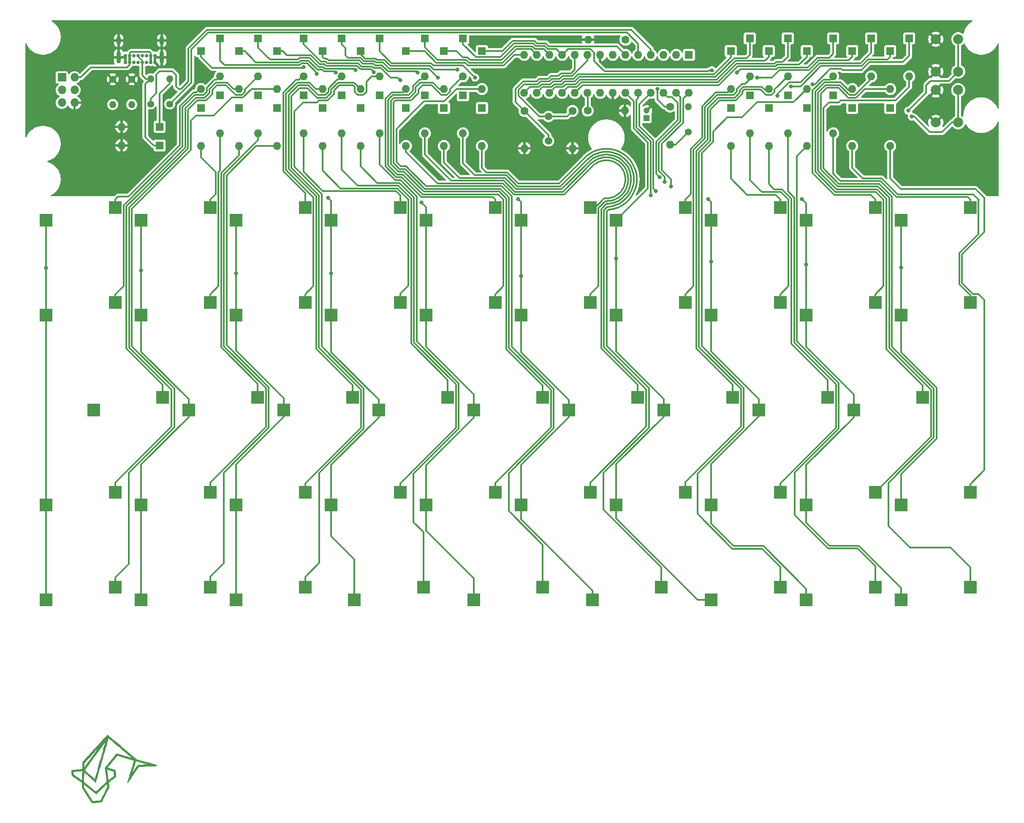
<source format=gbr>
%TF.GenerationSoftware,KiCad,Pcbnew,8.0.6*%
%TF.CreationDate,2024-11-17T06:17:46-07:00*%
%TF.ProjectId,framework,6672616d-6577-46f7-926b-2e6b69636164,1*%
%TF.SameCoordinates,Original*%
%TF.FileFunction,Copper,L2,Bot*%
%TF.FilePolarity,Positive*%
%FSLAX46Y46*%
G04 Gerber Fmt 4.6, Leading zero omitted, Abs format (unit mm)*
G04 Created by KiCad (PCBNEW 8.0.6) date 2024-11-17 06:17:46*
%MOMM*%
%LPD*%
G01*
G04 APERTURE LIST*
%TA.AperFunction,EtchedComponent*%
%ADD10C,0.200000*%
%TD*%
%TA.AperFunction,ComponentPad*%
%ADD11C,0.700000*%
%TD*%
%TA.AperFunction,ComponentPad*%
%ADD12O,0.900000X2.400000*%
%TD*%
%TA.AperFunction,ComponentPad*%
%ADD13O,0.900000X1.700000*%
%TD*%
%TA.AperFunction,ComponentPad*%
%ADD14C,1.600000*%
%TD*%
%TA.AperFunction,ComponentPad*%
%ADD15O,1.600000X1.600000*%
%TD*%
%TA.AperFunction,ComponentPad*%
%ADD16R,1.600000X1.600000*%
%TD*%
%TA.AperFunction,ComponentPad*%
%ADD17C,1.400000*%
%TD*%
%TA.AperFunction,ComponentPad*%
%ADD18O,1.400000X1.400000*%
%TD*%
%TA.AperFunction,SMDPad,CuDef*%
%ADD19R,2.550000X2.500000*%
%TD*%
%TA.AperFunction,ComponentPad*%
%ADD20R,1.700000X1.700000*%
%TD*%
%TA.AperFunction,ComponentPad*%
%ADD21O,1.700000X1.700000*%
%TD*%
%TA.AperFunction,ComponentPad*%
%ADD22R,1.200000X1.200000*%
%TD*%
%TA.AperFunction,ComponentPad*%
%ADD23C,1.200000*%
%TD*%
%TA.AperFunction,ComponentPad*%
%ADD24C,2.000000*%
%TD*%
%TA.AperFunction,ComponentPad*%
%ADD25C,1.500000*%
%TD*%
%TA.AperFunction,ViaPad*%
%ADD26C,0.800000*%
%TD*%
%TA.AperFunction,Conductor*%
%ADD27C,0.350000*%
%TD*%
%TA.AperFunction,Conductor*%
%ADD28C,0.500000*%
%TD*%
G04 APERTURE END LIST*
D10*
%TO.C,G\u002A\u002A\u002A*%
X113869937Y-335201511D02*
X115997399Y-335818277D01*
X116170639Y-335868507D01*
X116459834Y-335952404D01*
X116718914Y-336027652D01*
X116949443Y-336094732D01*
X117152980Y-336154123D01*
X117331088Y-336206305D01*
X117475206Y-336248776D01*
X117485328Y-336251759D01*
X117617260Y-336290964D01*
X117728448Y-336324401D01*
X117820451Y-336352550D01*
X117894832Y-336375890D01*
X117953151Y-336394901D01*
X117996971Y-336410064D01*
X118027852Y-336421859D01*
X118047356Y-336430765D01*
X118057044Y-336437263D01*
X118058478Y-336441833D01*
X118053220Y-336444954D01*
X118042830Y-336447108D01*
X118017843Y-336449196D01*
X117960499Y-336452555D01*
X117873815Y-336456976D01*
X117760120Y-336462358D01*
X117621745Y-336468601D01*
X117461019Y-336475606D01*
X117280271Y-336483272D01*
X117081833Y-336491500D01*
X116868033Y-336500189D01*
X116641201Y-336509239D01*
X116403667Y-336518551D01*
X116157762Y-336528024D01*
X115917154Y-336537317D01*
X115682325Y-336546597D01*
X115459208Y-336555622D01*
X115250014Y-336564294D01*
X115056958Y-336572515D01*
X114882252Y-336580184D01*
X114728110Y-336587203D01*
X114596746Y-336593474D01*
X114490372Y-336598897D01*
X114411202Y-336603374D01*
X114361449Y-336606805D01*
X114343327Y-336609092D01*
X114341827Y-336611090D01*
X114324980Y-336635099D01*
X114290618Y-336684692D01*
X114239964Y-336758089D01*
X114174242Y-336853509D01*
X114094674Y-336969173D01*
X114002484Y-337103299D01*
X113898895Y-337254110D01*
X113785130Y-337419823D01*
X113662413Y-337598660D01*
X113531966Y-337788840D01*
X113395013Y-337988583D01*
X113252777Y-338196109D01*
X113207666Y-338261931D01*
X113066665Y-338467570D01*
X112931158Y-338665047D01*
X112802385Y-338852564D01*
X112681585Y-339028321D01*
X112569998Y-339190521D01*
X112468863Y-339337364D01*
X112379419Y-339467051D01*
X112302905Y-339577785D01*
X112240562Y-339667765D01*
X112193629Y-339735194D01*
X112163344Y-339778273D01*
X112150948Y-339795203D01*
X112149467Y-339796895D01*
X112145335Y-339802375D01*
X112141428Y-339807904D01*
X112138213Y-339811939D01*
X112136154Y-339812938D01*
X112135718Y-339809358D01*
X112137371Y-339799655D01*
X112141579Y-339782286D01*
X112148807Y-339755709D01*
X112159522Y-339718381D01*
X112174189Y-339668757D01*
X112193274Y-339605297D01*
X112217244Y-339526455D01*
X112246564Y-339430690D01*
X112281700Y-339316458D01*
X112323117Y-339182217D01*
X112371283Y-339026422D01*
X112426662Y-338847533D01*
X112489721Y-338644004D01*
X112560926Y-338414294D01*
X112612556Y-338247767D01*
X112892946Y-338247767D01*
X112896574Y-338243652D01*
X112917051Y-338215759D01*
X112954178Y-338163473D01*
X113006388Y-338089052D01*
X113072114Y-337994751D01*
X113149789Y-337882824D01*
X113237846Y-337755529D01*
X113334718Y-337615119D01*
X113438838Y-337463852D01*
X113548638Y-337303982D01*
X113610930Y-337213289D01*
X113718405Y-337057302D01*
X113819700Y-336910895D01*
X113913201Y-336776367D01*
X113997295Y-336656017D01*
X114070367Y-336552144D01*
X114130803Y-336467048D01*
X114176990Y-336403027D01*
X114207314Y-336362380D01*
X114220160Y-336347407D01*
X114227260Y-336346453D01*
X114264830Y-336343800D01*
X114331866Y-336340057D01*
X114425551Y-336335353D01*
X114543071Y-336329816D01*
X114681608Y-336323574D01*
X114838347Y-336316755D01*
X115010473Y-336309488D01*
X115195169Y-336301902D01*
X115389620Y-336294123D01*
X116538399Y-336248776D01*
X115151712Y-335846173D01*
X114999016Y-335801898D01*
X114796213Y-335743277D01*
X114604564Y-335688090D01*
X114426443Y-335637008D01*
X114264222Y-335590706D01*
X114120273Y-335549854D01*
X113996971Y-335515127D01*
X113896687Y-335487198D01*
X113821795Y-335466738D01*
X113774667Y-335454421D01*
X113757677Y-335450919D01*
X113753885Y-335461254D01*
X113740674Y-335501543D01*
X113718774Y-335570024D01*
X113688924Y-335664345D01*
X113651858Y-335782155D01*
X113608315Y-335921102D01*
X113559031Y-336078834D01*
X113504741Y-336253001D01*
X113446184Y-336441250D01*
X113384095Y-336641231D01*
X113319211Y-336850591D01*
X113268683Y-337013915D01*
X113206279Y-337216034D01*
X113147486Y-337406907D01*
X113093018Y-337584190D01*
X113043592Y-337745540D01*
X112999922Y-337888612D01*
X112962723Y-338011063D01*
X112932711Y-338110548D01*
X112910601Y-338184723D01*
X112897107Y-338231244D01*
X112892946Y-338247767D01*
X112612556Y-338247767D01*
X112640741Y-338156859D01*
X112729635Y-337870156D01*
X112828071Y-337552642D01*
X112852944Y-337472402D01*
X112945754Y-337172926D01*
X113029108Y-336903758D01*
X113103481Y-336663272D01*
X113169346Y-336449843D01*
X113227178Y-336261847D01*
X113277449Y-336097656D01*
X113320635Y-335955648D01*
X113357210Y-335834195D01*
X113387646Y-335731673D01*
X113412419Y-335646456D01*
X113432001Y-335576920D01*
X113446868Y-335521438D01*
X113457492Y-335478386D01*
X113464349Y-335446138D01*
X113467911Y-335423070D01*
X113468653Y-335407555D01*
X113467049Y-335397969D01*
X113463572Y-335392686D01*
X113458697Y-335390080D01*
X113443951Y-335385495D01*
X113398199Y-335371517D01*
X113324007Y-335348950D01*
X113223565Y-335318458D01*
X113099063Y-335280706D01*
X112952690Y-335236355D01*
X112786636Y-335186069D01*
X112603092Y-335130512D01*
X112404246Y-335070347D01*
X112192289Y-335006236D01*
X111969410Y-334938844D01*
X111737799Y-334868833D01*
X111545097Y-334810588D01*
X111321253Y-334742916D01*
X111108225Y-334678499D01*
X110908172Y-334617991D01*
X110723256Y-334562046D01*
X110555635Y-334511318D01*
X110407472Y-334466462D01*
X110280926Y-334428130D01*
X110178158Y-334396977D01*
X110101327Y-334373657D01*
X110052596Y-334358824D01*
X110034123Y-334353131D01*
X110026379Y-334360475D01*
X109999006Y-334391784D01*
X109953681Y-334445650D01*
X109892179Y-334519868D01*
X109816277Y-334612231D01*
X109727750Y-334720533D01*
X109628374Y-334842568D01*
X109519924Y-334976128D01*
X109404178Y-335119009D01*
X109282910Y-335269003D01*
X109157897Y-335423905D01*
X109030914Y-335581509D01*
X108903737Y-335739607D01*
X108778142Y-335895995D01*
X108655904Y-336048465D01*
X108538801Y-336194811D01*
X108428607Y-336332828D01*
X108327098Y-336460308D01*
X108236051Y-336575046D01*
X108157241Y-336674836D01*
X108092443Y-336757471D01*
X108043434Y-336820745D01*
X108011990Y-336862451D01*
X107999887Y-336880384D01*
X108001311Y-336881612D01*
X108026204Y-336891083D01*
X108079718Y-336908429D01*
X108158821Y-336932749D01*
X108260482Y-336963144D01*
X108381671Y-336998713D01*
X108519357Y-337038558D01*
X108670508Y-337081777D01*
X108832093Y-337127472D01*
X109668411Y-337362701D01*
X109679677Y-337686272D01*
X109681705Y-337748063D01*
X109685759Y-337891931D01*
X109689407Y-338046785D01*
X109692311Y-338197684D01*
X109694137Y-338329687D01*
X109696046Y-338520699D01*
X109697332Y-338649532D01*
X109007868Y-339193287D01*
X108963082Y-339228622D01*
X108831684Y-339332447D01*
X108708756Y-339429808D01*
X108596890Y-339518638D01*
X108498680Y-339596868D01*
X108416717Y-339662432D01*
X108353595Y-339713260D01*
X108311906Y-339747287D01*
X108294242Y-339762442D01*
X108290887Y-339766656D01*
X108285100Y-339781184D01*
X108282477Y-339805428D01*
X108283307Y-339843352D01*
X108287877Y-339898923D01*
X108296477Y-339976106D01*
X108309396Y-340078868D01*
X108326923Y-340211176D01*
X108338893Y-340301413D01*
X108353439Y-340414307D01*
X108365894Y-340514678D01*
X108375626Y-340597269D01*
X108381999Y-340656823D01*
X108382881Y-340668376D01*
X108384383Y-340688084D01*
X108381561Y-340701032D01*
X108367416Y-340738758D01*
X108341047Y-340799871D01*
X108302093Y-340885118D01*
X108250194Y-340995249D01*
X108184989Y-341131014D01*
X108106119Y-341293161D01*
X108013222Y-341482439D01*
X107905937Y-341699597D01*
X107783905Y-341945385D01*
X107646765Y-342220551D01*
X107597076Y-342320074D01*
X107494545Y-342525332D01*
X107396752Y-342720963D01*
X107304734Y-342904899D01*
X107219529Y-343075072D01*
X107142175Y-343229413D01*
X107073709Y-343365856D01*
X107015167Y-343482330D01*
X106967589Y-343576769D01*
X106932010Y-343647105D01*
X106909469Y-343691269D01*
X106901003Y-343707193D01*
X106895572Y-343708473D01*
X106861187Y-343713388D01*
X106797866Y-343721275D01*
X106708710Y-343731782D01*
X106596823Y-343744557D01*
X106465306Y-343759248D01*
X106317263Y-343775503D01*
X106155794Y-343792968D01*
X105984004Y-343811293D01*
X105900665Y-343820083D01*
X105730425Y-343837800D01*
X105570372Y-343854141D01*
X105423863Y-343868781D01*
X105294251Y-343881397D01*
X105184890Y-343891665D01*
X105099136Y-343899261D01*
X105040343Y-343903861D01*
X105011866Y-343905142D01*
X104949200Y-343902642D01*
X103989941Y-342378642D01*
X103030681Y-340854642D01*
X103033867Y-340672163D01*
X103296655Y-340672163D01*
X103298566Y-340737383D01*
X103303039Y-340780161D01*
X103310147Y-340803912D01*
X103313259Y-340809158D01*
X103332684Y-340840681D01*
X103368327Y-340897951D01*
X103418927Y-340978958D01*
X103483224Y-341081692D01*
X103559957Y-341204142D01*
X103647865Y-341344299D01*
X103745689Y-341500154D01*
X103852169Y-341669695D01*
X103966042Y-341850913D01*
X104086050Y-342041799D01*
X104210932Y-342240342D01*
X104269467Y-342333323D01*
X104419268Y-342570686D01*
X104556000Y-342786442D01*
X104679142Y-342979789D01*
X104788173Y-343149922D01*
X104882573Y-343296039D01*
X104961819Y-343417335D01*
X105025393Y-343513006D01*
X105072772Y-343582250D01*
X105103436Y-343624263D01*
X105116865Y-343638240D01*
X105130396Y-343637060D01*
X105175486Y-343632604D01*
X105246494Y-343625324D01*
X105339447Y-343615644D01*
X105450372Y-343603990D01*
X105575296Y-343590786D01*
X105710245Y-343576459D01*
X105851246Y-343561432D01*
X105994326Y-343546132D01*
X106135512Y-343530983D01*
X106270830Y-343516410D01*
X106396308Y-343502839D01*
X106507972Y-343490695D01*
X106601849Y-343480402D01*
X106673966Y-343472386D01*
X106720349Y-343467073D01*
X106737026Y-343464886D01*
X106737246Y-343464510D01*
X106747108Y-343445054D01*
X106770786Y-343397676D01*
X106807225Y-343324499D01*
X106855372Y-343227646D01*
X106914173Y-343109242D01*
X106982574Y-342971410D01*
X107059521Y-342816275D01*
X107143959Y-342645959D01*
X107234834Y-342462587D01*
X107331094Y-342268283D01*
X107431683Y-342065171D01*
X108123313Y-340668376D01*
X108079582Y-340334346D01*
X108077220Y-340316378D01*
X108063622Y-340215709D01*
X108051162Y-340127925D01*
X108040618Y-340058203D01*
X108032768Y-340011722D01*
X108028392Y-339993661D01*
X108028125Y-339993676D01*
X108012445Y-340006307D01*
X107974299Y-340040273D01*
X107915599Y-340093798D01*
X107838253Y-340165104D01*
X107744172Y-340252415D01*
X107635267Y-340353955D01*
X107513447Y-340467946D01*
X107380622Y-340592612D01*
X107238702Y-340726176D01*
X107089598Y-340866863D01*
X106952317Y-340996533D01*
X106800290Y-341140074D01*
X106653530Y-341278587D01*
X106514454Y-341409791D01*
X106385482Y-341531407D01*
X106269029Y-341641155D01*
X106167516Y-341736757D01*
X106083359Y-341815932D01*
X106018977Y-341876401D01*
X105976788Y-341915885D01*
X105795311Y-342085049D01*
X104554388Y-341074267D01*
X103313465Y-340063486D01*
X103301680Y-340415276D01*
X103300220Y-340460731D01*
X103297231Y-340581084D01*
X103296655Y-340672163D01*
X103033867Y-340672163D01*
X103039264Y-340363028D01*
X103047847Y-339871413D01*
X102849657Y-339727599D01*
X103313465Y-339727599D01*
X104532665Y-340720389D01*
X104564765Y-340746527D01*
X104740487Y-340889612D01*
X104908531Y-341026435D01*
X105067039Y-341155486D01*
X105214152Y-341275251D01*
X105348011Y-341384218D01*
X105466760Y-341480874D01*
X105568539Y-341563707D01*
X105651491Y-341631204D01*
X105713757Y-341681853D01*
X105753479Y-341714141D01*
X105768798Y-341726556D01*
X105773998Y-341724287D01*
X105801676Y-341702736D01*
X105851670Y-341659791D01*
X105922575Y-341596743D01*
X106012985Y-341514881D01*
X106121496Y-341415494D01*
X106246703Y-341299871D01*
X106387202Y-341169302D01*
X106541588Y-341025076D01*
X106708455Y-340868483D01*
X106886398Y-340700812D01*
X107022358Y-340572380D01*
X107202795Y-340401630D01*
X107360639Y-340251813D01*
X107497197Y-340121649D01*
X107613771Y-340009857D01*
X107711666Y-339915155D01*
X107792186Y-339836262D01*
X107856636Y-339771898D01*
X107906318Y-339720782D01*
X107942539Y-339681631D01*
X107966601Y-339653166D01*
X107979809Y-339634104D01*
X107983467Y-339623166D01*
X107983289Y-339621483D01*
X107979798Y-339593086D01*
X107972308Y-339534251D01*
X107961166Y-339447638D01*
X107946717Y-339335905D01*
X107929305Y-339201711D01*
X107909276Y-339047714D01*
X107886976Y-338876574D01*
X107862750Y-338690950D01*
X107836943Y-338493500D01*
X107809900Y-338286882D01*
X107804976Y-338249269D01*
X107778186Y-338044008D01*
X107752780Y-337848325D01*
X107729094Y-337664887D01*
X107707469Y-337496361D01*
X107688243Y-337345413D01*
X107671753Y-337214708D01*
X107664625Y-337157426D01*
X107927798Y-337157426D01*
X107928166Y-337161269D01*
X107932002Y-337193099D01*
X107939717Y-337254530D01*
X107950946Y-337342743D01*
X107965328Y-337454920D01*
X107982499Y-337588240D01*
X108002097Y-337739886D01*
X108023759Y-337907037D01*
X108047122Y-338086874D01*
X108071823Y-338276579D01*
X108081471Y-338350472D01*
X108106101Y-338538037D01*
X108129586Y-338715370D01*
X108151527Y-338879551D01*
X108171526Y-339027659D01*
X108189185Y-339156777D01*
X108204106Y-339263984D01*
X108215890Y-339346360D01*
X108224140Y-339400987D01*
X108228456Y-339424945D01*
X108229251Y-339427546D01*
X108233533Y-339436265D01*
X108241099Y-339440271D01*
X108254273Y-339437929D01*
X108275380Y-339427606D01*
X108306743Y-339407667D01*
X108350687Y-339376477D01*
X108409535Y-339332403D01*
X108485611Y-339273810D01*
X108581241Y-339199064D01*
X108698747Y-339106530D01*
X108840454Y-338994573D01*
X109439843Y-338520699D01*
X109427722Y-338045383D01*
X109427235Y-338026422D01*
X109423911Y-337904641D01*
X109420593Y-337795023D01*
X109417439Y-337701909D01*
X109414602Y-337629637D01*
X109412239Y-337582545D01*
X109410505Y-337564971D01*
X109406274Y-337562905D01*
X109375158Y-337552447D01*
X109317462Y-337534945D01*
X109237132Y-337511483D01*
X109138111Y-337483145D01*
X109024344Y-337451015D01*
X108899776Y-337416178D01*
X108768350Y-337379718D01*
X108634013Y-337342719D01*
X108500707Y-337306265D01*
X108372378Y-337271441D01*
X108252969Y-337239330D01*
X108146426Y-337211016D01*
X108056693Y-337187585D01*
X107987715Y-337170120D01*
X107943435Y-337159706D01*
X107927798Y-337157426D01*
X107664625Y-337157426D01*
X107658339Y-337106914D01*
X107648338Y-337024697D01*
X107642090Y-336970723D01*
X107639932Y-336947658D01*
X107641910Y-336941331D01*
X107657253Y-336915216D01*
X107688259Y-336870219D01*
X107735500Y-336805601D01*
X107799549Y-336720624D01*
X107880977Y-336614551D01*
X107980356Y-336486643D01*
X108098258Y-336336162D01*
X108235255Y-336162371D01*
X108391918Y-335964530D01*
X108568820Y-335741903D01*
X108766533Y-335493751D01*
X108916663Y-335305644D01*
X109063841Y-335121462D01*
X109203953Y-334946350D01*
X109335594Y-334782050D01*
X109457364Y-334630305D01*
X109567858Y-334492859D01*
X109665675Y-334371453D01*
X109749413Y-334267830D01*
X109817668Y-334183734D01*
X109869039Y-334120906D01*
X109902123Y-334081090D01*
X109915518Y-334066028D01*
X109916323Y-334065731D01*
X109940908Y-334069094D01*
X109997713Y-334082633D01*
X110086672Y-334106327D01*
X110207717Y-334140158D01*
X110360783Y-334184106D01*
X110545802Y-334238152D01*
X110762708Y-334302276D01*
X111011435Y-334376460D01*
X111291916Y-334460683D01*
X111604083Y-334554928D01*
X111780998Y-334608482D01*
X112004085Y-334676073D01*
X112216450Y-334740481D01*
X112415921Y-334801045D01*
X112600331Y-334857104D01*
X112767508Y-334907997D01*
X112915283Y-334953063D01*
X113041487Y-334991640D01*
X113143951Y-335023067D01*
X113220503Y-335046684D01*
X113268976Y-335061828D01*
X113287198Y-335067839D01*
X113287936Y-335068201D01*
X113288945Y-335063164D01*
X113270265Y-335041067D01*
X113254940Y-335027414D01*
X113215372Y-334993243D01*
X113153160Y-334939929D01*
X113069819Y-334868755D01*
X112966865Y-334781004D01*
X112845810Y-334677960D01*
X112708170Y-334560905D01*
X112555458Y-334431123D01*
X112389190Y-334289897D01*
X112210880Y-334138509D01*
X112022042Y-333978244D01*
X111824191Y-333810383D01*
X111618841Y-333636211D01*
X111407507Y-333457010D01*
X111191702Y-333274064D01*
X110972942Y-333088655D01*
X110752741Y-332902067D01*
X110532613Y-332715582D01*
X110314073Y-332530485D01*
X110098636Y-332348058D01*
X109887814Y-332169583D01*
X109683124Y-331996345D01*
X109486080Y-331829627D01*
X109298195Y-331670710D01*
X109120984Y-331520880D01*
X108955963Y-331381418D01*
X108804645Y-331253608D01*
X108668544Y-331138733D01*
X108549175Y-331038076D01*
X108448053Y-330952920D01*
X108366692Y-330884548D01*
X108306607Y-330834244D01*
X108269311Y-330803291D01*
X108256320Y-330792971D01*
X108256069Y-330793750D01*
X108249380Y-330816790D01*
X108233890Y-330870809D01*
X108209974Y-330954487D01*
X108178008Y-331066504D01*
X108138366Y-331205539D01*
X108115986Y-331284080D01*
X108091426Y-331370272D01*
X108037562Y-331559384D01*
X107977151Y-331771555D01*
X107910568Y-332005463D01*
X107838188Y-332259789D01*
X107760388Y-332533213D01*
X107677543Y-332824414D01*
X107590029Y-333132074D01*
X107498222Y-333454870D01*
X107402497Y-333791484D01*
X107303230Y-334140595D01*
X107200797Y-334500883D01*
X107095574Y-334871027D01*
X106987935Y-335249709D01*
X106965587Y-335328332D01*
X106858349Y-335705495D01*
X106753549Y-336073902D01*
X106651566Y-336432230D01*
X106552777Y-336779154D01*
X106457562Y-337113352D01*
X106366298Y-337433500D01*
X106279364Y-337738274D01*
X106197138Y-338026351D01*
X106119999Y-338296407D01*
X106048324Y-338547119D01*
X105982493Y-338777163D01*
X105922883Y-338985216D01*
X105869873Y-339169955D01*
X105823841Y-339330055D01*
X105785165Y-339464193D01*
X105754225Y-339571045D01*
X105731398Y-339649289D01*
X105717062Y-339697601D01*
X105711596Y-339714656D01*
X105710667Y-339714491D01*
X105691565Y-339700412D01*
X105649412Y-339665595D01*
X105585974Y-339611586D01*
X105503017Y-339539935D01*
X105402309Y-339452187D01*
X105285615Y-339349892D01*
X105154703Y-339234597D01*
X105011338Y-339107850D01*
X104857288Y-338971198D01*
X104694320Y-338826189D01*
X104524199Y-338674371D01*
X103347332Y-337622605D01*
X103346504Y-337670107D01*
X103337030Y-338214157D01*
X103336354Y-338253125D01*
X103333455Y-338423516D01*
X103330437Y-338605419D01*
X103327446Y-338789758D01*
X103324628Y-338967460D01*
X103322130Y-339129450D01*
X103320096Y-339266654D01*
X103313465Y-339727599D01*
X102849657Y-339727599D01*
X102023078Y-339127802D01*
X102019845Y-339125456D01*
X101854452Y-339005104D01*
X101697023Y-338889917D01*
X101549728Y-338781521D01*
X101414735Y-338681541D01*
X101294211Y-338591603D01*
X101190326Y-338513331D01*
X101105248Y-338448352D01*
X101041145Y-338398289D01*
X101000187Y-338364769D01*
X100984540Y-338349417D01*
X100981443Y-338334437D01*
X100975557Y-338289583D01*
X100968091Y-338221125D01*
X100959484Y-338134274D01*
X100950175Y-338034241D01*
X100940603Y-337926235D01*
X100931208Y-337815467D01*
X100922430Y-337707148D01*
X100917782Y-337646558D01*
X101182668Y-337646558D01*
X101183813Y-337658987D01*
X101187335Y-337702060D01*
X101192552Y-337768562D01*
X101198973Y-337852210D01*
X101206108Y-337946719D01*
X101226744Y-338222263D01*
X101287971Y-338270085D01*
X101307369Y-338284685D01*
X101353340Y-338318614D01*
X101421858Y-338368847D01*
X101510286Y-338433463D01*
X101615987Y-338510538D01*
X101736324Y-338598151D01*
X101868662Y-338694378D01*
X102010362Y-338797298D01*
X102158789Y-338904989D01*
X102289352Y-338999632D01*
X102430542Y-339101895D01*
X102562127Y-339197116D01*
X102681564Y-339283457D01*
X102786310Y-339359083D01*
X102873822Y-339422158D01*
X102941556Y-339470846D01*
X102986970Y-339503310D01*
X103007520Y-339517716D01*
X103046660Y-339543361D01*
X103057163Y-339140668D01*
X103058882Y-339072156D01*
X103061980Y-338938897D01*
X103065350Y-338783994D01*
X103068836Y-338614988D01*
X103072286Y-338439417D01*
X103075545Y-338264822D01*
X103078458Y-338098742D01*
X103079311Y-338048003D01*
X103081821Y-337893322D01*
X103083564Y-337768413D01*
X103084438Y-337670107D01*
X103084338Y-337595233D01*
X103083159Y-337540619D01*
X103080796Y-337503095D01*
X103077146Y-337479491D01*
X103072104Y-337466635D01*
X103065565Y-337461356D01*
X103057424Y-337460485D01*
X103048770Y-337461046D01*
X103008774Y-337464198D01*
X102940027Y-337469873D01*
X102845726Y-337477800D01*
X102729065Y-337487708D01*
X102593240Y-337499323D01*
X102441446Y-337512375D01*
X102276878Y-337526592D01*
X102102732Y-337541701D01*
X102018444Y-337549049D01*
X101826709Y-337565959D01*
X101665397Y-337580550D01*
X101532111Y-337593096D01*
X101424456Y-337603868D01*
X101340038Y-337613141D01*
X101276462Y-337621186D01*
X101231331Y-337628278D01*
X101202252Y-337634689D01*
X101186830Y-337640691D01*
X101182668Y-337646558D01*
X100917782Y-337646558D01*
X100914708Y-337606486D01*
X100908481Y-337518694D01*
X100904190Y-337448981D01*
X100902272Y-337402557D01*
X100903168Y-337384633D01*
X100904518Y-337384334D01*
X100930086Y-337381463D01*
X100985819Y-337376072D01*
X101068863Y-337368414D01*
X101176362Y-337358744D01*
X101305463Y-337347313D01*
X101312514Y-337346696D01*
X103464577Y-337346696D01*
X103475570Y-337363149D01*
X103512015Y-337401574D01*
X103573734Y-337461806D01*
X103660551Y-337543682D01*
X103772287Y-337647039D01*
X103908767Y-337771712D01*
X104069812Y-337917537D01*
X104255246Y-338084351D01*
X104464891Y-338271989D01*
X104565220Y-338361600D01*
X104746208Y-338523273D01*
X104904254Y-338664438D01*
X105040915Y-338786440D01*
X105157751Y-338890621D01*
X105256322Y-338978326D01*
X105338186Y-339050899D01*
X105404903Y-339109683D01*
X105458032Y-339156021D01*
X105499131Y-339191258D01*
X105529759Y-339216738D01*
X105551477Y-339233803D01*
X105565843Y-339243798D01*
X105574415Y-339248067D01*
X105578754Y-339247953D01*
X105580418Y-339244800D01*
X105580966Y-339239951D01*
X105581958Y-339234751D01*
X105582099Y-339234338D01*
X105589276Y-339210479D01*
X105605071Y-339156154D01*
X105629002Y-339073068D01*
X105660585Y-338962925D01*
X105699338Y-338827428D01*
X105744776Y-338668282D01*
X105796417Y-338487190D01*
X105853777Y-338285856D01*
X105916374Y-338065983D01*
X105983723Y-337829276D01*
X106055341Y-337577438D01*
X106130746Y-337312173D01*
X106209454Y-337035186D01*
X106290982Y-336748178D01*
X106374846Y-336452856D01*
X106460563Y-336150921D01*
X106547651Y-335844079D01*
X106635624Y-335534032D01*
X106724002Y-335222486D01*
X106812299Y-334911142D01*
X106900034Y-334601706D01*
X106986722Y-334295881D01*
X107071880Y-333995371D01*
X107155026Y-333701879D01*
X107235675Y-333417110D01*
X107313345Y-333142767D01*
X107387552Y-332880554D01*
X107457814Y-332632175D01*
X107523646Y-332399334D01*
X107584565Y-332183734D01*
X107640089Y-331987079D01*
X107689734Y-331811073D01*
X107733017Y-331657420D01*
X107769454Y-331527824D01*
X107798562Y-331423988D01*
X107819858Y-331347616D01*
X107832859Y-331300412D01*
X107837081Y-331284080D01*
X107835938Y-331285270D01*
X107819692Y-331306585D01*
X107785101Y-331353406D01*
X107733252Y-331424226D01*
X107665234Y-331517534D01*
X107582136Y-331631822D01*
X107580263Y-331634402D01*
X107485045Y-331765580D01*
X107375050Y-331917299D01*
X107253240Y-332085471D01*
X107120702Y-332268586D01*
X106978527Y-332465134D01*
X106827801Y-332673607D01*
X106669613Y-332892496D01*
X106505053Y-333120290D01*
X106335208Y-333355483D01*
X106161166Y-333596563D01*
X105984017Y-333842021D01*
X105804848Y-334090350D01*
X105624748Y-334340039D01*
X105444806Y-334589580D01*
X105266110Y-334837462D01*
X105089748Y-335082178D01*
X104916809Y-335322218D01*
X104748381Y-335556072D01*
X104585553Y-335782232D01*
X104429414Y-335999188D01*
X104281051Y-336205432D01*
X104141553Y-336399454D01*
X104012008Y-336579744D01*
X103893506Y-336744795D01*
X103787133Y-336893096D01*
X103693980Y-337023138D01*
X103615134Y-337133413D01*
X103551684Y-337222411D01*
X103504718Y-337288623D01*
X103475325Y-337330539D01*
X103464593Y-337346652D01*
X103464577Y-337346696D01*
X101312514Y-337346696D01*
X101453309Y-337334376D01*
X101617047Y-337320185D01*
X101793821Y-337304994D01*
X101980777Y-337289056D01*
X102026550Y-337285159D01*
X102211930Y-337269173D01*
X102386815Y-337253771D01*
X102548300Y-337239229D01*
X102693476Y-337225823D01*
X102819436Y-337213829D01*
X102923273Y-337203521D01*
X103002081Y-337195177D01*
X103052951Y-337189071D01*
X103072977Y-337185480D01*
X103078480Y-337173832D01*
X103083908Y-337140735D01*
X103088719Y-337084371D01*
X103093024Y-337002621D01*
X103094430Y-336963300D01*
X103358513Y-336963300D01*
X103358609Y-337010483D01*
X103359422Y-337027757D01*
X103360785Y-337026267D01*
X103377657Y-337003993D01*
X103412962Y-336956107D01*
X103465694Y-336883998D01*
X103534847Y-336789057D01*
X103619413Y-336672674D01*
X103718388Y-336536239D01*
X103830764Y-336381142D01*
X103955535Y-336208772D01*
X104091694Y-336020520D01*
X104238237Y-335817776D01*
X104394155Y-335601930D01*
X104558444Y-335374372D01*
X104730096Y-335136491D01*
X104908105Y-334889678D01*
X105091465Y-334635323D01*
X105319642Y-334318723D01*
X105546953Y-334003320D01*
X105755920Y-333713360D01*
X105947298Y-333447790D01*
X106121843Y-333205554D01*
X106280310Y-332985600D01*
X106423454Y-332786875D01*
X106552031Y-332608323D01*
X106666796Y-332448891D01*
X106768504Y-332307527D01*
X106857912Y-332183175D01*
X106935773Y-332074782D01*
X107002843Y-331981295D01*
X107059879Y-331901660D01*
X107107634Y-331834822D01*
X107146865Y-331779729D01*
X107178327Y-331735326D01*
X107202775Y-331700560D01*
X107220965Y-331674377D01*
X107233651Y-331655724D01*
X107241589Y-331643546D01*
X107245535Y-331636790D01*
X107246244Y-331634402D01*
X107244471Y-331635328D01*
X107240972Y-331638515D01*
X107236501Y-331642909D01*
X107236384Y-331643026D01*
X107220802Y-331659759D01*
X107183692Y-331700204D01*
X107126259Y-331763038D01*
X107049706Y-331846936D01*
X106955239Y-331950577D01*
X106844060Y-332072637D01*
X106717375Y-332211793D01*
X106576387Y-332366721D01*
X106422300Y-332536099D01*
X106256319Y-332718602D01*
X106079648Y-332912909D01*
X105893491Y-333117695D01*
X105699052Y-333331638D01*
X105497535Y-333553414D01*
X105290144Y-333781700D01*
X103378079Y-335886625D01*
X103366329Y-336455146D01*
X103364352Y-336554445D01*
X103362054Y-336681780D01*
X103360283Y-336794999D01*
X103359087Y-336890155D01*
X103358513Y-336963300D01*
X103094430Y-336963300D01*
X103096931Y-336893364D01*
X103100550Y-336754480D01*
X103103990Y-336583849D01*
X103105857Y-336480824D01*
X103108382Y-336341780D01*
X103110737Y-336212555D01*
X103112833Y-336097958D01*
X103114583Y-336002797D01*
X103115898Y-335931881D01*
X103116690Y-335890017D01*
X103118732Y-335785259D01*
X105600918Y-333053684D01*
X105636503Y-333014526D01*
X105871854Y-332755615D01*
X106101069Y-332503583D01*
X106323110Y-332259569D01*
X106536936Y-332024710D01*
X106741509Y-331800142D01*
X106935791Y-331587004D01*
X107118741Y-331386433D01*
X107289321Y-331199566D01*
X107446492Y-331027540D01*
X107589214Y-330871493D01*
X107716449Y-330732562D01*
X107827157Y-330611885D01*
X107920300Y-330510598D01*
X107994838Y-330429840D01*
X108049732Y-330370748D01*
X108083944Y-330334458D01*
X108096433Y-330322109D01*
X108098369Y-330323383D01*
X108120922Y-330341434D01*
X108167743Y-330380070D01*
X108237665Y-330438309D01*
X108329524Y-330515168D01*
X108442154Y-330609665D01*
X108574392Y-330720818D01*
X108725071Y-330847643D01*
X108893027Y-330989160D01*
X109077095Y-331144385D01*
X109276109Y-331312336D01*
X109488904Y-331492031D01*
X109714317Y-331682488D01*
X109951180Y-331882723D01*
X110198331Y-332091756D01*
X110454602Y-332308603D01*
X110718830Y-332532281D01*
X110989850Y-332761810D01*
X113706618Y-335063164D01*
X113869937Y-335201511D01*
%TA.AperFunction,EtchedComponent*%
G36*
X113869937Y-335201511D02*
G01*
X115997399Y-335818277D01*
X116170639Y-335868507D01*
X116459834Y-335952404D01*
X116718914Y-336027652D01*
X116949443Y-336094732D01*
X117152980Y-336154123D01*
X117331088Y-336206305D01*
X117475206Y-336248776D01*
X117485328Y-336251759D01*
X117617260Y-336290964D01*
X117728448Y-336324401D01*
X117820451Y-336352550D01*
X117894832Y-336375890D01*
X117953151Y-336394901D01*
X117996971Y-336410064D01*
X118027852Y-336421859D01*
X118047356Y-336430765D01*
X118057044Y-336437263D01*
X118058478Y-336441833D01*
X118053220Y-336444954D01*
X118042830Y-336447108D01*
X118017843Y-336449196D01*
X117960499Y-336452555D01*
X117873815Y-336456976D01*
X117760120Y-336462358D01*
X117621745Y-336468601D01*
X117461019Y-336475606D01*
X117280271Y-336483272D01*
X117081833Y-336491500D01*
X116868033Y-336500189D01*
X116641201Y-336509239D01*
X116403667Y-336518551D01*
X116157762Y-336528024D01*
X115917154Y-336537317D01*
X115682325Y-336546597D01*
X115459208Y-336555622D01*
X115250014Y-336564294D01*
X115056958Y-336572515D01*
X114882252Y-336580184D01*
X114728110Y-336587203D01*
X114596746Y-336593474D01*
X114490372Y-336598897D01*
X114411202Y-336603374D01*
X114361449Y-336606805D01*
X114343327Y-336609092D01*
X114341827Y-336611090D01*
X114324980Y-336635099D01*
X114290618Y-336684692D01*
X114239964Y-336758089D01*
X114174242Y-336853509D01*
X114094674Y-336969173D01*
X114002484Y-337103299D01*
X113898895Y-337254110D01*
X113785130Y-337419823D01*
X113662413Y-337598660D01*
X113531966Y-337788840D01*
X113395013Y-337988583D01*
X113252777Y-338196109D01*
X113207666Y-338261931D01*
X113066665Y-338467570D01*
X112931158Y-338665047D01*
X112802385Y-338852564D01*
X112681585Y-339028321D01*
X112569998Y-339190521D01*
X112468863Y-339337364D01*
X112379419Y-339467051D01*
X112302905Y-339577785D01*
X112240562Y-339667765D01*
X112193629Y-339735194D01*
X112163344Y-339778273D01*
X112150948Y-339795203D01*
X112149467Y-339796895D01*
X112145335Y-339802375D01*
X112141428Y-339807904D01*
X112138213Y-339811939D01*
X112136154Y-339812938D01*
X112135718Y-339809358D01*
X112137371Y-339799655D01*
X112141579Y-339782286D01*
X112148807Y-339755709D01*
X112159522Y-339718381D01*
X112174189Y-339668757D01*
X112193274Y-339605297D01*
X112217244Y-339526455D01*
X112246564Y-339430690D01*
X112281700Y-339316458D01*
X112323117Y-339182217D01*
X112371283Y-339026422D01*
X112426662Y-338847533D01*
X112489721Y-338644004D01*
X112560926Y-338414294D01*
X112612556Y-338247767D01*
X112892946Y-338247767D01*
X112896574Y-338243652D01*
X112917051Y-338215759D01*
X112954178Y-338163473D01*
X113006388Y-338089052D01*
X113072114Y-337994751D01*
X113149789Y-337882824D01*
X113237846Y-337755529D01*
X113334718Y-337615119D01*
X113438838Y-337463852D01*
X113548638Y-337303982D01*
X113610930Y-337213289D01*
X113718405Y-337057302D01*
X113819700Y-336910895D01*
X113913201Y-336776367D01*
X113997295Y-336656017D01*
X114070367Y-336552144D01*
X114130803Y-336467048D01*
X114176990Y-336403027D01*
X114207314Y-336362380D01*
X114220160Y-336347407D01*
X114227260Y-336346453D01*
X114264830Y-336343800D01*
X114331866Y-336340057D01*
X114425551Y-336335353D01*
X114543071Y-336329816D01*
X114681608Y-336323574D01*
X114838347Y-336316755D01*
X115010473Y-336309488D01*
X115195169Y-336301902D01*
X115389620Y-336294123D01*
X116538399Y-336248776D01*
X115151712Y-335846173D01*
X114999016Y-335801898D01*
X114796213Y-335743277D01*
X114604564Y-335688090D01*
X114426443Y-335637008D01*
X114264222Y-335590706D01*
X114120273Y-335549854D01*
X113996971Y-335515127D01*
X113896687Y-335487198D01*
X113821795Y-335466738D01*
X113774667Y-335454421D01*
X113757677Y-335450919D01*
X113753885Y-335461254D01*
X113740674Y-335501543D01*
X113718774Y-335570024D01*
X113688924Y-335664345D01*
X113651858Y-335782155D01*
X113608315Y-335921102D01*
X113559031Y-336078834D01*
X113504741Y-336253001D01*
X113446184Y-336441250D01*
X113384095Y-336641231D01*
X113319211Y-336850591D01*
X113268683Y-337013915D01*
X113206279Y-337216034D01*
X113147486Y-337406907D01*
X113093018Y-337584190D01*
X113043592Y-337745540D01*
X112999922Y-337888612D01*
X112962723Y-338011063D01*
X112932711Y-338110548D01*
X112910601Y-338184723D01*
X112897107Y-338231244D01*
X112892946Y-338247767D01*
X112612556Y-338247767D01*
X112640741Y-338156859D01*
X112729635Y-337870156D01*
X112828071Y-337552642D01*
X112852944Y-337472402D01*
X112945754Y-337172926D01*
X113029108Y-336903758D01*
X113103481Y-336663272D01*
X113169346Y-336449843D01*
X113227178Y-336261847D01*
X113277449Y-336097656D01*
X113320635Y-335955648D01*
X113357210Y-335834195D01*
X113387646Y-335731673D01*
X113412419Y-335646456D01*
X113432001Y-335576920D01*
X113446868Y-335521438D01*
X113457492Y-335478386D01*
X113464349Y-335446138D01*
X113467911Y-335423070D01*
X113468653Y-335407555D01*
X113467049Y-335397969D01*
X113463572Y-335392686D01*
X113458697Y-335390080D01*
X113443951Y-335385495D01*
X113398199Y-335371517D01*
X113324007Y-335348950D01*
X113223565Y-335318458D01*
X113099063Y-335280706D01*
X112952690Y-335236355D01*
X112786636Y-335186069D01*
X112603092Y-335130512D01*
X112404246Y-335070347D01*
X112192289Y-335006236D01*
X111969410Y-334938844D01*
X111737799Y-334868833D01*
X111545097Y-334810588D01*
X111321253Y-334742916D01*
X111108225Y-334678499D01*
X110908172Y-334617991D01*
X110723256Y-334562046D01*
X110555635Y-334511318D01*
X110407472Y-334466462D01*
X110280926Y-334428130D01*
X110178158Y-334396977D01*
X110101327Y-334373657D01*
X110052596Y-334358824D01*
X110034123Y-334353131D01*
X110026379Y-334360475D01*
X109999006Y-334391784D01*
X109953681Y-334445650D01*
X109892179Y-334519868D01*
X109816277Y-334612231D01*
X109727750Y-334720533D01*
X109628374Y-334842568D01*
X109519924Y-334976128D01*
X109404178Y-335119009D01*
X109282910Y-335269003D01*
X109157897Y-335423905D01*
X109030914Y-335581509D01*
X108903737Y-335739607D01*
X108778142Y-335895995D01*
X108655904Y-336048465D01*
X108538801Y-336194811D01*
X108428607Y-336332828D01*
X108327098Y-336460308D01*
X108236051Y-336575046D01*
X108157241Y-336674836D01*
X108092443Y-336757471D01*
X108043434Y-336820745D01*
X108011990Y-336862451D01*
X107999887Y-336880384D01*
X108001311Y-336881612D01*
X108026204Y-336891083D01*
X108079718Y-336908429D01*
X108158821Y-336932749D01*
X108260482Y-336963144D01*
X108381671Y-336998713D01*
X108519357Y-337038558D01*
X108670508Y-337081777D01*
X108832093Y-337127472D01*
X109668411Y-337362701D01*
X109679677Y-337686272D01*
X109681705Y-337748063D01*
X109685759Y-337891931D01*
X109689407Y-338046785D01*
X109692311Y-338197684D01*
X109694137Y-338329687D01*
X109696046Y-338520699D01*
X109697332Y-338649532D01*
X109007868Y-339193287D01*
X108963082Y-339228622D01*
X108831684Y-339332447D01*
X108708756Y-339429808D01*
X108596890Y-339518638D01*
X108498680Y-339596868D01*
X108416717Y-339662432D01*
X108353595Y-339713260D01*
X108311906Y-339747287D01*
X108294242Y-339762442D01*
X108290887Y-339766656D01*
X108285100Y-339781184D01*
X108282477Y-339805428D01*
X108283307Y-339843352D01*
X108287877Y-339898923D01*
X108296477Y-339976106D01*
X108309396Y-340078868D01*
X108326923Y-340211176D01*
X108338893Y-340301413D01*
X108353439Y-340414307D01*
X108365894Y-340514678D01*
X108375626Y-340597269D01*
X108381999Y-340656823D01*
X108382881Y-340668376D01*
X108384383Y-340688084D01*
X108381561Y-340701032D01*
X108367416Y-340738758D01*
X108341047Y-340799871D01*
X108302093Y-340885118D01*
X108250194Y-340995249D01*
X108184989Y-341131014D01*
X108106119Y-341293161D01*
X108013222Y-341482439D01*
X107905937Y-341699597D01*
X107783905Y-341945385D01*
X107646765Y-342220551D01*
X107597076Y-342320074D01*
X107494545Y-342525332D01*
X107396752Y-342720963D01*
X107304734Y-342904899D01*
X107219529Y-343075072D01*
X107142175Y-343229413D01*
X107073709Y-343365856D01*
X107015167Y-343482330D01*
X106967589Y-343576769D01*
X106932010Y-343647105D01*
X106909469Y-343691269D01*
X106901003Y-343707193D01*
X106895572Y-343708473D01*
X106861187Y-343713388D01*
X106797866Y-343721275D01*
X106708710Y-343731782D01*
X106596823Y-343744557D01*
X106465306Y-343759248D01*
X106317263Y-343775503D01*
X106155794Y-343792968D01*
X105984004Y-343811293D01*
X105900665Y-343820083D01*
X105730425Y-343837800D01*
X105570372Y-343854141D01*
X105423863Y-343868781D01*
X105294251Y-343881397D01*
X105184890Y-343891665D01*
X105099136Y-343899261D01*
X105040343Y-343903861D01*
X105011866Y-343905142D01*
X104949200Y-343902642D01*
X103989941Y-342378642D01*
X103030681Y-340854642D01*
X103033867Y-340672163D01*
X103296655Y-340672163D01*
X103298566Y-340737383D01*
X103303039Y-340780161D01*
X103310147Y-340803912D01*
X103313259Y-340809158D01*
X103332684Y-340840681D01*
X103368327Y-340897951D01*
X103418927Y-340978958D01*
X103483224Y-341081692D01*
X103559957Y-341204142D01*
X103647865Y-341344299D01*
X103745689Y-341500154D01*
X103852169Y-341669695D01*
X103966042Y-341850913D01*
X104086050Y-342041799D01*
X104210932Y-342240342D01*
X104269467Y-342333323D01*
X104419268Y-342570686D01*
X104556000Y-342786442D01*
X104679142Y-342979789D01*
X104788173Y-343149922D01*
X104882573Y-343296039D01*
X104961819Y-343417335D01*
X105025393Y-343513006D01*
X105072772Y-343582250D01*
X105103436Y-343624263D01*
X105116865Y-343638240D01*
X105130396Y-343637060D01*
X105175486Y-343632604D01*
X105246494Y-343625324D01*
X105339447Y-343615644D01*
X105450372Y-343603990D01*
X105575296Y-343590786D01*
X105710245Y-343576459D01*
X105851246Y-343561432D01*
X105994326Y-343546132D01*
X106135512Y-343530983D01*
X106270830Y-343516410D01*
X106396308Y-343502839D01*
X106507972Y-343490695D01*
X106601849Y-343480402D01*
X106673966Y-343472386D01*
X106720349Y-343467073D01*
X106737026Y-343464886D01*
X106737246Y-343464510D01*
X106747108Y-343445054D01*
X106770786Y-343397676D01*
X106807225Y-343324499D01*
X106855372Y-343227646D01*
X106914173Y-343109242D01*
X106982574Y-342971410D01*
X107059521Y-342816275D01*
X107143959Y-342645959D01*
X107234834Y-342462587D01*
X107331094Y-342268283D01*
X107431683Y-342065171D01*
X108123313Y-340668376D01*
X108079582Y-340334346D01*
X108077220Y-340316378D01*
X108063622Y-340215709D01*
X108051162Y-340127925D01*
X108040618Y-340058203D01*
X108032768Y-340011722D01*
X108028392Y-339993661D01*
X108028125Y-339993676D01*
X108012445Y-340006307D01*
X107974299Y-340040273D01*
X107915599Y-340093798D01*
X107838253Y-340165104D01*
X107744172Y-340252415D01*
X107635267Y-340353955D01*
X107513447Y-340467946D01*
X107380622Y-340592612D01*
X107238702Y-340726176D01*
X107089598Y-340866863D01*
X106952317Y-340996533D01*
X106800290Y-341140074D01*
X106653530Y-341278587D01*
X106514454Y-341409791D01*
X106385482Y-341531407D01*
X106269029Y-341641155D01*
X106167516Y-341736757D01*
X106083359Y-341815932D01*
X106018977Y-341876401D01*
X105976788Y-341915885D01*
X105795311Y-342085049D01*
X104554388Y-341074267D01*
X103313465Y-340063486D01*
X103301680Y-340415276D01*
X103300220Y-340460731D01*
X103297231Y-340581084D01*
X103296655Y-340672163D01*
X103033867Y-340672163D01*
X103039264Y-340363028D01*
X103047847Y-339871413D01*
X102849657Y-339727599D01*
X103313465Y-339727599D01*
X104532665Y-340720389D01*
X104564765Y-340746527D01*
X104740487Y-340889612D01*
X104908531Y-341026435D01*
X105067039Y-341155486D01*
X105214152Y-341275251D01*
X105348011Y-341384218D01*
X105466760Y-341480874D01*
X105568539Y-341563707D01*
X105651491Y-341631204D01*
X105713757Y-341681853D01*
X105753479Y-341714141D01*
X105768798Y-341726556D01*
X105773998Y-341724287D01*
X105801676Y-341702736D01*
X105851670Y-341659791D01*
X105922575Y-341596743D01*
X106012985Y-341514881D01*
X106121496Y-341415494D01*
X106246703Y-341299871D01*
X106387202Y-341169302D01*
X106541588Y-341025076D01*
X106708455Y-340868483D01*
X106886398Y-340700812D01*
X107022358Y-340572380D01*
X107202795Y-340401630D01*
X107360639Y-340251813D01*
X107497197Y-340121649D01*
X107613771Y-340009857D01*
X107711666Y-339915155D01*
X107792186Y-339836262D01*
X107856636Y-339771898D01*
X107906318Y-339720782D01*
X107942539Y-339681631D01*
X107966601Y-339653166D01*
X107979809Y-339634104D01*
X107983467Y-339623166D01*
X107983289Y-339621483D01*
X107979798Y-339593086D01*
X107972308Y-339534251D01*
X107961166Y-339447638D01*
X107946717Y-339335905D01*
X107929305Y-339201711D01*
X107909276Y-339047714D01*
X107886976Y-338876574D01*
X107862750Y-338690950D01*
X107836943Y-338493500D01*
X107809900Y-338286882D01*
X107804976Y-338249269D01*
X107778186Y-338044008D01*
X107752780Y-337848325D01*
X107729094Y-337664887D01*
X107707469Y-337496361D01*
X107688243Y-337345413D01*
X107671753Y-337214708D01*
X107664625Y-337157426D01*
X107927798Y-337157426D01*
X107928166Y-337161269D01*
X107932002Y-337193099D01*
X107939717Y-337254530D01*
X107950946Y-337342743D01*
X107965328Y-337454920D01*
X107982499Y-337588240D01*
X108002097Y-337739886D01*
X108023759Y-337907037D01*
X108047122Y-338086874D01*
X108071823Y-338276579D01*
X108081471Y-338350472D01*
X108106101Y-338538037D01*
X108129586Y-338715370D01*
X108151527Y-338879551D01*
X108171526Y-339027659D01*
X108189185Y-339156777D01*
X108204106Y-339263984D01*
X108215890Y-339346360D01*
X108224140Y-339400987D01*
X108228456Y-339424945D01*
X108229251Y-339427546D01*
X108233533Y-339436265D01*
X108241099Y-339440271D01*
X108254273Y-339437929D01*
X108275380Y-339427606D01*
X108306743Y-339407667D01*
X108350687Y-339376477D01*
X108409535Y-339332403D01*
X108485611Y-339273810D01*
X108581241Y-339199064D01*
X108698747Y-339106530D01*
X108840454Y-338994573D01*
X109439843Y-338520699D01*
X109427722Y-338045383D01*
X109427235Y-338026422D01*
X109423911Y-337904641D01*
X109420593Y-337795023D01*
X109417439Y-337701909D01*
X109414602Y-337629637D01*
X109412239Y-337582545D01*
X109410505Y-337564971D01*
X109406274Y-337562905D01*
X109375158Y-337552447D01*
X109317462Y-337534945D01*
X109237132Y-337511483D01*
X109138111Y-337483145D01*
X109024344Y-337451015D01*
X108899776Y-337416178D01*
X108768350Y-337379718D01*
X108634013Y-337342719D01*
X108500707Y-337306265D01*
X108372378Y-337271441D01*
X108252969Y-337239330D01*
X108146426Y-337211016D01*
X108056693Y-337187585D01*
X107987715Y-337170120D01*
X107943435Y-337159706D01*
X107927798Y-337157426D01*
X107664625Y-337157426D01*
X107658339Y-337106914D01*
X107648338Y-337024697D01*
X107642090Y-336970723D01*
X107639932Y-336947658D01*
X107641910Y-336941331D01*
X107657253Y-336915216D01*
X107688259Y-336870219D01*
X107735500Y-336805601D01*
X107799549Y-336720624D01*
X107880977Y-336614551D01*
X107980356Y-336486643D01*
X108098258Y-336336162D01*
X108235255Y-336162371D01*
X108391918Y-335964530D01*
X108568820Y-335741903D01*
X108766533Y-335493751D01*
X108916663Y-335305644D01*
X109063841Y-335121462D01*
X109203953Y-334946350D01*
X109335594Y-334782050D01*
X109457364Y-334630305D01*
X109567858Y-334492859D01*
X109665675Y-334371453D01*
X109749413Y-334267830D01*
X109817668Y-334183734D01*
X109869039Y-334120906D01*
X109902123Y-334081090D01*
X109915518Y-334066028D01*
X109916323Y-334065731D01*
X109940908Y-334069094D01*
X109997713Y-334082633D01*
X110086672Y-334106327D01*
X110207717Y-334140158D01*
X110360783Y-334184106D01*
X110545802Y-334238152D01*
X110762708Y-334302276D01*
X111011435Y-334376460D01*
X111291916Y-334460683D01*
X111604083Y-334554928D01*
X111780998Y-334608482D01*
X112004085Y-334676073D01*
X112216450Y-334740481D01*
X112415921Y-334801045D01*
X112600331Y-334857104D01*
X112767508Y-334907997D01*
X112915283Y-334953063D01*
X113041487Y-334991640D01*
X113143951Y-335023067D01*
X113220503Y-335046684D01*
X113268976Y-335061828D01*
X113287198Y-335067839D01*
X113287936Y-335068201D01*
X113288945Y-335063164D01*
X113270265Y-335041067D01*
X113254940Y-335027414D01*
X113215372Y-334993243D01*
X113153160Y-334939929D01*
X113069819Y-334868755D01*
X112966865Y-334781004D01*
X112845810Y-334677960D01*
X112708170Y-334560905D01*
X112555458Y-334431123D01*
X112389190Y-334289897D01*
X112210880Y-334138509D01*
X112022042Y-333978244D01*
X111824191Y-333810383D01*
X111618841Y-333636211D01*
X111407507Y-333457010D01*
X111191702Y-333274064D01*
X110972942Y-333088655D01*
X110752741Y-332902067D01*
X110532613Y-332715582D01*
X110314073Y-332530485D01*
X110098636Y-332348058D01*
X109887814Y-332169583D01*
X109683124Y-331996345D01*
X109486080Y-331829627D01*
X109298195Y-331670710D01*
X109120984Y-331520880D01*
X108955963Y-331381418D01*
X108804645Y-331253608D01*
X108668544Y-331138733D01*
X108549175Y-331038076D01*
X108448053Y-330952920D01*
X108366692Y-330884548D01*
X108306607Y-330834244D01*
X108269311Y-330803291D01*
X108256320Y-330792971D01*
X108256069Y-330793750D01*
X108249380Y-330816790D01*
X108233890Y-330870809D01*
X108209974Y-330954487D01*
X108178008Y-331066504D01*
X108138366Y-331205539D01*
X108115986Y-331284080D01*
X108091426Y-331370272D01*
X108037562Y-331559384D01*
X107977151Y-331771555D01*
X107910568Y-332005463D01*
X107838188Y-332259789D01*
X107760388Y-332533213D01*
X107677543Y-332824414D01*
X107590029Y-333132074D01*
X107498222Y-333454870D01*
X107402497Y-333791484D01*
X107303230Y-334140595D01*
X107200797Y-334500883D01*
X107095574Y-334871027D01*
X106987935Y-335249709D01*
X106965587Y-335328332D01*
X106858349Y-335705495D01*
X106753549Y-336073902D01*
X106651566Y-336432230D01*
X106552777Y-336779154D01*
X106457562Y-337113352D01*
X106366298Y-337433500D01*
X106279364Y-337738274D01*
X106197138Y-338026351D01*
X106119999Y-338296407D01*
X106048324Y-338547119D01*
X105982493Y-338777163D01*
X105922883Y-338985216D01*
X105869873Y-339169955D01*
X105823841Y-339330055D01*
X105785165Y-339464193D01*
X105754225Y-339571045D01*
X105731398Y-339649289D01*
X105717062Y-339697601D01*
X105711596Y-339714656D01*
X105710667Y-339714491D01*
X105691565Y-339700412D01*
X105649412Y-339665595D01*
X105585974Y-339611586D01*
X105503017Y-339539935D01*
X105402309Y-339452187D01*
X105285615Y-339349892D01*
X105154703Y-339234597D01*
X105011338Y-339107850D01*
X104857288Y-338971198D01*
X104694320Y-338826189D01*
X104524199Y-338674371D01*
X103347332Y-337622605D01*
X103346504Y-337670107D01*
X103337030Y-338214157D01*
X103336354Y-338253125D01*
X103333455Y-338423516D01*
X103330437Y-338605419D01*
X103327446Y-338789758D01*
X103324628Y-338967460D01*
X103322130Y-339129450D01*
X103320096Y-339266654D01*
X103313465Y-339727599D01*
X102849657Y-339727599D01*
X102023078Y-339127802D01*
X102019845Y-339125456D01*
X101854452Y-339005104D01*
X101697023Y-338889917D01*
X101549728Y-338781521D01*
X101414735Y-338681541D01*
X101294211Y-338591603D01*
X101190326Y-338513331D01*
X101105248Y-338448352D01*
X101041145Y-338398289D01*
X101000187Y-338364769D01*
X100984540Y-338349417D01*
X100981443Y-338334437D01*
X100975557Y-338289583D01*
X100968091Y-338221125D01*
X100959484Y-338134274D01*
X100950175Y-338034241D01*
X100940603Y-337926235D01*
X100931208Y-337815467D01*
X100922430Y-337707148D01*
X100917782Y-337646558D01*
X101182668Y-337646558D01*
X101183813Y-337658987D01*
X101187335Y-337702060D01*
X101192552Y-337768562D01*
X101198973Y-337852210D01*
X101206108Y-337946719D01*
X101226744Y-338222263D01*
X101287971Y-338270085D01*
X101307369Y-338284685D01*
X101353340Y-338318614D01*
X101421858Y-338368847D01*
X101510286Y-338433463D01*
X101615987Y-338510538D01*
X101736324Y-338598151D01*
X101868662Y-338694378D01*
X102010362Y-338797298D01*
X102158789Y-338904989D01*
X102289352Y-338999632D01*
X102430542Y-339101895D01*
X102562127Y-339197116D01*
X102681564Y-339283457D01*
X102786310Y-339359083D01*
X102873822Y-339422158D01*
X102941556Y-339470846D01*
X102986970Y-339503310D01*
X103007520Y-339517716D01*
X103046660Y-339543361D01*
X103057163Y-339140668D01*
X103058882Y-339072156D01*
X103061980Y-338938897D01*
X103065350Y-338783994D01*
X103068836Y-338614988D01*
X103072286Y-338439417D01*
X103075545Y-338264822D01*
X103078458Y-338098742D01*
X103079311Y-338048003D01*
X103081821Y-337893322D01*
X103083564Y-337768413D01*
X103084438Y-337670107D01*
X103084338Y-337595233D01*
X103083159Y-337540619D01*
X103080796Y-337503095D01*
X103077146Y-337479491D01*
X103072104Y-337466635D01*
X103065565Y-337461356D01*
X103057424Y-337460485D01*
X103048770Y-337461046D01*
X103008774Y-337464198D01*
X102940027Y-337469873D01*
X102845726Y-337477800D01*
X102729065Y-337487708D01*
X102593240Y-337499323D01*
X102441446Y-337512375D01*
X102276878Y-337526592D01*
X102102732Y-337541701D01*
X102018444Y-337549049D01*
X101826709Y-337565959D01*
X101665397Y-337580550D01*
X101532111Y-337593096D01*
X101424456Y-337603868D01*
X101340038Y-337613141D01*
X101276462Y-337621186D01*
X101231331Y-337628278D01*
X101202252Y-337634689D01*
X101186830Y-337640691D01*
X101182668Y-337646558D01*
X100917782Y-337646558D01*
X100914708Y-337606486D01*
X100908481Y-337518694D01*
X100904190Y-337448981D01*
X100902272Y-337402557D01*
X100903168Y-337384633D01*
X100904518Y-337384334D01*
X100930086Y-337381463D01*
X100985819Y-337376072D01*
X101068863Y-337368414D01*
X101176362Y-337358744D01*
X101305463Y-337347313D01*
X101312514Y-337346696D01*
X103464577Y-337346696D01*
X103475570Y-337363149D01*
X103512015Y-337401574D01*
X103573734Y-337461806D01*
X103660551Y-337543682D01*
X103772287Y-337647039D01*
X103908767Y-337771712D01*
X104069812Y-337917537D01*
X104255246Y-338084351D01*
X104464891Y-338271989D01*
X104565220Y-338361600D01*
X104746208Y-338523273D01*
X104904254Y-338664438D01*
X105040915Y-338786440D01*
X105157751Y-338890621D01*
X105256322Y-338978326D01*
X105338186Y-339050899D01*
X105404903Y-339109683D01*
X105458032Y-339156021D01*
X105499131Y-339191258D01*
X105529759Y-339216738D01*
X105551477Y-339233803D01*
X105565843Y-339243798D01*
X105574415Y-339248067D01*
X105578754Y-339247953D01*
X105580418Y-339244800D01*
X105580966Y-339239951D01*
X105581958Y-339234751D01*
X105582099Y-339234338D01*
X105589276Y-339210479D01*
X105605071Y-339156154D01*
X105629002Y-339073068D01*
X105660585Y-338962925D01*
X105699338Y-338827428D01*
X105744776Y-338668282D01*
X105796417Y-338487190D01*
X105853777Y-338285856D01*
X105916374Y-338065983D01*
X105983723Y-337829276D01*
X106055341Y-337577438D01*
X106130746Y-337312173D01*
X106209454Y-337035186D01*
X106290982Y-336748178D01*
X106374846Y-336452856D01*
X106460563Y-336150921D01*
X106547651Y-335844079D01*
X106635624Y-335534032D01*
X106724002Y-335222486D01*
X106812299Y-334911142D01*
X106900034Y-334601706D01*
X106986722Y-334295881D01*
X107071880Y-333995371D01*
X107155026Y-333701879D01*
X107235675Y-333417110D01*
X107313345Y-333142767D01*
X107387552Y-332880554D01*
X107457814Y-332632175D01*
X107523646Y-332399334D01*
X107584565Y-332183734D01*
X107640089Y-331987079D01*
X107689734Y-331811073D01*
X107733017Y-331657420D01*
X107769454Y-331527824D01*
X107798562Y-331423988D01*
X107819858Y-331347616D01*
X107832859Y-331300412D01*
X107837081Y-331284080D01*
X107835938Y-331285270D01*
X107819692Y-331306585D01*
X107785101Y-331353406D01*
X107733252Y-331424226D01*
X107665234Y-331517534D01*
X107582136Y-331631822D01*
X107580263Y-331634402D01*
X107485045Y-331765580D01*
X107375050Y-331917299D01*
X107253240Y-332085471D01*
X107120702Y-332268586D01*
X106978527Y-332465134D01*
X106827801Y-332673607D01*
X106669613Y-332892496D01*
X106505053Y-333120290D01*
X106335208Y-333355483D01*
X106161166Y-333596563D01*
X105984017Y-333842021D01*
X105804848Y-334090350D01*
X105624748Y-334340039D01*
X105444806Y-334589580D01*
X105266110Y-334837462D01*
X105089748Y-335082178D01*
X104916809Y-335322218D01*
X104748381Y-335556072D01*
X104585553Y-335782232D01*
X104429414Y-335999188D01*
X104281051Y-336205432D01*
X104141553Y-336399454D01*
X104012008Y-336579744D01*
X103893506Y-336744795D01*
X103787133Y-336893096D01*
X103693980Y-337023138D01*
X103615134Y-337133413D01*
X103551684Y-337222411D01*
X103504718Y-337288623D01*
X103475325Y-337330539D01*
X103464593Y-337346652D01*
X103464577Y-337346696D01*
X101312514Y-337346696D01*
X101453309Y-337334376D01*
X101617047Y-337320185D01*
X101793821Y-337304994D01*
X101980777Y-337289056D01*
X102026550Y-337285159D01*
X102211930Y-337269173D01*
X102386815Y-337253771D01*
X102548300Y-337239229D01*
X102693476Y-337225823D01*
X102819436Y-337213829D01*
X102923273Y-337203521D01*
X103002081Y-337195177D01*
X103052951Y-337189071D01*
X103072977Y-337185480D01*
X103078480Y-337173832D01*
X103083908Y-337140735D01*
X103088719Y-337084371D01*
X103093024Y-337002621D01*
X103094430Y-336963300D01*
X103358513Y-336963300D01*
X103358609Y-337010483D01*
X103359422Y-337027757D01*
X103360785Y-337026267D01*
X103377657Y-337003993D01*
X103412962Y-336956107D01*
X103465694Y-336883998D01*
X103534847Y-336789057D01*
X103619413Y-336672674D01*
X103718388Y-336536239D01*
X103830764Y-336381142D01*
X103955535Y-336208772D01*
X104091694Y-336020520D01*
X104238237Y-335817776D01*
X104394155Y-335601930D01*
X104558444Y-335374372D01*
X104730096Y-335136491D01*
X104908105Y-334889678D01*
X105091465Y-334635323D01*
X105319642Y-334318723D01*
X105546953Y-334003320D01*
X105755920Y-333713360D01*
X105947298Y-333447790D01*
X106121843Y-333205554D01*
X106280310Y-332985600D01*
X106423454Y-332786875D01*
X106552031Y-332608323D01*
X106666796Y-332448891D01*
X106768504Y-332307527D01*
X106857912Y-332183175D01*
X106935773Y-332074782D01*
X107002843Y-331981295D01*
X107059879Y-331901660D01*
X107107634Y-331834822D01*
X107146865Y-331779729D01*
X107178327Y-331735326D01*
X107202775Y-331700560D01*
X107220965Y-331674377D01*
X107233651Y-331655724D01*
X107241589Y-331643546D01*
X107245535Y-331636790D01*
X107246244Y-331634402D01*
X107244471Y-331635328D01*
X107240972Y-331638515D01*
X107236501Y-331642909D01*
X107236384Y-331643026D01*
X107220802Y-331659759D01*
X107183692Y-331700204D01*
X107126259Y-331763038D01*
X107049706Y-331846936D01*
X106955239Y-331950577D01*
X106844060Y-332072637D01*
X106717375Y-332211793D01*
X106576387Y-332366721D01*
X106422300Y-332536099D01*
X106256319Y-332718602D01*
X106079648Y-332912909D01*
X105893491Y-333117695D01*
X105699052Y-333331638D01*
X105497535Y-333553414D01*
X105290144Y-333781700D01*
X103378079Y-335886625D01*
X103366329Y-336455146D01*
X103364352Y-336554445D01*
X103362054Y-336681780D01*
X103360283Y-336794999D01*
X103359087Y-336890155D01*
X103358513Y-336963300D01*
X103094430Y-336963300D01*
X103096931Y-336893364D01*
X103100550Y-336754480D01*
X103103990Y-336583849D01*
X103105857Y-336480824D01*
X103108382Y-336341780D01*
X103110737Y-336212555D01*
X103112833Y-336097958D01*
X103114583Y-336002797D01*
X103115898Y-335931881D01*
X103116690Y-335890017D01*
X103118732Y-335785259D01*
X105600918Y-333053684D01*
X105636503Y-333014526D01*
X105871854Y-332755615D01*
X106101069Y-332503583D01*
X106323110Y-332259569D01*
X106536936Y-332024710D01*
X106741509Y-331800142D01*
X106935791Y-331587004D01*
X107118741Y-331386433D01*
X107289321Y-331199566D01*
X107446492Y-331027540D01*
X107589214Y-330871493D01*
X107716449Y-330732562D01*
X107827157Y-330611885D01*
X107920300Y-330510598D01*
X107994838Y-330429840D01*
X108049732Y-330370748D01*
X108083944Y-330334458D01*
X108096433Y-330322109D01*
X108098369Y-330323383D01*
X108120922Y-330341434D01*
X108167743Y-330380070D01*
X108237665Y-330438309D01*
X108329524Y-330515168D01*
X108442154Y-330609665D01*
X108574392Y-330720818D01*
X108725071Y-330847643D01*
X108893027Y-330989160D01*
X109077095Y-331144385D01*
X109276109Y-331312336D01*
X109488904Y-331492031D01*
X109714317Y-331682488D01*
X109951180Y-331882723D01*
X110198331Y-332091756D01*
X110454602Y-332308603D01*
X110718830Y-332532281D01*
X110989850Y-332761810D01*
X113706618Y-335063164D01*
X113869937Y-335201511D01*
G37*
%TD.AperFunction*%
%TD*%
D11*
%TO.P,J2,A1,GND*%
%TO.N,GND*%
X117615375Y-195254625D03*
%TO.P,J2,A4,VBUS*%
%TO.N,+5V*%
X116765375Y-195254625D03*
%TO.P,J2,A5,CC1*%
%TO.N,N/C*%
X115915375Y-195254625D03*
%TO.P,J2,A6,D+*%
%TO.N,Net-(D1-K)*%
X115065375Y-195254625D03*
%TO.P,J2,A7,D-*%
%TO.N,Net-(D2-K)*%
X114215375Y-195254625D03*
%TO.P,J2,A8,SBU1*%
%TO.N,N/C*%
X113365375Y-195254625D03*
%TO.P,J2,A9,VBUS*%
%TO.N,+5V*%
X112515375Y-195254625D03*
%TO.P,J2,A12,GND*%
%TO.N,GND*%
X111665375Y-195254625D03*
%TO.P,J2,B1,GND*%
X111665375Y-193904625D03*
%TO.P,J2,B4,VBUS*%
%TO.N,+5V*%
X112515375Y-193904625D03*
%TO.P,J2,B5,CC2*%
%TO.N,N/C*%
X113365375Y-193904625D03*
%TO.P,J2,B6,D+*%
%TO.N,Net-(D1-K)*%
X114215375Y-193904625D03*
%TO.P,J2,B7,D-*%
%TO.N,Net-(D2-K)*%
X115065375Y-193904625D03*
%TO.P,J2,B8,SBU2*%
%TO.N,N/C*%
X115915375Y-193904625D03*
%TO.P,J2,B9,VBUS*%
%TO.N,+5V*%
X116765375Y-193904625D03*
%TO.P,J2,B12,GND*%
%TO.N,GND*%
X117615375Y-193904625D03*
D12*
%TO.P,J2,S1,SHIELD*%
X118965375Y-194274625D03*
D13*
X118965375Y-190894625D03*
D12*
X110315375Y-194274625D03*
D13*
X110315375Y-190894625D03*
%TD*%
D14*
%TO.P,R4,1*%
%TO.N,d-*%
X220884750Y-204133250D03*
D15*
%TO.P,R4,2*%
%TO.N,+5V*%
X220884750Y-211753250D03*
%TD*%
D16*
%TO.P,D33,1,K*%
%TO.N,r0*%
X147375375Y-201894625D03*
D15*
%TO.P,D33,2,A*%
%TO.N,N/C*%
X147375375Y-209514625D03*
%TD*%
D17*
%TO.P,R5,1*%
%TO.N,GND*%
X109124750Y-198656125D03*
D18*
%TO.P,R5,2*%
%TO.N,Net-(J2-CC2)*%
X109124750Y-203736125D03*
%TD*%
D16*
%TO.P,D53,1,K*%
%TO.N,r0*%
X167925375Y-204434625D03*
D15*
%TO.P,D53,2,A*%
%TO.N,N/C*%
X167925375Y-212054625D03*
%TD*%
D16*
%TO.P,D61,1,K*%
%TO.N,r8*%
X183165375Y-204434625D03*
D15*
%TO.P,D61,2,A*%
%TO.N,N/C*%
X183165375Y-212054625D03*
%TD*%
D14*
%TO.P,C2,1*%
%TO.N,+5V*%
X204367750Y-204958750D03*
D15*
%TO.P,C2,2*%
%TO.N,GND*%
X211867750Y-204958750D03*
%TD*%
D19*
%TO.P,SW6,1,1*%
%TO.N,Net-(D6-A)*%
X223920375Y-243423625D03*
%TO.P,SW6,2,2*%
%TO.N,c0*%
X210070375Y-245963625D03*
%TD*%
%TO.P,SW31,1,1*%
%TO.N,Net-(D31-A)*%
X147720375Y-300573625D03*
%TO.P,SW31,2,2*%
%TO.N,c2*%
X133870375Y-303113625D03*
%TD*%
%TO.P,SW24,1,1*%
%TO.N,Net-(D24-A)*%
X262020375Y-224373625D03*
%TO.P,SW24,2,2*%
%TO.N,c2*%
X248170375Y-226913625D03*
%TD*%
%TO.P,SW3,1,1*%
%TO.N,Net-(D3-A)*%
X109620375Y-224373625D03*
%TO.P,SW3,2,2*%
%TO.N,c0*%
X95770375Y-226913625D03*
%TD*%
%TO.P,SW33,1,1*%
%TO.N,Net-(D33-A)*%
X166770375Y-224373625D03*
%TO.P,SW33,2,2*%
%TO.N,c3*%
X152920375Y-226913625D03*
%TD*%
%TO.P,SW14,1,1*%
%TO.N,Net-(D14-A)*%
X242970375Y-224373625D03*
%TO.P,SW14,2,2*%
%TO.N,c1*%
X229120375Y-226913625D03*
%TD*%
%TO.P,SW17,1,1*%
%TO.N,Net-(D17-A)*%
X138195375Y-262473625D03*
%TO.P,SW17,2,2*%
%TO.N,c1*%
X124345375Y-265013625D03*
%TD*%
%TO.P,SW30,1,1*%
%TO.N,Net-(D30-A)*%
X262020375Y-281523625D03*
%TO.P,SW30,2,2*%
%TO.N,c2*%
X248170375Y-284063625D03*
%TD*%
%TO.P,SW22,1,1*%
%TO.N,Net-(D22-A)*%
X262020375Y-300573625D03*
%TO.P,SW22,2,2*%
%TO.N,c1*%
X248170375Y-303113625D03*
%TD*%
%TO.P,SW26,1,1*%
%TO.N,Net-(D26-A)*%
X262020375Y-243423625D03*
%TO.P,SW26,2,2*%
%TO.N,c2*%
X248170375Y-245963625D03*
%TD*%
%TO.P,SW27,1,1*%
%TO.N,Net-(D27-A)*%
X157245375Y-262473625D03*
%TO.P,SW27,2,2*%
%TO.N,c2*%
X143395375Y-265013625D03*
%TD*%
%TO.P,SW32,1,1*%
%TO.N,Net-(D32-A)*%
X281070375Y-300573625D03*
%TO.P,SW32,2,2*%
%TO.N,c2*%
X267220375Y-303113625D03*
%TD*%
%TO.P,SW43,1,1*%
%TO.N,Net-(D43-A)*%
X185820375Y-224373625D03*
%TO.P,SW43,2,2*%
%TO.N,c4*%
X171970375Y-226913625D03*
%TD*%
%TO.P,SW54,1,1*%
%TO.N,Net-(D55-A)*%
X204870375Y-243423625D03*
%TO.P,SW54,2,2*%
%TO.N,c5*%
X191020375Y-245963625D03*
%TD*%
%TO.P,SW45,1,1*%
%TO.N,Net-(D45-A)*%
X185820375Y-243423625D03*
%TO.P,SW45,2,2*%
%TO.N,c4*%
X171970375Y-245963625D03*
%TD*%
%TO.P,SW51,1,1*%
%TO.N,Net-(D51-A)*%
X195345375Y-300573625D03*
%TO.P,SW51,2,2*%
%TO.N,c4*%
X181495375Y-303113625D03*
%TD*%
%TO.P,SW35,1,1*%
%TO.N,Net-(D35-A)*%
X166770375Y-243423625D03*
%TO.P,SW35,2,2*%
%TO.N,c3*%
X152920375Y-245963625D03*
%TD*%
%TO.P,SW21,1,1*%
%TO.N,Net-(D21-A)*%
X128670375Y-300573625D03*
%TO.P,SW21,2,2*%
%TO.N,c1*%
X114820375Y-303113625D03*
%TD*%
%TO.P,SW9,1,1*%
%TO.N,Net-(D9-A)*%
X109620375Y-281523625D03*
%TO.P,SW9,2,2*%
%TO.N,c0*%
X95770375Y-284063625D03*
%TD*%
%TO.P,SW4,1,1*%
%TO.N,Net-(D4-A)*%
X223920375Y-224373625D03*
%TO.P,SW4,2,2*%
%TO.N,c0*%
X210070375Y-226913625D03*
%TD*%
%TO.P,SW12,1,1*%
%TO.N,Net-(D12-A)*%
X242970375Y-300573625D03*
%TO.P,SW12,2,2*%
%TO.N,c0*%
X229120375Y-303113625D03*
%TD*%
%TO.P,SW15,1,1*%
%TO.N,Net-(D15-A)*%
X128670375Y-243423625D03*
%TO.P,SW15,2,2*%
%TO.N,c1*%
X114820375Y-245963625D03*
%TD*%
%TO.P,SW20,1,1*%
%TO.N,Net-(D20-A)*%
X242970375Y-281523625D03*
%TO.P,SW20,2,2*%
%TO.N,c1*%
X229120375Y-284063625D03*
%TD*%
%TO.P,SW41,1,1*%
%TO.N,Net-(D41-A)*%
X171434125Y-300573625D03*
%TO.P,SW41,2,2*%
%TO.N,c3*%
X157584125Y-303113625D03*
%TD*%
D16*
%TO.P,U1,1,~{RESET}/PC6*%
%TO.N,rst*%
X224655125Y-193766625D03*
D15*
%TO.P,U1,2,PD0*%
%TO.N,ea*%
X222115125Y-193766625D03*
%TO.P,U1,3,PD1*%
%TO.N,eb*%
X219575125Y-193766625D03*
%TO.P,U1,4,PD2*%
%TO.N,d+*%
X217035125Y-193766625D03*
%TO.P,U1,5,PD3*%
%TO.N,d-*%
X214495125Y-193766625D03*
%TO.P,U1,6,PD4*%
%TO.N,r8*%
X211955125Y-193766625D03*
%TO.P,U1,7,VCC*%
%TO.N,+5V*%
X209415125Y-193766625D03*
%TO.P,U1,8,GND*%
%TO.N,GND*%
X206875125Y-193766625D03*
%TO.P,U1,9,XTAL1/PB6*%
%TO.N,Net-(U1-XTAL1{slash}PB6)*%
X204335125Y-193766625D03*
%TO.P,U1,10,XTAL2/PB7*%
%TO.N,Net-(U1-XTAL2{slash}PB7)*%
X201795125Y-193766625D03*
%TO.P,U1,11,PD5*%
%TO.N,r6*%
X199255125Y-193766625D03*
%TO.P,U1,12,PD6*%
%TO.N,r4*%
X196715125Y-193766625D03*
%TO.P,U1,13,PD7*%
%TO.N,r2*%
X194175125Y-193766625D03*
%TO.P,U1,14,PB0*%
%TO.N,r0*%
X191635125Y-193766625D03*
%TO.P,U1,15,PB1*%
%TO.N,r1*%
X191635125Y-201386625D03*
%TO.P,U1,16,PB2*%
%TO.N,r3*%
X194175125Y-201386625D03*
%TO.P,U1,17,PB3*%
%TO.N,mosi*%
X196715125Y-201386625D03*
%TO.P,U1,18,PB4*%
%TO.N,miso*%
X199255125Y-201386625D03*
%TO.P,U1,19,PB5*%
%TO.N,r9*%
X201795125Y-201386625D03*
%TO.P,U1,20,AVCC*%
%TO.N,+5V*%
X204335125Y-201386625D03*
%TO.P,U1,21,AREF*%
%TO.N,N/C*%
X206875125Y-201386625D03*
%TO.P,U1,22,GND*%
%TO.N,GND*%
X209415125Y-201386625D03*
%TO.P,U1,23,PC0*%
%TO.N,c0*%
X211955125Y-201386625D03*
%TO.P,U1,24,PC1*%
%TO.N,c1*%
X214495125Y-201386625D03*
%TO.P,U1,25,PC2*%
%TO.N,c2*%
X217035125Y-201386625D03*
%TO.P,U1,26,PC3*%
%TO.N,c3*%
X219575125Y-201386625D03*
%TO.P,U1,27,PC4*%
%TO.N,c4*%
X222115125Y-201386625D03*
%TO.P,U1,28,PC5*%
%TO.N,c5*%
X224655125Y-201386625D03*
%TD*%
D19*
%TO.P,SW10,1,1*%
%TO.N,Net-(D10-A)*%
X223920375Y-281523625D03*
%TO.P,SW10,2,2*%
%TO.N,c0*%
X210070375Y-284063625D03*
%TD*%
%TO.P,SW5,1,1*%
%TO.N,Net-(D5-A)*%
X109620375Y-243423625D03*
%TO.P,SW5,2,2*%
%TO.N,c0*%
X95770375Y-245963625D03*
%TD*%
%TO.P,SW36,1,1*%
%TO.N,Net-(D36-A)*%
X281070375Y-243423625D03*
%TO.P,SW36,2,2*%
%TO.N,c3*%
X267220375Y-245963625D03*
%TD*%
D16*
%TO.P,D28,1,K*%
%TO.N,mosi*%
X261215375Y-190464625D03*
D15*
%TO.P,D28,2,A*%
%TO.N,N/C*%
X261215375Y-198084625D03*
%TD*%
D16*
%TO.P,D21,1,K*%
%TO.N,r8*%
X142065375Y-204434625D03*
D15*
%TO.P,D21,2,A*%
%TO.N,N/C*%
X142065375Y-212054625D03*
%TD*%
D16*
%TO.P,D32,1,K*%
%TO.N,r9*%
X268835375Y-190464625D03*
D15*
%TO.P,D32,2,A*%
%TO.N,N/C*%
X268835375Y-198084625D03*
%TD*%
D16*
%TO.P,D31,1,K*%
%TO.N,r8*%
X162615375Y-190464625D03*
D15*
%TO.P,D31,2,A*%
%TO.N,N/C*%
X162615375Y-198084625D03*
%TD*%
D16*
%TO.P,D20,1,K*%
%TO.N,miso*%
X244475375Y-201894625D03*
D15*
%TO.P,D20,2,A*%
%TO.N,N/C*%
X244475375Y-209514625D03*
%TD*%
D16*
%TO.P,D55,1,K*%
%TO.N,r2*%
X171735375Y-201894625D03*
D15*
%TO.P,D55,2,A*%
%TO.N,N/C*%
X171735375Y-209514625D03*
%TD*%
D16*
%TO.P,D16,1,K*%
%TO.N,r3*%
X236855375Y-201894625D03*
D15*
%TO.P,D16,2,A*%
%TO.N,N/C*%
X236855375Y-209514625D03*
%TD*%
D16*
%TO.P,D30,1,K*%
%TO.N,miso*%
X265025375Y-193004625D03*
D15*
%TO.P,D30,2,A*%
%TO.N,N/C*%
X265025375Y-200624625D03*
%TD*%
D16*
%TO.P,D45,1,K*%
%TO.N,r2*%
X171735375Y-190464625D03*
D15*
%TO.P,D45,2,A*%
%TO.N,N/C*%
X171735375Y-198084625D03*
%TD*%
D16*
%TO.P,D22,1,K*%
%TO.N,r9*%
X248285375Y-204434625D03*
D15*
%TO.P,D22,2,A*%
%TO.N,N/C*%
X248285375Y-212054625D03*
%TD*%
D16*
%TO.P,D25,1,K*%
%TO.N,r2*%
X151185375Y-193004625D03*
D15*
%TO.P,D25,2,A*%
%TO.N,N/C*%
X151185375Y-200624625D03*
%TD*%
D16*
%TO.P,D26,1,K*%
%TO.N,r3*%
X257405375Y-193004625D03*
D15*
%TO.P,D26,2,A*%
%TO.N,N/C*%
X257405375Y-200624625D03*
%TD*%
D16*
%TO.P,D29,1,K*%
%TO.N,r6*%
X158805375Y-193004625D03*
D15*
%TO.P,D29,2,A*%
%TO.N,N/C*%
X158805375Y-200624625D03*
%TD*%
D19*
%TO.P,SW28,1,1*%
%TO.N,Net-(D28-A)*%
X271545375Y-262473625D03*
%TO.P,SW28,2,2*%
%TO.N,c2*%
X257695375Y-265013625D03*
%TD*%
D16*
%TO.P,D40,1,K*%
%TO.N,miso*%
X265025375Y-204434625D03*
D15*
%TO.P,D40,2,A*%
%TO.N,N/C*%
X265025375Y-212054625D03*
%TD*%
D16*
%TO.P,D39,1,K*%
%TO.N,r6*%
X158805375Y-204434625D03*
D15*
%TO.P,D39,2,A*%
%TO.N,N/C*%
X158805375Y-212054625D03*
%TD*%
D16*
%TO.P,D47,1,K*%
%TO.N,r4*%
X175545375Y-193004625D03*
D15*
%TO.P,D47,2,A*%
%TO.N,N/C*%
X175545375Y-200624625D03*
%TD*%
D16*
%TO.P,D17,1,K*%
%TO.N,r4*%
X134445375Y-204434625D03*
D15*
%TO.P,D17,2,A*%
%TO.N,N/C*%
X134445375Y-212054625D03*
%TD*%
D16*
%TO.P,D5,1,K*%
%TO.N,r2*%
X130635375Y-190464625D03*
D15*
%TO.P,D5,2,A*%
%TO.N,N/C*%
X130635375Y-198084625D03*
%TD*%
D19*
%TO.P,SW7,1,1*%
%TO.N,Net-(D7-A)*%
X119145375Y-262473625D03*
%TO.P,SW7,2,2*%
%TO.N,c0*%
X105295375Y-265013625D03*
%TD*%
D14*
%TO.P,C4,1*%
%TO.N,N/C*%
X191674750Y-205015250D03*
D15*
%TO.P,C4,2*%
%TO.N,GND*%
X191674750Y-212515250D03*
%TD*%
D16*
%TO.P,D9,1,K*%
%TO.N,r6*%
X138255375Y-190464625D03*
D15*
%TO.P,D9,2,A*%
%TO.N,N/C*%
X138255375Y-198084625D03*
%TD*%
D16*
%TO.P,D4,1,K*%
%TO.N,r1*%
X233045375Y-193004625D03*
D15*
%TO.P,D4,2,A*%
%TO.N,N/C*%
X233045375Y-200624625D03*
%TD*%
D16*
%TO.P,D10,1,K*%
%TO.N,miso*%
X244475375Y-190464625D03*
D15*
%TO.P,D10,2,A*%
%TO.N,N/C*%
X244475375Y-198084625D03*
%TD*%
D17*
%TO.P,R2,1*%
%TO.N,d-*%
X120554750Y-203625250D03*
D18*
%TO.P,R2,2*%
%TO.N,Net-(D2-K)*%
X120554750Y-198545250D03*
%TD*%
D17*
%TO.P,R1,1*%
%TO.N,+5V*%
X224567750Y-209213250D03*
D18*
%TO.P,R1,2*%
%TO.N,rst*%
X224567750Y-204133250D03*
%TD*%
D16*
%TO.P,D23,1,K*%
%TO.N,r0*%
X147375375Y-190464625D03*
D15*
%TO.P,D23,2,A*%
%TO.N,N/C*%
X147375375Y-198084625D03*
%TD*%
D19*
%TO.P,SW19,1,1*%
%TO.N,Net-(D19-A)*%
X128670375Y-281523625D03*
%TO.P,SW19,2,2*%
%TO.N,c1*%
X114820375Y-284063625D03*
%TD*%
D16*
%TO.P,D51,1,K*%
%TO.N,r8*%
X183165375Y-193004625D03*
D15*
%TO.P,D51,2,A*%
%TO.N,N/C*%
X183165375Y-200624625D03*
%TD*%
D19*
%TO.P,SW34,1,1*%
%TO.N,Net-(D34-A)*%
X281070375Y-224373625D03*
%TO.P,SW34,2,2*%
%TO.N,c3*%
X267220375Y-226913625D03*
%TD*%
D20*
%TO.P,J1,1,MISO*%
%TO.N,miso*%
X98933000Y-198291000D03*
D21*
%TO.P,J1,2,VCC*%
%TO.N,+5V*%
X101473000Y-198291000D03*
%TO.P,J1,3,SCK*%
%TO.N,r9*%
X98933000Y-200831000D03*
%TO.P,J1,4,MOSI*%
%TO.N,mosi*%
X101473000Y-200831000D03*
%TO.P,J1,5,~{RST}*%
%TO.N,rst*%
X98933000Y-203371000D03*
%TO.P,J1,6,GND*%
%TO.N,GND*%
X101473000Y-203371000D03*
%TD*%
D19*
%TO.P,SW18,1,1*%
%TO.N,Net-(D18-A)*%
X252495375Y-262473625D03*
%TO.P,SW18,2,2*%
%TO.N,c1*%
X238645375Y-265013625D03*
%TD*%
D16*
%TO.P,D34,1,K*%
%TO.N,r1*%
X253595375Y-201894625D03*
D15*
%TO.P,D34,2,A*%
%TO.N,N/C*%
X253595375Y-209514625D03*
%TD*%
D19*
%TO.P,SW23,1,1*%
%TO.N,Net-(D23-A)*%
X147720375Y-224373625D03*
%TO.P,SW23,2,2*%
%TO.N,c2*%
X133870375Y-226913625D03*
%TD*%
%TO.P,SW47,1,1*%
%TO.N,Net-(D47-A)*%
X195345375Y-262473625D03*
%TO.P,SW47,2,2*%
%TO.N,c4*%
X181495375Y-265013625D03*
%TD*%
D16*
%TO.P,D6,1,K*%
%TO.N,r3*%
X236855375Y-190464625D03*
D15*
%TO.P,D6,2,A*%
%TO.N,N/C*%
X236855375Y-198084625D03*
%TD*%
D22*
%TO.P,C1,1*%
%TO.N,+5V*%
X216185750Y-206458750D03*
D23*
%TO.P,C1,2*%
%TO.N,GND*%
X216185750Y-204958750D03*
%TD*%
D16*
%TO.P,D43,1,K*%
%TO.N,r0*%
X167925375Y-193004625D03*
D15*
%TO.P,D43,2,A*%
%TO.N,N/C*%
X167925375Y-200624625D03*
%TD*%
D16*
%TO.P,D14,1,K*%
%TO.N,r1*%
X233045375Y-204434625D03*
D15*
%TO.P,D14,2,A*%
%TO.N,N/C*%
X233045375Y-212054625D03*
%TD*%
D19*
%TO.P,SW53,1,1*%
%TO.N,Net-(D53-A)*%
X204870375Y-224373625D03*
%TO.P,SW53,2,2*%
%TO.N,c5*%
X191020375Y-226913625D03*
%TD*%
%TO.P,SW11,1,1*%
%TO.N,Net-(D11-A)*%
X109620375Y-300573625D03*
%TO.P,SW11,2,2*%
%TO.N,c0*%
X95770375Y-303113625D03*
%TD*%
%TO.P,SW49,1,1*%
%TO.N,Net-(D49-A)*%
X185820375Y-281523625D03*
%TO.P,SW49,2,2*%
%TO.N,c4*%
X171970375Y-284063625D03*
%TD*%
D16*
%TO.P,D19,1,K*%
%TO.N,r6*%
X138255375Y-201894625D03*
D15*
%TO.P,D19,2,A*%
%TO.N,N/C*%
X138255375Y-209514625D03*
%TD*%
D19*
%TO.P,SW8,1,1*%
%TO.N,Net-(D8-A)*%
X233445375Y-262473625D03*
%TO.P,SW8,2,2*%
%TO.N,c0*%
X219595375Y-265013625D03*
%TD*%
%TO.P,SW13,1,1*%
%TO.N,Net-(D13-A)*%
X128670375Y-224373625D03*
%TO.P,SW13,2,2*%
%TO.N,c1*%
X114820375Y-226913625D03*
%TD*%
D16*
%TO.P,D2,1,K*%
%TO.N,N/C*%
X118522750Y-208197250D03*
D15*
%TO.P,D2,2,A*%
%TO.N,GND*%
X110902750Y-208197250D03*
%TD*%
D19*
%TO.P,SW37,1,1*%
%TO.N,Net-(D37-A)*%
X176295375Y-262473625D03*
%TO.P,SW37,2,2*%
%TO.N,c3*%
X162445375Y-265013625D03*
%TD*%
%TO.P,SW60,1,1*%
%TO.N,Net-(D61-A)*%
X219157875Y-300573625D03*
%TO.P,SW60,2,2*%
%TO.N,c5*%
X205307875Y-303113625D03*
%TD*%
D16*
%TO.P,D36,1,K*%
%TO.N,r3*%
X257405375Y-204434625D03*
D15*
%TO.P,D36,2,A*%
%TO.N,N/C*%
X257405375Y-212054625D03*
%TD*%
D16*
%TO.P,D49,1,K*%
%TO.N,r6*%
X179355375Y-190464625D03*
D15*
%TO.P,D49,2,A*%
%TO.N,N/C*%
X179355375Y-198084625D03*
%TD*%
D16*
%TO.P,D15,1,K*%
%TO.N,r2*%
X130635375Y-201894625D03*
D15*
%TO.P,D15,2,A*%
%TO.N,N/C*%
X130635375Y-209514625D03*
%TD*%
D19*
%TO.P,SW29,1,1*%
%TO.N,Net-(D29-A)*%
X147720375Y-281523625D03*
%TO.P,SW29,2,2*%
%TO.N,c2*%
X133870375Y-284063625D03*
%TD*%
%TO.P,SW16,1,1*%
%TO.N,Net-(D16-A)*%
X242970375Y-243423625D03*
%TO.P,SW16,2,2*%
%TO.N,c1*%
X229120375Y-245963625D03*
%TD*%
D16*
%TO.P,D18,1,K*%
%TO.N,mosi*%
X240665375Y-204434625D03*
D15*
%TO.P,D18,2,A*%
%TO.N,N/C*%
X240665375Y-212054625D03*
%TD*%
D16*
%TO.P,D41,1,K*%
%TO.N,r8*%
X162615375Y-201894625D03*
D15*
%TO.P,D41,2,A*%
%TO.N,N/C*%
X162615375Y-209514625D03*
%TD*%
D16*
%TO.P,D57,1,K*%
%TO.N,r4*%
X175545375Y-204434625D03*
D15*
%TO.P,D57,2,A*%
%TO.N,N/C*%
X175545375Y-212054625D03*
%TD*%
D17*
%TO.P,R6,1*%
%TO.N,GND*%
X112934750Y-198656125D03*
D18*
%TO.P,R6,2*%
%TO.N,Net-(J2-CC1)*%
X112934750Y-203736125D03*
%TD*%
D16*
%TO.P,D3,1,K*%
%TO.N,r0*%
X126825375Y-193004625D03*
D15*
%TO.P,D3,2,A*%
%TO.N,N/C*%
X126825375Y-200624625D03*
%TD*%
D19*
%TO.P,SW40,1,1*%
%TO.N,Net-(D40-A)*%
X281070375Y-281523625D03*
%TO.P,SW40,2,2*%
%TO.N,c3*%
X267220375Y-284063625D03*
%TD*%
%TO.P,SW25,1,1*%
%TO.N,Net-(D25-A)*%
X147720375Y-243423625D03*
%TO.P,SW25,2,2*%
%TO.N,c2*%
X133870375Y-245963625D03*
%TD*%
D24*
%TO.P,SW1,1,1*%
%TO.N,rst*%
X278660375Y-190613625D03*
X278660375Y-197113625D03*
%TO.P,SW1,2,2*%
%TO.N,GND*%
X274160375Y-190613625D03*
X274160375Y-197113625D03*
%TD*%
D19*
%TO.P,SW39,1,1*%
%TO.N,Net-(D39-A)*%
X166770375Y-281523625D03*
%TO.P,SW39,2,2*%
%TO.N,c3*%
X152920375Y-284063625D03*
%TD*%
D16*
%TO.P,D11,1,K*%
%TO.N,r8*%
X142065375Y-193004625D03*
D15*
%TO.P,D11,2,A*%
%TO.N,N/C*%
X142065375Y-200624625D03*
%TD*%
D16*
%TO.P,D24,1,K*%
%TO.N,r1*%
X253595375Y-190464625D03*
D15*
%TO.P,D24,2,A*%
%TO.N,N/C*%
X253595375Y-198084625D03*
%TD*%
D16*
%TO.P,D59,1,K*%
%TO.N,r6*%
X179355375Y-201894625D03*
D15*
%TO.P,D59,2,A*%
%TO.N,N/C*%
X179355375Y-209514625D03*
%TD*%
D16*
%TO.P,D37,1,K*%
%TO.N,r4*%
X154995375Y-201894625D03*
D15*
%TO.P,D37,2,A*%
%TO.N,N/C*%
X154995375Y-209514625D03*
%TD*%
D14*
%TO.P,C3,1*%
%TO.N,+5V*%
X211955125Y-190718625D03*
D15*
%TO.P,C3,2*%
%TO.N,GND*%
X204455125Y-190718625D03*
%TD*%
D19*
%TO.P,SW56,1,1*%
%TO.N,Net-(D57-A)*%
X214395375Y-262473625D03*
%TO.P,SW56,2,2*%
%TO.N,c5*%
X200545375Y-265013625D03*
%TD*%
D16*
%TO.P,D1,1,K*%
%TO.N,N/C*%
X118522750Y-211943500D03*
D15*
%TO.P,D1,2,A*%
%TO.N,GND*%
X110902750Y-211943500D03*
%TD*%
D24*
%TO.P,SW2,1,1*%
%TO.N,r6*%
X278650375Y-200823625D03*
X278650375Y-207323625D03*
%TO.P,SW2,2,2*%
%TO.N,GND*%
X274150375Y-200823625D03*
X274150375Y-207323625D03*
%TD*%
D16*
%TO.P,D35,1,K*%
%TO.N,r2*%
X151185375Y-204434625D03*
D15*
%TO.P,D35,2,A*%
%TO.N,N/C*%
X151185375Y-212054625D03*
%TD*%
D19*
%TO.P,SW58,1,1*%
%TO.N,Net-(D59-A)*%
X204870375Y-281523625D03*
%TO.P,SW58,2,2*%
%TO.N,c5*%
X191020375Y-284063625D03*
%TD*%
D16*
%TO.P,D13,1,K*%
%TO.N,r0*%
X126825375Y-204434625D03*
D15*
%TO.P,D13,2,A*%
%TO.N,N/C*%
X126825375Y-212054625D03*
%TD*%
D17*
%TO.P,R3,1*%
%TO.N,d+*%
X116744750Y-203625250D03*
D18*
%TO.P,R3,2*%
%TO.N,Net-(D1-K)*%
X116744750Y-198545250D03*
%TD*%
D25*
%TO.P,Y1,1,1*%
%TO.N,Net-(U1-XTAL2{slash}PB7)*%
X196500750Y-211013250D03*
%TO.P,Y1,2,2*%
%TO.N,Net-(U1-XTAL1{slash}PB6)*%
X196500750Y-206133250D03*
%TD*%
D14*
%TO.P,C5,1*%
%TO.N,N/C*%
X201326750Y-205015250D03*
D15*
%TO.P,C5,2*%
%TO.N,GND*%
X201326750Y-212515250D03*
%TD*%
D16*
%TO.P,D8,1,K*%
%TO.N,mosi*%
X240665375Y-193004625D03*
D15*
%TO.P,D8,2,A*%
%TO.N,N/C*%
X240665375Y-200624625D03*
%TD*%
D16*
%TO.P,D12,1,K*%
%TO.N,r9*%
X248285375Y-193004625D03*
D15*
%TO.P,D12,2,A*%
%TO.N,N/C*%
X248285375Y-200624625D03*
%TD*%
D16*
%TO.P,D7,1,K*%
%TO.N,r4*%
X134445375Y-193004625D03*
D15*
%TO.P,D7,2,A*%
%TO.N,N/C*%
X134445375Y-200624625D03*
%TD*%
D16*
%TO.P,D27,1,K*%
%TO.N,r4*%
X154995375Y-190464625D03*
D15*
%TO.P,D27,2,A*%
%TO.N,N/C*%
X154995375Y-198084625D03*
%TD*%
D26*
%TO.N,r6*%
X269340375Y-206163625D03*
X229252827Y-196853585D03*
%TO.N,r0*%
X166750374Y-198879001D03*
%TO.N,r2*%
X150010374Y-197533624D03*
%TO.N,c3*%
X218773375Y-218357000D03*
%TO.N,r9*%
X249460376Y-199673624D03*
%TO.N,c1*%
X228504750Y-222675250D03*
%TO.N,r2*%
X170305375Y-197328625D03*
%TO.N,c0*%
X210070375Y-234632085D03*
X95770375Y-236505625D03*
%TO.N,c5*%
X190404750Y-222675250D03*
%TO.N,c2*%
X248170375Y-235822875D03*
%TO.N,c5*%
X221059375Y-220135250D03*
%TO.N,c3*%
X152920375Y-237608420D03*
%TO.N,d-*%
X218344750Y-200603625D03*
%TO.N,c3*%
X267220375Y-236418270D03*
%TO.N,r8*%
X181805375Y-198328625D03*
%TO.N,c2*%
X133870375Y-237608340D03*
%TO.N,c4*%
X171021375Y-223357625D03*
X219789375Y-219273295D03*
%TO.N,mosi*%
X242395375Y-201974000D03*
%TO.N,c1*%
X216995375Y-221989980D03*
%TO.N,c2*%
X218011375Y-221081199D03*
%TO.N,c5*%
X191020375Y-238123625D03*
%TO.N,r3*%
X238305375Y-198328625D03*
%TO.N,r6*%
X157805375Y-196828625D03*
%TO.N,r4*%
X174305375Y-198328625D03*
%TO.N,r8*%
X161440374Y-197193626D03*
%TO.N,c2*%
X247300750Y-222675250D03*
%TO.N,r1*%
X234305375Y-197328625D03*
%TO.N,c3*%
X152304750Y-222421250D03*
%TO.N,rst*%
X268633266Y-204963625D03*
%TO.N,r6*%
X178180374Y-196703624D03*
%TO.N,c1*%
X114820375Y-237012945D03*
%TO.N,r0*%
X147375375Y-196258625D03*
%TO.N,miso*%
X245106688Y-200113313D03*
%TO.N,c1*%
X229120375Y-235227480D03*
%TO.N,r4*%
X153811186Y-197309625D03*
%TD*%
D27*
%TO.N,r8*%
X150641526Y-195658606D02*
X148811545Y-193828625D01*
%TO.N,c5*%
X205307875Y-301291125D02*
X205307875Y-303113625D01*
%TO.N,r8*%
X162615375Y-190464625D02*
X162615375Y-193027305D01*
%TO.N,c5*%
X191020375Y-238123625D02*
X191020375Y-245963625D01*
%TO.N,r8*%
X187277375Y-193004625D02*
X189340406Y-190941594D01*
%TO.N,c5*%
X200545375Y-265013625D02*
X200545375Y-263012989D01*
%TO.N,r8*%
X194175243Y-191433250D02*
X195937412Y-191433250D01*
%TO.N,c5*%
X191020375Y-287003625D02*
X205307875Y-301291125D01*
%TO.N,r8*%
X143215375Y-193004625D02*
X142065375Y-193004625D01*
X151579694Y-195658606D02*
X150641526Y-195658606D01*
%TO.N,c5*%
X200545375Y-263012989D02*
X191020375Y-253487989D01*
%TO.N,r8*%
X158108366Y-195984614D02*
X151905702Y-195984614D01*
%TO.N,c5*%
X191020375Y-238123625D02*
X191020375Y-226913625D01*
X191020375Y-276029261D02*
X200545375Y-266504261D01*
%TO.N,r8*%
X165041674Y-195453604D02*
X172986015Y-195453604D01*
X172986015Y-195453604D02*
X173411046Y-195878635D01*
X196545775Y-192041614D02*
X210230114Y-192041614D01*
X144039375Y-193828625D02*
X143215375Y-193004625D01*
X195937412Y-191433250D02*
X196545775Y-192041614D01*
X193683587Y-190941594D02*
X194175243Y-191433250D01*
%TO.N,c4*%
X181495375Y-266604261D02*
X171970375Y-276129261D01*
X218645405Y-217082028D02*
X219789375Y-218225998D01*
%TO.N,c5*%
X190404750Y-222675250D02*
X191020375Y-223290875D01*
X191020375Y-223290875D02*
X191020375Y-226913625D01*
X221059375Y-218718168D02*
X221059375Y-219569565D01*
%TO.N,c4*%
X171970375Y-252363941D02*
X181495375Y-261888941D01*
X171970375Y-238203815D02*
X171970375Y-245963625D01*
X171970375Y-276129261D02*
X171970375Y-284063625D01*
X222942739Y-202214239D02*
X222942739Y-207139434D01*
X222942739Y-207139434D02*
X218645405Y-211436768D01*
X171970375Y-226913625D02*
X171970375Y-228513625D01*
X171970375Y-226913625D02*
X171970375Y-224306625D01*
X171970375Y-245963625D02*
X171970375Y-252363941D01*
X219789375Y-218225998D02*
X219789375Y-218707610D01*
X222115125Y-201386625D02*
X222942739Y-202214239D01*
X181495375Y-298808625D02*
X181495375Y-303113625D01*
X171970375Y-228513625D02*
X171970375Y-236251625D01*
X171970375Y-236251625D02*
X171970375Y-238203815D01*
%TO.N,c3*%
X152920375Y-276099261D02*
X152920375Y-284063625D01*
X220375124Y-202186624D02*
X221208103Y-202186624D01*
X274295375Y-270804261D02*
X274295375Y-260545171D01*
X162445375Y-265013625D02*
X162445375Y-266574261D01*
X152920375Y-245963625D02*
X152920375Y-253427989D01*
X218095395Y-217679020D02*
X218773375Y-218357000D01*
X152920375Y-236251625D02*
X152920375Y-237608420D01*
X267220375Y-236418270D02*
X267220375Y-245963625D01*
X274295375Y-260545171D02*
X267220375Y-253470171D01*
X267220375Y-277879261D02*
X274295375Y-270804261D01*
X157584125Y-295007375D02*
X157584125Y-303113625D01*
%TO.N,c1*%
X238645375Y-266354261D02*
X229120375Y-275879261D01*
X229120375Y-245963625D02*
X229120375Y-253317989D01*
X124345375Y-262872989D02*
X124345375Y-265013625D01*
X229120375Y-275879261D02*
X229120375Y-284063625D01*
%TO.N,c5*%
X191020375Y-284063625D02*
X191020375Y-276029261D01*
%TO.N,c2*%
X248170375Y-223544875D02*
X247300750Y-222675250D01*
X217545385Y-220615209D02*
X218011375Y-221081199D01*
X248260375Y-284063625D02*
X248540375Y-284343625D01*
X248170375Y-284063625D02*
X248260375Y-284063625D01*
%TO.N,c1*%
X238645375Y-262842989D02*
X238645375Y-265013625D01*
%TO.N,c2*%
X133870375Y-284063625D02*
X133870375Y-296263625D01*
%TO.N,c1*%
X248170375Y-303113625D02*
X248170375Y-300943625D01*
%TO.N,c2*%
X267220375Y-300773625D02*
X267220375Y-303113625D01*
X257695375Y-265013625D02*
X257695375Y-264903625D01*
X133870375Y-296263625D02*
X133870375Y-303113625D01*
%TO.N,c1*%
X239580375Y-292353625D02*
X233608193Y-292353625D01*
%TO.N,c2*%
X248170375Y-252357989D02*
X257695375Y-261882989D01*
%TO.N,c1*%
X124345375Y-265013625D02*
X124345375Y-266454261D01*
%TO.N,c0*%
X210070375Y-236530375D02*
X210070375Y-245963625D01*
%TO.N,c1*%
X229120375Y-223290875D02*
X228504750Y-222675250D01*
%TO.N,r6*%
X178158373Y-196681623D02*
X178180374Y-196703624D01*
%TO.N,c0*%
X210070375Y-226913625D02*
X210095375Y-226913625D01*
%TO.N,c1*%
X114820375Y-296843625D02*
X114820375Y-303113625D01*
X114820375Y-285663625D02*
X114820375Y-296843625D01*
X216995375Y-211133830D02*
X214163040Y-208301496D01*
%TO.N,r6*%
X269340375Y-206163625D02*
X269840375Y-206163625D01*
%TO.N,c0*%
X210070375Y-233203625D02*
X210070375Y-234632085D01*
%TO.N,c1*%
X214163040Y-208301496D02*
X214163040Y-202850080D01*
%TO.N,c0*%
X226400375Y-303113625D02*
X229120375Y-303113625D01*
X219595375Y-266404261D02*
X210070375Y-275929261D01*
X210070375Y-284063625D02*
X210070375Y-286783625D01*
X219595375Y-262842989D02*
X219595375Y-265013625D01*
X213613030Y-208529317D02*
X213613030Y-203044530D01*
X95770375Y-247563625D02*
X95770375Y-265013625D01*
%TO.N,c1*%
X229120375Y-226913625D02*
X229120375Y-233711625D01*
X216995375Y-221989980D02*
X216995375Y-211133830D01*
%TO.N,c0*%
X210070375Y-245963625D02*
X210070375Y-253317989D01*
%TO.N,r6*%
X277360375Y-207323625D02*
X278650375Y-207323625D01*
X178180374Y-196703624D02*
X173458204Y-196703624D01*
X157805375Y-196806625D02*
X157533374Y-196534624D01*
X151677881Y-196534624D02*
X151351873Y-196208616D01*
%TO.N,c0*%
X210070375Y-253317989D02*
X219595375Y-262842989D01*
%TO.N,r6*%
X228462152Y-197078575D02*
X207734075Y-197078575D01*
X151351873Y-196208616D02*
X150413705Y-196208616D01*
X157533374Y-196534624D02*
X151677881Y-196534624D01*
%TO.N,c0*%
X216445365Y-211361651D02*
X213613030Y-208529317D01*
%TO.N,r6*%
X163578836Y-194768596D02*
X162126668Y-194768596D01*
%TO.N,c0*%
X95770375Y-265013625D02*
X95770375Y-266613625D01*
%TO.N,r6*%
X173458204Y-196703624D02*
X172758194Y-196003614D01*
%TO.N,d+*%
X116744750Y-203625250D02*
X116744750Y-202567368D01*
%TO.N,c0*%
X210070375Y-286783625D02*
X226400375Y-303113625D01*
%TO.N,d+*%
X122824920Y-200577250D02*
X124322740Y-199079430D01*
%TO.N,r6*%
X186898713Y-194179626D02*
X189586734Y-191491604D01*
X150413705Y-196208616D02*
X148583724Y-194378635D01*
%TO.N,c0*%
X95770375Y-298363625D02*
X95770375Y-300863625D01*
%TO.N,r6*%
X140705355Y-194728605D02*
X140360354Y-194383604D01*
X146202731Y-194728605D02*
X140705355Y-194728605D01*
X179355375Y-191614625D02*
X181920376Y-194179626D01*
%TO.N,d+*%
X217035125Y-192635255D02*
X217035125Y-193766625D01*
%TO.N,c5*%
X224655125Y-201386625D02*
X223492750Y-202549000D01*
%TO.N,r6*%
X278650375Y-200823625D02*
X278650375Y-207323625D01*
%TO.N,d+*%
X117819751Y-201492367D02*
X117819751Y-197724249D01*
%TO.N,c4*%
X181495375Y-261888941D02*
X181495375Y-265013625D01*
%TO.N,r6*%
X195722920Y-191996589D02*
X196317955Y-192591624D01*
X193455766Y-191491604D02*
X193960750Y-191996589D01*
%TO.N,d+*%
X117819751Y-197724249D02*
X118522750Y-197021250D01*
%TO.N,c1*%
X214495125Y-202517995D02*
X214163040Y-202850080D01*
%TO.N,miso*%
X260627564Y-194672944D02*
X260305375Y-194995134D01*
X234208383Y-195500784D02*
X233305375Y-196403793D01*
%TO.N,rst*%
X278660375Y-190613625D02*
X278660375Y-197113625D01*
%TO.N,d-*%
X212265126Y-189289624D02*
X214495125Y-191519623D01*
%TO.N,miso*%
X244475375Y-190464625D02*
X244475375Y-194158625D01*
X202192295Y-200211624D02*
X200430126Y-200211624D01*
X203125304Y-199278615D02*
X202192295Y-200211624D01*
%TO.N,d-*%
X124872750Y-192682248D02*
X128265374Y-189289624D01*
%TO.N,rst*%
X272240375Y-199833625D02*
X273100375Y-198973625D01*
%TO.N,miso*%
X243455405Y-195178595D02*
X242121912Y-195178595D01*
%TO.N,rst*%
X272240375Y-201356516D02*
X272240375Y-199833625D01*
%TO.N,d+*%
X124322740Y-192454427D02*
X128037553Y-188739614D01*
%TO.N,d-*%
X124872750Y-199307250D02*
X124872750Y-192682248D01*
%TO.N,r9*%
X246711395Y-195728605D02*
X248285375Y-194154625D01*
X268835375Y-190464625D02*
X268835375Y-193965134D01*
X253024716Y-196553624D02*
X249904716Y-199673624D01*
X249904716Y-199673624D02*
X249460376Y-199673624D01*
X234436204Y-196050794D02*
X242027544Y-196050794D01*
X260855385Y-195222954D02*
X259249714Y-196828625D01*
%TO.N,miso*%
X230430553Y-199278615D02*
X203125304Y-199278615D01*
%TO.N,mosi*%
X261215375Y-193307302D02*
X259069073Y-195453604D01*
%TO.N,r8*%
X158805375Y-196681623D02*
X158108366Y-195984614D01*
%TO.N,r4*%
X161898846Y-195318605D02*
X161611834Y-195031593D01*
%TO.N,mosi*%
X240665375Y-194154625D02*
X239869226Y-194950774D01*
%TO.N,r4*%
X137755365Y-195278615D02*
X146430553Y-195278615D01*
X156311334Y-194334584D02*
X155805375Y-193828625D01*
%TO.N,mosi*%
X197890126Y-200211624D02*
X196715125Y-201386625D01*
%TO.N,r4*%
X193777955Y-192591624D02*
X195540124Y-192591624D01*
X180811026Y-194778615D02*
X187077555Y-194778615D01*
X163351016Y-195318606D02*
X161898846Y-195318605D01*
%TO.N,mosi*%
X261215375Y-190464625D02*
X261215375Y-193307302D01*
X199956386Y-199661614D02*
X199406376Y-200211624D01*
%TO.N,r4*%
X179305375Y-194228605D02*
X180261016Y-194228605D01*
%TO.N,mosi*%
X199406376Y-200211624D02*
X197890126Y-200211624D01*
X242395375Y-201677624D02*
X242395375Y-201974000D01*
%TO.N,r4*%
X154995375Y-191614625D02*
X154995375Y-190464625D01*
X158791829Y-194334584D02*
X156311334Y-194334584D01*
X150185884Y-196758626D02*
X151124053Y-196758626D01*
X174305375Y-198328625D02*
X172530374Y-196553624D01*
X137524364Y-195047614D02*
X137755365Y-195278615D01*
X135595375Y-193004625D02*
X137524364Y-194933614D01*
%TO.N,r3*%
X201736653Y-199111604D02*
X199728565Y-199111604D01*
%TO.N,r4*%
X155805375Y-192424625D02*
X154995375Y-191614625D01*
%TO.N,r3*%
X197112295Y-200211624D02*
X195350126Y-200211624D01*
X250674745Y-194903594D02*
X248749714Y-196828625D01*
X236855375Y-193778625D02*
X236233236Y-194400764D01*
X229955405Y-198178595D02*
X202669662Y-198178595D01*
X197662305Y-199661614D02*
X197112295Y-200211624D01*
X257405375Y-193004625D02*
X257405375Y-194154625D01*
X256656406Y-194903594D02*
X250674745Y-194903594D01*
X241305375Y-198328625D02*
X238305375Y-198328625D01*
X242805375Y-196828625D02*
X241305375Y-198328625D01*
%TO.N,r2*%
X161384013Y-195581603D02*
X161671025Y-195868615D01*
X190042376Y-192591624D02*
X193000124Y-192591624D01*
X148133052Y-195483624D02*
X150010374Y-197360947D01*
X130635375Y-194914615D02*
X131549385Y-195828625D01*
X150002375Y-197541623D02*
X150010374Y-197533624D01*
X180033195Y-194778615D02*
X180583205Y-195328625D01*
X158564008Y-194884594D02*
X159261017Y-195581603D01*
%TO.N,r4*%
X187077555Y-194778615D02*
X189814555Y-192041614D01*
%TO.N,r2*%
X150010374Y-197393624D02*
X150010374Y-197533624D01*
X152361344Y-194884594D02*
X158564008Y-194884594D01*
X131549385Y-195828625D02*
X146658373Y-195828625D01*
X146658373Y-195828625D02*
X147003374Y-195483624D01*
%TO.N,r9*%
X242349733Y-195728605D02*
X246711395Y-195728605D01*
%TO.N,r2*%
X171735375Y-190464625D02*
X171735375Y-192258625D01*
%TO.N,c2*%
X248170375Y-234219625D02*
X248170375Y-235822875D01*
%TO.N,r2*%
X150010374Y-197360947D02*
X150010374Y-197533624D01*
X151185375Y-193004625D02*
X151185375Y-194154625D01*
X180583205Y-195328625D02*
X187305375Y-195328625D01*
%TO.N,r6*%
X200055124Y-192966626D02*
X199255125Y-193766625D01*
%TO.N,r2*%
X187305375Y-195328625D02*
X190042376Y-192591624D01*
X174255365Y-194778615D02*
X180033195Y-194778615D01*
X163123196Y-195868615D02*
X163445385Y-196190805D01*
X163445385Y-196190805D02*
X163445385Y-196190808D01*
X171735375Y-192258625D02*
X174255365Y-194778615D01*
X170080384Y-197103634D02*
X170305375Y-197328625D01*
X151589336Y-194558586D02*
X152035336Y-194558586D01*
%TO.N,d+*%
X118522750Y-197021250D02*
X121062750Y-197021250D01*
%TO.N,r1*%
X194572295Y-200211624D02*
X192810126Y-200211624D01*
%TO.N,c2*%
X248170375Y-287645807D02*
X252798193Y-292273625D01*
%TO.N,r1*%
X233045375Y-193004625D02*
X233045375Y-194310795D01*
X235033196Y-196600804D02*
X234305375Y-197328625D01*
X197434484Y-199111604D02*
X196884474Y-199661614D01*
%TO.N,c2*%
X133870375Y-245963625D02*
X133870375Y-253142671D01*
%TO.N,r0*%
X189645205Y-193766625D02*
X191635125Y-193766625D01*
%TO.N,r9*%
X259249714Y-196828625D02*
X255452377Y-196828625D01*
%TO.N,r0*%
X187533196Y-195878635D02*
X187855385Y-195556445D01*
%TO.N,r1*%
X248521894Y-196278615D02*
X242577554Y-196278615D01*
%TO.N,c2*%
X133870375Y-275939261D02*
X133870375Y-284063625D01*
%TO.N,r1*%
X242255365Y-196600804D02*
X235033196Y-196600804D01*
X253595375Y-190464625D02*
X253595375Y-193538625D01*
X195122305Y-199661614D02*
X194572295Y-200211624D01*
%TO.N,r0*%
X174027544Y-195328625D02*
X179805375Y-195328625D01*
X161443204Y-196418625D02*
X162895375Y-196418625D01*
X187855385Y-195556445D02*
X189645205Y-193766625D01*
X158336187Y-195434604D02*
X159033195Y-196131613D01*
X147375375Y-191614625D02*
X147375375Y-190464625D01*
%TO.N,c1*%
X229120375Y-233711625D02*
X229120375Y-235227480D01*
%TO.N,r1*%
X233045375Y-194310795D02*
X229727585Y-197628585D01*
X199500744Y-198561594D02*
X198950734Y-199111604D01*
%TO.N,r0*%
X126832375Y-194154625D02*
X129056385Y-196378635D01*
%TO.N,c0*%
X210070375Y-275929261D02*
X210070375Y-284063625D01*
%TO.N,r0*%
X159033195Y-196131613D02*
X161156192Y-196131613D01*
X180355384Y-195878635D02*
X187533196Y-195878635D01*
X164805375Y-198328625D02*
X166199998Y-198328625D01*
%TO.N,c3*%
X152920375Y-284063625D02*
X152920375Y-290343625D01*
%TO.N,r0*%
X126825375Y-194154625D02*
X126832375Y-194154625D01*
%TO.N,r1*%
X202441841Y-197628585D02*
X201508833Y-198561594D01*
X192810126Y-200211624D02*
X191635125Y-201386625D01*
%TO.N,r0*%
X171703545Y-193004625D02*
X174027544Y-195328625D01*
%TO.N,Net-(D61-A)*%
X214172050Y-219340924D02*
X214084358Y-219932100D01*
X211974831Y-223451632D02*
X211494798Y-223807649D01*
%TO.N,c0*%
X213613030Y-203044530D02*
X211955125Y-201386625D01*
%TO.N,r0*%
X151807515Y-195108596D02*
X150869346Y-195108596D01*
X129056385Y-196378635D02*
X147255365Y-196378635D01*
%TO.N,Net-(D61-A)*%
X213939142Y-220511833D02*
X213737802Y-221074542D01*
%TO.N,r6*%
X179355375Y-190464625D02*
X179355375Y-191614625D01*
X272960375Y-209283625D02*
X275400375Y-209283625D01*
%TO.N,r4*%
X189814555Y-192041614D02*
X193227945Y-192041614D01*
%TO.N,Net-(D61-A)*%
X211968829Y-214021881D02*
X212411655Y-214423234D01*
X210976180Y-213358614D02*
X211488797Y-213665864D01*
%TO.N,c2*%
X214713050Y-208073675D02*
X214713050Y-203708700D01*
%TO.N,Net-(D61-A)*%
X210441918Y-224370426D02*
X209879210Y-224571766D01*
%TO.N,r6*%
X138255375Y-192333604D02*
X138255375Y-190464625D01*
%TO.N,Net-(D61-A)*%
X214201375Y-218744001D02*
X214172050Y-219340924D01*
X207520375Y-285011443D02*
X219157875Y-296648943D01*
X210982182Y-224114900D02*
X210441918Y-224370426D01*
X214084358Y-219932100D02*
X213939142Y-220511833D01*
X208519329Y-224832704D02*
X208170406Y-225181628D01*
%TO.N,Net-(D59-A)*%
X216090375Y-268353625D02*
X204870375Y-279573625D01*
%TO.N,c1*%
X114820375Y-245963625D02*
X114820375Y-253347989D01*
%TO.N,Net-(D61-A)*%
X205234568Y-213358614D02*
X205774832Y-213103088D01*
X204241920Y-214021881D02*
X204721952Y-213665864D01*
X208105374Y-212639514D02*
X208702298Y-212668840D01*
%TO.N,Net-(D59-A)*%
X207620406Y-252423656D02*
X216090375Y-260893625D01*
%TO.N,Net-(D61-A)*%
X209293474Y-212756533D02*
X209873208Y-212901748D01*
%TO.N,c2*%
X248170375Y-276099261D02*
X248170375Y-284063625D01*
%TO.N,Net-(D61-A)*%
X212420141Y-214431720D02*
X212821494Y-214874545D01*
X213941627Y-216970166D02*
X214086842Y-217549899D01*
X213740287Y-216407457D02*
X213941627Y-216970166D01*
X212411655Y-214423234D02*
X212415898Y-214427477D01*
X212821494Y-214874545D02*
X213177511Y-215354577D01*
X206917274Y-212756533D02*
X207508450Y-212668840D01*
X190455359Y-219585960D02*
X198636369Y-219585960D01*
X203799095Y-214423234D02*
X203794852Y-214427477D01*
%TO.N,r8*%
X161440374Y-197193626D02*
X160928371Y-196681623D01*
%TO.N,Net-(D61-A)*%
X214174535Y-218141075D02*
X214203861Y-218737999D01*
X183165375Y-216451875D02*
X184092035Y-217378535D01*
%TO.N,c2*%
X258720375Y-292273625D02*
X267220375Y-300773625D01*
%TO.N,Net-(D61-A)*%
X198636369Y-219585960D02*
X203799095Y-214423234D01*
X188247934Y-217378535D02*
X190455359Y-219585960D01*
X211488797Y-213665864D02*
X211968829Y-214021881D01*
X212420141Y-214431720D02*
X212415898Y-214427477D01*
%TO.N,Net-(D59-A)*%
X207770477Y-224803727D02*
X207620406Y-224953798D01*
X207620406Y-224953798D02*
X207620406Y-252423656D01*
X207770477Y-224803727D02*
X208049790Y-224524414D01*
X179355375Y-209514625D02*
X179355375Y-215562625D01*
X208105374Y-213211636D02*
X207564320Y-213238217D01*
X212014968Y-214834771D02*
X212011786Y-214831589D01*
%TO.N,c0*%
X95770375Y-236505625D02*
X95770375Y-245963625D01*
%TO.N,Net-(D59-A)*%
X211611726Y-223009517D02*
X212013105Y-222645729D01*
X205992961Y-213631821D02*
X205503264Y-213863431D01*
X211176623Y-223332212D02*
X211611726Y-223009517D01*
X210222288Y-223842315D02*
X210711985Y-223610705D01*
X198894583Y-220135970D02*
X204202146Y-214828407D01*
X210217787Y-213631821D02*
X209707746Y-213449326D01*
X213629874Y-218742500D02*
X213629874Y-218738000D01*
%TO.N,r6*%
X200430126Y-192591624D02*
X200055124Y-192966626D01*
%TO.N,Net-(D59-A)*%
X204202146Y-214828407D02*
X204198964Y-214831589D01*
%TO.N,miso*%
X251130386Y-196003614D02*
X247020687Y-200113313D01*
%TO.N,Net-(D59-A)*%
X212378756Y-215236148D02*
X212014968Y-214834771D01*
%TO.N,c3*%
X222392729Y-206911609D02*
X218095395Y-211208945D01*
%TO.N,Net-(D59-A)*%
X209186774Y-224156434D02*
X209712247Y-224024810D01*
%TO.N,Net-(D57-A)*%
X211605554Y-215233579D02*
X211607675Y-215235700D01*
X175545375Y-215346456D02*
X178677474Y-218478555D01*
%TO.N,Net-(D59-A)*%
X213209691Y-220854912D02*
X213392186Y-220344870D01*
X205503264Y-213863431D02*
X205038627Y-214141924D01*
%TO.N,c0*%
X210070375Y-226913625D02*
X210070375Y-233203625D01*
%TO.N,Net-(D59-A)*%
X213525674Y-217661100D02*
X213394049Y-217135627D01*
%TO.N,Net-(D57-A)*%
X187792292Y-218478555D02*
X189999717Y-220685980D01*
%TO.N,r6*%
X269840375Y-206163625D02*
X272960375Y-209283625D01*
%TO.N,Net-(D57-A)*%
X213034539Y-219226184D02*
X213058375Y-218741000D01*
X212473886Y-221074413D02*
X212681578Y-220635282D01*
%TO.N,Net-(D59-A)*%
X188020113Y-217928545D02*
X190227538Y-220135970D01*
%TO.N,c1*%
X229120375Y-235227480D02*
X229120375Y-245963625D01*
%TO.N,Net-(D57-A)*%
X178677474Y-218478555D02*
X187792292Y-218478555D01*
%TO.N,Net-(D59-A)*%
X213631739Y-218737999D02*
X213605158Y-218196945D01*
X213394049Y-217135627D02*
X213211554Y-216625586D01*
X181721295Y-217928545D02*
X188020113Y-217928545D01*
X212008604Y-214828407D02*
X212011786Y-214831589D01*
%TO.N,r6*%
X193960750Y-191996589D02*
X195722920Y-191996589D01*
%TO.N,Net-(D59-A)*%
X209707746Y-213449326D02*
X209182273Y-213317701D01*
%TO.N,Net-(D57-A)*%
X208105374Y-223691000D02*
X207070386Y-224725988D01*
%TO.N,Net-(D59-A)*%
X213211554Y-216625586D02*
X212979944Y-216135889D01*
X212376893Y-222244350D02*
X212699588Y-221809247D01*
X205038627Y-214141924D02*
X204603523Y-214464619D01*
X212701451Y-215671252D02*
X212378756Y-215236148D01*
%TO.N,Net-(D57-A)*%
X189999717Y-220685980D02*
X199146994Y-220685980D01*
X210002657Y-223314203D02*
X210441788Y-223106511D01*
X175545375Y-212054625D02*
X175545375Y-215346456D01*
X211608553Y-222241178D02*
X211934776Y-221881246D01*
X208590560Y-213807594D02*
X208105375Y-213783758D01*
X207620190Y-213807594D02*
X207139678Y-213878871D01*
X210858447Y-222856774D02*
X211248621Y-222567401D01*
%TO.N,Net-(D55-A)*%
X208959870Y-214440040D02*
X208534690Y-214376971D01*
X206520376Y-224498168D02*
X207899044Y-223119500D01*
%TO.N,Net-(D57-A)*%
X212845228Y-220177909D02*
X212963262Y-219706697D01*
X207139678Y-213878871D02*
X206668465Y-213996903D01*
X211248621Y-222567401D02*
X211608553Y-222241178D01*
X213035781Y-218252815D02*
X212964504Y-217772303D01*
%TO.N,c2*%
X257695375Y-265013625D02*
X257695375Y-266574261D01*
%TO.N,Net-(D55-A)*%
X207899044Y-223119500D02*
X208103875Y-223119500D01*
%TO.N,Net-(D57-A)*%
X211245622Y-214907356D02*
X210855448Y-214617983D01*
X212225392Y-215987927D02*
X211936019Y-215597753D01*
%TO.N,Net-(D55-A)*%
X212403335Y-217883505D02*
X212298894Y-217466553D01*
X210171592Y-222602315D02*
X210540272Y-222381336D01*
%TO.N,Net-(D57-A)*%
X206211092Y-214160555D02*
X205771962Y-214368248D01*
X204605196Y-215233579D02*
X204603075Y-215235700D01*
%TO.N,Net-(D55-A)*%
X211969690Y-220804217D02*
X212153467Y-220415653D01*
%TO.N,Net-(D57-A)*%
X206668465Y-213996903D02*
X206211092Y-214160555D01*
%TO.N,Net-(D55-A)*%
X206520376Y-240134999D02*
X206520376Y-224498168D01*
%TO.N,c2*%
X217545385Y-210906009D02*
X217545385Y-220615209D01*
%TO.N,Net-(D57-A)*%
X212963262Y-219706697D02*
X213034539Y-219226184D01*
X212475127Y-216404587D02*
X212225392Y-215987927D01*
X208105375Y-213783758D02*
X207620190Y-213807594D01*
X211936019Y-215597753D02*
X211609796Y-215237821D01*
%TO.N,d-*%
X128265374Y-189289624D02*
X212265126Y-189289624D01*
%TO.N,Net-(D55-A)*%
X208961369Y-223035339D02*
X209378321Y-222930898D01*
X209783028Y-222786092D02*
X210171592Y-222602315D01*
%TO.N,d+*%
X124322740Y-199079430D02*
X124322740Y-192454427D01*
%TO.N,Net-(D55-A)*%
X210885517Y-222125285D02*
X211204002Y-221836627D01*
%TO.N,rst*%
X276800375Y-198973625D02*
X278660375Y-197113625D01*
%TO.N,Net-(D57-A)*%
X213059617Y-218738000D02*
X213035781Y-218252815D01*
X205771962Y-214368248D02*
X205355302Y-214617983D01*
X212682820Y-216843717D02*
X212475127Y-216404587D01*
X210855448Y-214617983D02*
X210438788Y-214368248D01*
X212224149Y-221491072D02*
X212473886Y-221074413D01*
%TO.N,Net-(D51-A)*%
X171564374Y-203069626D02*
X169100376Y-205533624D01*
%TO.N,r6*%
X146552701Y-194378635D02*
X146202731Y-194728605D01*
%TO.N,Net-(D53-A)*%
X208479421Y-222529653D02*
X208105975Y-222548000D01*
X211273875Y-220854722D02*
X211051145Y-221155038D01*
X207349034Y-222891680D02*
X205867089Y-224373625D01*
X210800052Y-221432076D02*
X210523014Y-221683169D01*
%TO.N,Net-(D61-A)*%
X212819009Y-222607454D02*
X212417657Y-223050280D01*
%TO.N,Net-(D51-A)*%
X197545375Y-260790807D02*
X197545375Y-268726443D01*
%TO.N,Net-(D61-A)*%
X208170406Y-252195838D02*
X216640375Y-260665807D01*
%TO.N,Net-(D53-A)*%
X210222698Y-221905898D02*
X209901997Y-222098120D01*
%TO.N,Net-(D51-A)*%
X171947980Y-220128585D02*
X187108830Y-220128585D01*
X188560375Y-277711443D02*
X188560375Y-285321443D01*
%TO.N,Net-(D61-A)*%
X211494798Y-223807649D02*
X210982182Y-224114900D01*
%TO.N,r6*%
X161839655Y-194481583D02*
X159716658Y-194481583D01*
%TO.N,Net-(D53-A)*%
X210521988Y-215792406D02*
X210799028Y-216043499D01*
%TO.N,r8*%
X151905702Y-195984614D02*
X151579694Y-195658606D01*
%TO.N,Net-(D51-A)*%
X175617207Y-203069626D02*
X171564374Y-203069626D01*
%TO.N,c3*%
X267220375Y-253470171D02*
X267220375Y-245963625D01*
%TO.N,d+*%
X213139484Y-188739614D02*
X217035125Y-192635255D01*
%TO.N,Net-(D53-A)*%
X211751918Y-219843984D02*
X211625956Y-220196023D01*
X211051145Y-221155038D02*
X210800052Y-221432076D01*
%TO.N,Net-(D51-A)*%
X169100376Y-205534626D02*
X165990416Y-208644586D01*
%TO.N,r6*%
X181920376Y-194179626D02*
X186898713Y-194179626D01*
%TO.N,Net-(D53-A)*%
X208105975Y-222548000D02*
X207692713Y-222548000D01*
%TO.N,Net-(D51-A)*%
X183165375Y-200624625D02*
X178062208Y-200624625D01*
%TO.N,r8*%
X148811545Y-193828625D02*
X144039375Y-193828625D01*
%TO.N,Net-(D51-A)*%
X165990416Y-208644586D02*
X165990416Y-215235836D01*
%TO.N,Net-(D53-A)*%
X209563998Y-222257981D02*
X209211960Y-222383942D01*
%TO.N,r2*%
X152035336Y-194558586D02*
X152361344Y-194884594D01*
%TO.N,Net-(D53-A)*%
X211466096Y-220534021D02*
X211273875Y-220854722D01*
%TO.N,r6*%
X275400375Y-209283625D02*
X277360375Y-207323625D01*
%TO.N,Net-(D53-A)*%
X205867089Y-224373625D02*
X204870375Y-224373625D01*
X207361656Y-215000784D02*
X207731505Y-214945922D01*
X208104950Y-214927576D02*
X208478395Y-214945922D01*
%TO.N,c2*%
X214713050Y-208073675D02*
X217545385Y-210906009D01*
%TO.N,Net-(D51-A)*%
X178062208Y-200624625D02*
X175617207Y-203069626D01*
%TO.N,c2*%
X257695375Y-266574261D02*
X248170375Y-276099261D01*
%TO.N,Net-(D51-A)*%
X165990416Y-215235836D02*
X166883165Y-216128585D01*
%TO.N,c2*%
X143395375Y-266414261D02*
X133870375Y-275939261D01*
%TO.N,Net-(D51-A)*%
X197545375Y-268726443D02*
X188560375Y-277711443D01*
%TO.N,r1*%
X252805375Y-194328625D02*
X250471884Y-194328625D01*
%TO.N,Net-(D51-A)*%
X168592362Y-216772963D02*
X168592362Y-216772967D01*
X195345375Y-292106443D02*
X195345375Y-300573625D01*
%TO.N,Net-(D53-A)*%
X210523014Y-221683169D02*
X210222698Y-221905898D01*
X207692713Y-222548000D02*
X207349034Y-222891680D01*
%TO.N,r2*%
X193000124Y-192591624D02*
X193375126Y-192966626D01*
%TO.N,Net-(D51-A)*%
X168592362Y-216772967D02*
X171947980Y-220128585D01*
%TO.N,r6*%
X205644750Y-193337248D02*
X204899126Y-192591624D01*
%TO.N,Net-(D49-A)*%
X185820375Y-279673625D02*
X185820375Y-281523625D01*
%TO.N,Net-(D45-A)*%
X169305375Y-200050795D02*
X170577553Y-198778617D01*
X164340386Y-202793614D02*
X165305375Y-201828625D01*
%TO.N,r6*%
X196317955Y-192591624D02*
X198080124Y-192591624D01*
%TO.N,Net-(D43-A)*%
X167271385Y-201278615D02*
X167925375Y-200624625D01*
%TO.N,Net-(D45-A)*%
X164340386Y-215919298D02*
X164340386Y-202793614D01*
%TO.N,Net-(D49-A)*%
X168042352Y-217000784D02*
X168042352Y-217000787D01*
%TO.N,Net-(D43-A)*%
X163790376Y-202565793D02*
X165077554Y-201278615D01*
%TO.N,Net-(D49-A)*%
X168042352Y-217000787D02*
X171720160Y-220678595D01*
X179355375Y-198084625D02*
X176805375Y-200634625D01*
%TO.N,r6*%
X204899126Y-192591624D02*
X200430126Y-192591624D01*
%TO.N,Net-(D49-A)*%
X176109376Y-201799626D02*
X174981374Y-201799626D01*
%TO.N,Net-(D45-A)*%
X185820375Y-241823625D02*
X187470376Y-240173624D01*
%TO.N,Net-(D49-A)*%
X170405393Y-200728607D02*
X170405393Y-201439270D01*
%TO.N,miso*%
X265025375Y-194154625D02*
X264507056Y-194672944D01*
%TO.N,r1*%
X253595375Y-193538625D02*
X252805375Y-194328625D01*
%TO.N,Net-(D47-A)*%
X195345375Y-260146443D02*
X195345375Y-262473625D01*
%TO.N,Net-(D45-A)*%
X170962383Y-198778617D02*
X171656375Y-198084625D01*
%TO.N,Net-(D43-A)*%
X185820375Y-222773625D02*
X185375375Y-222328625D01*
%TO.N,c0*%
X95770375Y-236505625D02*
X95770375Y-236505625D01*
%TO.N,Net-(D45-A)*%
X171656375Y-198084625D02*
X171735375Y-198084625D01*
%TO.N,Net-(D47-A)*%
X166427524Y-217228605D02*
X167492342Y-217228605D01*
%TO.N,Net-(D45-A)*%
X187470376Y-222823624D02*
X186425367Y-221778615D01*
%TO.N,Net-(D47-A)*%
X173288204Y-199328625D02*
X170805375Y-199328625D01*
%TO.N,Net-(D49-A)*%
X196995375Y-261018625D02*
X196995375Y-268498625D01*
%TO.N,r0*%
X162895375Y-196418625D02*
X164805375Y-198328625D01*
%TO.N,Net-(D49-A)*%
X170405393Y-201439270D02*
X168916019Y-202928645D01*
%TO.N,r4*%
X164586032Y-196553624D02*
X163351016Y-195318606D01*
%TO.N,Net-(D45-A)*%
X169305375Y-200983627D02*
X169305375Y-200050795D01*
%TO.N,Net-(D49-A)*%
X173060383Y-199878635D02*
X171255365Y-199878635D01*
%TO.N,Net-(D47-A)*%
X171492340Y-221228605D02*
X186653188Y-221228605D01*
%TO.N,Net-(D59-A)*%
X213523810Y-219819398D02*
X213603295Y-219283553D01*
%TO.N,Net-(D43-A)*%
X167925375Y-200624625D02*
X167925375Y-200708625D01*
%TO.N,Net-(D49-A)*%
X167720163Y-216678595D02*
X168042352Y-217000784D01*
%TO.N,r0*%
X179805375Y-195328625D02*
X180355384Y-195878635D01*
%TO.N,miso*%
X244475375Y-194158625D02*
X243455405Y-195178595D01*
%TO.N,Net-(D47-A)*%
X188020386Y-222595803D02*
X188020386Y-252821454D01*
%TO.N,Net-(D49-A)*%
X186881009Y-220678595D02*
X188570396Y-222367982D01*
X188570396Y-222367982D02*
X188570396Y-252593646D01*
%TO.N,Net-(D47-A)*%
X164890396Y-215691477D02*
X166427524Y-217228605D01*
%TO.N,Net-(D43-A)*%
X163790376Y-216147119D02*
X163790376Y-202565793D01*
%TO.N,Net-(D45-A)*%
X187470376Y-240173624D02*
X187470376Y-222823624D01*
%TO.N,Net-(D47-A)*%
X168688198Y-202378635D02*
X165533195Y-202378635D01*
%TO.N,Net-(D45-A)*%
X168460377Y-201828625D02*
X169305375Y-200983627D01*
X166199703Y-217778615D02*
X164340386Y-215919298D01*
%TO.N,Net-(D47-A)*%
X170805375Y-199328625D02*
X169855383Y-200278617D01*
%TO.N,Net-(D45-A)*%
X171264520Y-221778615D02*
X167264521Y-217778615D01*
X167264521Y-217778615D02*
X166199703Y-217778615D01*
X165305375Y-201828625D02*
X168460377Y-201828625D01*
%TO.N,rst*%
X273100375Y-198973625D02*
X276800375Y-198973625D01*
%TO.N,Net-(D45-A)*%
X186425367Y-221778615D02*
X171264520Y-221778615D01*
X185820375Y-243423625D02*
X185820375Y-241823625D01*
%TO.N,Net-(D53-A)*%
X206646926Y-215217595D02*
X206998965Y-215091633D01*
X167925375Y-212054625D02*
X167925375Y-213276625D01*
%TO.N,Net-(D55-A)*%
X171735375Y-209514625D02*
X171735375Y-213784625D01*
%TO.N,Net-(D53-A)*%
X210799028Y-216043499D02*
X210799028Y-216043499D01*
%TO.N,Net-(D55-A)*%
X212298894Y-217466553D02*
X212154088Y-217061847D01*
X210538773Y-215094043D02*
X210170093Y-214873065D01*
%TO.N,r4*%
X146430553Y-195278615D02*
X146775553Y-194933614D01*
%TO.N,Net-(D53-A)*%
X211272850Y-216620853D02*
X211465071Y-216941554D01*
%TO.N,Net-(D55-A)*%
X176979315Y-219028565D02*
X187564471Y-219028565D01*
%TO.N,Net-(D53-A)*%
X211841743Y-217994281D02*
X211896604Y-218364130D01*
%TO.N,Net-(D55-A)*%
X211202503Y-215638751D02*
X211203563Y-215639812D01*
%TO.N,Net-(D53-A)*%
X209211960Y-222383942D02*
X208849270Y-222474791D01*
%TO.N,Net-(D55-A)*%
X205008247Y-215638751D02*
X205007187Y-215639812D01*
X212465784Y-219168815D02*
X212486875Y-218739500D01*
X211204624Y-215640872D02*
X211203563Y-215639812D01*
%TO.N,Net-(D53-A)*%
X211625956Y-220196023D02*
X211466096Y-220534021D01*
%TO.N,Net-(D55-A)*%
X208534690Y-214376971D02*
X208105375Y-214355880D01*
X210884018Y-215350093D02*
X210538773Y-215094043D01*
X187564471Y-219028565D02*
X189771895Y-221235990D01*
X211749332Y-216304602D02*
X211493282Y-215959357D01*
X212486875Y-218739500D02*
X212486874Y-218738000D01*
X212154088Y-217061847D02*
X211970310Y-216673282D01*
%TO.N,r4*%
X155805375Y-193828625D02*
X155805375Y-192424625D01*
%TO.N,Net-(D53-A)*%
X207731505Y-214945922D02*
X208104950Y-214927576D01*
X210799028Y-216043499D02*
X210799028Y-216043499D01*
X206998965Y-215091633D02*
X207361656Y-215000784D01*
X189544076Y-221786000D02*
X199668372Y-221786000D01*
X211050120Y-216320537D02*
X211272850Y-216620853D01*
%TO.N,r3*%
X202669662Y-198178595D02*
X201736653Y-199111604D01*
%TO.N,Net-(D55-A)*%
X189771895Y-221235990D02*
X199409784Y-221235990D01*
%TO.N,Net-(D53-A)*%
X209901997Y-222098120D02*
X209563998Y-222257981D01*
%TO.N,Net-(D55-A)*%
X206833928Y-214544481D02*
X206429222Y-214689287D01*
X212466404Y-218308685D02*
X212403335Y-217883505D01*
%TO.N,Net-(D35-A)*%
X166770375Y-243423625D02*
X166770375Y-241705625D01*
X151185375Y-213185995D02*
X151185375Y-212054625D01*
%TO.N,Net-(D61-A)*%
X203799095Y-214423234D02*
X204241920Y-214021881D01*
%TO.N,mosi*%
X201964475Y-199661614D02*
X199956386Y-199661614D01*
%TO.N,Net-(D53-A)*%
X205687912Y-215792406D02*
X205988228Y-215569677D01*
%TO.N,Net-(D33-A)*%
X151248226Y-221126861D02*
X147375375Y-217254010D01*
%TO.N,Net-(D31-A)*%
X159445375Y-268796443D02*
X150570375Y-277671443D01*
X145505415Y-205128585D02*
X145505415Y-216161880D01*
%TO.N,Net-(D35-A)*%
X168420376Y-222823624D02*
X166173603Y-220576851D01*
%TO.N,Net-(D32-A)*%
X265355385Y-252382999D02*
X273745375Y-260772989D01*
%TO.N,r2*%
X159261017Y-195581603D02*
X161384013Y-195581603D01*
%TO.N,c5*%
X221059375Y-219569565D02*
X221059375Y-220135250D01*
%TO.N,Net-(D57-A)*%
X209999658Y-214160555D02*
X209542285Y-213996903D01*
%TO.N,Net-(D35-A)*%
X166173603Y-220576851D02*
X154775770Y-220576851D01*
%TO.N,Net-(D33-A)*%
X147375375Y-217254010D02*
X147375375Y-209514625D01*
%TO.N,Net-(D32-A)*%
X268960375Y-292613625D02*
X277080375Y-292613625D01*
%TO.N,Net-(D34-A)*%
X253595375Y-217618625D02*
X253595375Y-209514625D01*
%TO.N,Net-(D49-A)*%
X168916019Y-202928645D02*
X165761015Y-202928645D01*
%TO.N,Net-(D33-A)*%
X166770375Y-221951453D02*
X165945783Y-221126861D01*
%TO.N,Net-(D32-A)*%
X262808830Y-219628585D02*
X265355385Y-222175141D01*
%TO.N,Net-(D33-A)*%
X165945783Y-221126861D02*
X151248226Y-221126861D01*
%TO.N,Net-(D55-A)*%
X210540272Y-222381336D02*
X210885517Y-222125285D01*
%TO.N,Net-(D31-A)*%
X159340377Y-201828625D02*
X158270373Y-201828625D01*
%TO.N,Net-(D32-A)*%
X254716655Y-219628585D02*
X262808830Y-219628585D01*
X264660375Y-279661443D02*
X264660375Y-288313625D01*
X251660416Y-216572346D02*
X254716655Y-219628585D01*
%TO.N,r6*%
X205644750Y-194989250D02*
X205644750Y-193337248D01*
%TO.N,Net-(D32-A)*%
X277080375Y-292613625D02*
X281070375Y-296603625D01*
%TO.N,Net-(D28-A)*%
X271545375Y-260128625D02*
X271545375Y-262473625D01*
%TO.N,Net-(D29-A)*%
X158895375Y-260958625D02*
X158895375Y-268568625D01*
%TO.N,Net-(D57-A)*%
X211934776Y-221881246D02*
X212224149Y-221491072D01*
%TO.N,Net-(D55-A)*%
X211204002Y-221836627D02*
X211492660Y-221518142D01*
%TO.N,Net-(D28-A)*%
X252083205Y-199828625D02*
X250560396Y-201351434D01*
%TO.N,Net-(D53-A)*%
X206308929Y-215377456D02*
X206646926Y-215217595D01*
%TO.N,Net-(D31-A)*%
X150570375Y-277671443D02*
X150570375Y-295723625D01*
%TO.N,Net-(D28-A)*%
X264255365Y-252838615D02*
X271545375Y-260128625D01*
%TO.N,Net-(D29-A)*%
X152910386Y-200723614D02*
X152910386Y-201416447D01*
%TO.N,Net-(D31-A)*%
X151020406Y-252305838D02*
X159445375Y-260730807D01*
%TO.N,Net-(D34-A)*%
X263055325Y-219078575D02*
X255055325Y-219078575D01*
%TO.N,Net-(D31-A)*%
X150016373Y-203328625D02*
X147305375Y-203328625D01*
%TO.N,r6*%
X198455126Y-192966626D02*
X199255125Y-193766625D01*
%TO.N,Net-(D30-A)*%
X273195375Y-270348625D02*
X262020375Y-281523625D01*
%TO.N,Net-(D31-A)*%
X153460396Y-201644268D02*
X152205355Y-202899309D01*
%TO.N,Net-(D28-A)*%
X261215375Y-198084625D02*
X261215375Y-198568625D01*
%TO.N,Net-(D31-A)*%
X159445375Y-260730807D02*
X159445375Y-268796443D01*
%TO.N,r2*%
X164358211Y-197103634D02*
X170080384Y-197103634D01*
%TO.N,Net-(D51-A)*%
X189120406Y-252365838D02*
X197545375Y-260790807D01*
%TO.N,Net-(D29-A)*%
X157509375Y-199328625D02*
X154305375Y-199328625D01*
%TO.N,r9*%
X242027544Y-196050794D02*
X242349733Y-195728605D01*
%TO.N,Net-(D59-A)*%
X211172122Y-214141924D02*
X210707484Y-213863431D01*
%TO.N,Net-(D30-A)*%
X254642553Y-200378635D02*
X252311025Y-200378635D01*
%TO.N,Net-(D31-A)*%
X152205355Y-202899309D02*
X152205355Y-202928645D01*
%TO.N,Net-(D30-A)*%
X252311025Y-200378635D02*
X251110406Y-201579254D01*
%TO.N,Net-(D28-A)*%
X254261015Y-220728605D02*
X262353188Y-220728605D01*
%TO.N,Net-(D29-A)*%
X150470396Y-221937984D02*
X150470396Y-252533646D01*
%TO.N,Net-(D30-A)*%
X256642552Y-202378635D02*
X254642553Y-200378635D01*
%TO.N,Net-(D31-A)*%
X151020406Y-221676871D02*
X151020406Y-252305838D01*
%TO.N,Net-(D55-A)*%
X208105375Y-214355880D02*
X207676060Y-214376971D01*
%TO.N,Net-(D29-A)*%
X146566353Y-200428645D02*
X144955405Y-202039593D01*
%TO.N,Net-(D30-A)*%
X262581009Y-220178595D02*
X264805375Y-222402962D01*
%TO.N,Net-(D43-A)*%
X185820375Y-224373625D02*
X185820375Y-222773625D01*
%TO.N,Net-(D41-A)*%
X169450375Y-287541442D02*
X171434125Y-289525192D01*
X165792248Y-218926821D02*
X166857066Y-218926821D01*
%TO.N,mosi*%
X247077554Y-199278615D02*
X244794384Y-199278615D01*
%TO.N,Net-(D39-A)*%
X169520396Y-251469598D02*
X177945375Y-259894577D01*
%TO.N,Net-(D43-A)*%
X167036700Y-218328625D02*
X165971882Y-218328625D01*
X185375375Y-222328625D02*
X171036700Y-222328625D01*
%TO.N,Net-(D57-A)*%
X211605554Y-215233579D02*
X211245622Y-214907356D01*
%TO.N,Net-(D43-A)*%
X165971882Y-218328625D02*
X163790376Y-216147119D01*
X171036700Y-222328625D02*
X167036700Y-218328625D01*
%TO.N,c0*%
X219595375Y-265013625D02*
X219595375Y-266404261D01*
%TO.N,mosi*%
X202897483Y-198728605D02*
X201964475Y-199661614D01*
%TO.N,Net-(D36-A)*%
X281675367Y-221778615D02*
X266533195Y-221778615D01*
%TO.N,Net-(D41-A)*%
X170070396Y-222140152D02*
X170070396Y-251241780D01*
X166857066Y-218926821D02*
X169952122Y-222021878D01*
%TO.N,Net-(D39-A)*%
X177945375Y-259894577D02*
X177945375Y-268598625D01*
%TO.N,Net-(D37-A)*%
X168970386Y-251697406D02*
X176295375Y-259022395D01*
%TO.N,Net-(D39-A)*%
X166629245Y-219476831D02*
X169520396Y-222367982D01*
%TO.N,Net-(D36-A)*%
X282640376Y-222743624D02*
X281675367Y-221778615D01*
%TO.N,Net-(D39-A)*%
X169520396Y-222367982D02*
X169520396Y-251469598D01*
%TO.N,r8*%
X183165375Y-193004625D02*
X187277375Y-193004625D01*
%TO.N,Net-(D41-A)*%
X170057122Y-222126878D02*
X170070396Y-222140152D01*
X169952123Y-222021878D02*
X170057122Y-222126878D01*
X162615375Y-215749948D02*
X165792248Y-218926821D01*
%TO.N,Net-(D39-A)*%
X177945375Y-268598625D02*
X166770375Y-279773625D01*
%TO.N,Net-(D31-A)*%
X147720375Y-298573625D02*
X147720375Y-300573625D01*
%TO.N,r6*%
X140360354Y-194383604D02*
X140305375Y-194383604D01*
%TO.N,Net-(D35-A)*%
X166770375Y-241705625D02*
X168420376Y-240055624D01*
%TO.N,r1*%
X242577554Y-196278615D02*
X242255365Y-196600804D01*
%TO.N,Net-(D36-A)*%
X278870375Y-239811443D02*
X281070375Y-242011443D01*
X266533195Y-221778615D02*
X263283146Y-218528565D01*
X257405375Y-216428625D02*
X257405375Y-212054625D01*
%TO.N,Net-(D40-A)*%
X281635375Y-241798625D02*
X282720375Y-241798625D01*
X282720375Y-241798625D02*
X283905395Y-242983645D01*
X279420375Y-239583625D02*
X281635375Y-241798625D01*
%TO.N,Net-(D61-A)*%
X209299476Y-224716982D02*
X208519329Y-224832704D01*
%TO.N,Net-(D40-A)*%
X283905395Y-242983645D02*
X283905395Y-277088605D01*
%TO.N,Net-(D27-A)*%
X149920386Y-222165805D02*
X149920386Y-252761454D01*
%TO.N,Net-(D57-A)*%
X213058375Y-218741000D02*
X213058375Y-218738000D01*
%TO.N,Net-(D53-A)*%
X209900972Y-215377456D02*
X210221672Y-215569677D01*
%TO.N,Net-(D26-A)*%
X254033195Y-221278615D02*
X250010386Y-217255806D01*
%TO.N,Net-(D27-A)*%
X151720377Y-201828625D02*
X150305375Y-201828625D01*
X148355384Y-199878635D02*
X146338532Y-199878635D01*
%TO.N,Net-(D61-A)*%
X208170406Y-225181628D02*
X208170406Y-252195838D01*
%TO.N,d-*%
X220884750Y-204133250D02*
X219753380Y-204133250D01*
%TO.N,Net-(D27-A)*%
X144405395Y-216650815D02*
X149920386Y-222165805D01*
%TO.N,c2*%
X133870375Y-253142671D02*
X143395375Y-262667671D01*
%TO.N,Net-(D23-A)*%
X147720375Y-224373625D02*
X147695375Y-224373625D01*
X147720375Y-224373625D02*
X147720375Y-221521455D01*
%TO.N,Net-(D25-A)*%
X148583205Y-199328625D02*
X149879205Y-200624625D01*
X147720375Y-241823625D02*
X149370376Y-240173624D01*
X143855385Y-216878635D02*
X143855385Y-201583951D01*
%TO.N,Net-(D22-A)*%
X258512557Y-292843625D02*
X262020375Y-296351443D01*
%TO.N,Net-(D25-A)*%
X149370376Y-240173624D02*
X149370376Y-222393626D01*
%TO.N,Net-(D21-A)*%
X137857205Y-212054625D02*
X142065375Y-212054625D01*
%TO.N,Net-(D55-A)*%
X211493282Y-215959357D02*
X211204624Y-215640872D01*
%TO.N,Net-(D24-A)*%
X249460376Y-203334624D02*
X249460378Y-203334622D01*
%TO.N,c2*%
X133870375Y-236251625D02*
X133870375Y-237608340D01*
%TO.N,Net-(D21-A)*%
X131970408Y-217941426D02*
X131970406Y-217941424D01*
%TO.N,d-*%
X218344750Y-202724620D02*
X218344750Y-200603625D01*
%TO.N,Net-(D23-A)*%
X143305375Y-201356130D02*
X145882889Y-198778617D01*
%TO.N,Net-(D22-A)*%
X254695375Y-259660807D02*
X254695375Y-268796443D01*
X245910375Y-286163625D02*
X252590375Y-292843625D01*
%TO.N,c3*%
X152920375Y-253427989D02*
X162445375Y-262952989D01*
%TO.N,Net-(D24-A)*%
X262020375Y-222773625D02*
X261075375Y-221828625D01*
%TO.N,Net-(D23-A)*%
X143305375Y-217106456D02*
X143305375Y-201356130D01*
%TO.N,c3*%
X162445375Y-266574261D02*
X152920375Y-276099261D01*
%TO.N,Net-(D20-A)*%
X245750375Y-251493625D02*
X254145375Y-259888625D01*
%TO.N,Net-(D57-A)*%
X204965128Y-214907356D02*
X204605196Y-215233579D01*
%TO.N,Net-(D24-A)*%
X262020375Y-224373625D02*
X262020375Y-222773625D01*
%TO.N,Net-(D22-A)*%
X248285375Y-212054625D02*
X246270406Y-214069594D01*
%TO.N,Net-(D24-A)*%
X249460378Y-203334622D02*
X249460378Y-200895791D01*
%TO.N,Net-(D20-A)*%
X254145375Y-268568625D02*
X242970375Y-279743625D01*
%TO.N,Net-(D22-A)*%
X246270406Y-214069594D02*
X246300375Y-214099563D01*
%TO.N,Net-(D23-A)*%
X145882889Y-198778617D02*
X146451383Y-198778617D01*
%TO.N,c2*%
X133870375Y-237608340D02*
X133870375Y-245963625D01*
%TO.N,r3*%
X236233236Y-194400764D02*
X233733236Y-194400764D01*
%TO.N,Net-(D22-A)*%
X262020375Y-296351443D02*
X262020375Y-300573625D01*
X254695375Y-268796443D02*
X245910375Y-277581443D01*
%TO.N,Net-(D57-A)*%
X212681578Y-220635282D02*
X212845228Y-220177909D01*
%TO.N,c0*%
X95770375Y-300863625D02*
X95770375Y-303113625D01*
%TO.N,Net-(D53-A)*%
X209562975Y-215217595D02*
X209900972Y-215377456D01*
%TO.N,Net-(D20-A)*%
X244475375Y-221122962D02*
X245720396Y-222367982D01*
%TO.N,Net-(D21-A)*%
X131970406Y-217941424D02*
X137857205Y-212054625D01*
X131970406Y-243787425D02*
X131970408Y-243787423D01*
%TO.N,c4*%
X171970375Y-226913625D02*
X171970375Y-226846875D01*
%TO.N,Net-(D55-A)*%
X206429222Y-214689287D02*
X206040657Y-214873065D01*
%TO.N,Net-(D26-A)*%
X256873375Y-200624625D02*
X257405375Y-200624625D01*
X256658789Y-200839211D02*
X256873375Y-200624625D01*
%TO.N,d+*%
X122332750Y-200577250D02*
X122824920Y-200577250D01*
%TO.N,Net-(D25-A)*%
X143855385Y-201583951D02*
X146110711Y-199328625D01*
%TO.N,Net-(D26-A)*%
X250010386Y-217255806D02*
X250010386Y-201123613D01*
%TO.N,r4*%
X161611834Y-195031593D02*
X159488838Y-195031593D01*
%TO.N,Net-(D55-A)*%
X205007024Y-215638751D02*
X205008247Y-215638751D01*
%TO.N,Net-(D3-A)*%
X112284052Y-222214625D02*
X122593335Y-211905342D01*
X109620375Y-224373625D02*
X110125051Y-224373625D01*
%TO.N,Net-(D34-A)*%
X266305375Y-222328625D02*
X263055325Y-219078575D01*
%TO.N,Net-(D59-A)*%
X216090375Y-260893625D02*
X216090375Y-268353625D01*
%TO.N,Net-(D4-A)*%
X225020366Y-221673634D02*
X225020366Y-212613633D01*
X232489375Y-201278615D02*
X232489375Y-201180625D01*
%TO.N,Net-(D37-A)*%
X168970386Y-222595803D02*
X168970386Y-251697406D01*
%TO.N,Net-(D5-A)*%
X123143345Y-204285991D02*
X125600711Y-201828625D01*
%TO.N,Net-(D4-A)*%
X227305375Y-204050794D02*
X230077554Y-201278615D01*
%TO.N,Net-(D37-A)*%
X154995375Y-216796456D02*
X158225760Y-220026841D01*
%TO.N,Net-(D4-A)*%
X223920375Y-224373625D02*
X223920375Y-222773625D01*
X232489375Y-201180625D02*
X233045375Y-200624625D01*
%TO.N,r4*%
X159488838Y-195031593D02*
X158791829Y-194334584D01*
%TO.N,c4*%
X181495375Y-265013625D02*
X181495375Y-266604261D01*
%TO.N,Net-(D3-A)*%
X126571375Y-200624625D02*
X126825375Y-200624625D01*
%TO.N,Net-(D4-A)*%
X227305375Y-210328625D02*
X227305375Y-204050794D01*
%TO.N,c4*%
X218645405Y-211436768D02*
X218645405Y-217082028D01*
%TO.N,Net-(D3-A)*%
X110179375Y-222214625D02*
X112284052Y-222214625D01*
%TO.N,Net-(D37-A)*%
X166401424Y-220026841D02*
X168970386Y-222595803D01*
%TO.N,Net-(D5-A)*%
X128000376Y-201188626D02*
X128000376Y-200355794D01*
%TO.N,Net-(D57-A)*%
X210438788Y-214368248D02*
X209999658Y-214160555D01*
%TO.N,Net-(D5-A)*%
X125600711Y-201828625D02*
X127360377Y-201828625D01*
X109620375Y-243423625D02*
X109620375Y-241823625D01*
%TO.N,Net-(D61-A)*%
X208702298Y-212668840D02*
X209293474Y-212756533D01*
%TO.N,Net-(U1-XTAL2{slash}PB7)*%
X201053191Y-197461574D02*
X201795125Y-196719640D01*
%TO.N,+5V*%
X204367750Y-204958750D02*
X204367750Y-201419250D01*
%TO.N,r4*%
X151450060Y-197084634D02*
X153586195Y-197084634D01*
%TO.N,Net-(D61-A)*%
X207520375Y-277701443D02*
X207520375Y-285011443D01*
%TO.N,Net-(U1-XTAL2{slash}PB7)*%
X196978842Y-198011584D02*
X198495092Y-198011584D01*
%TO.N,Net-(D2-K)*%
X118522750Y-201567199D02*
X118522750Y-207047250D01*
%TO.N,Net-(D53-A)*%
X199668372Y-221786000D02*
X205410874Y-216043499D01*
%TO.N,Net-(D2-K)*%
X120554750Y-198545250D02*
X120554750Y-199535199D01*
%TO.N,Net-(U1-XTAL1{slash}PB6)*%
X194894485Y-199111604D02*
X194344475Y-199661614D01*
%TO.N,Net-(D61-A)*%
X210435916Y-213103088D02*
X210976180Y-213358614D01*
%TO.N,+5V*%
X102675081Y-198291000D02*
X104706831Y-196259250D01*
%TO.N,r3*%
X199178556Y-199661614D02*
X197662305Y-199661614D01*
%TO.N,Net-(U1-XTAL2{slash}PB7)*%
X191674750Y-205015250D02*
X189910114Y-203250614D01*
%TO.N,Net-(U1-XTAL1{slash}PB6)*%
X190460124Y-200822624D02*
X190460124Y-201950626D01*
%TO.N,Net-(U1-XTAL2{slash}PB7)*%
X199045102Y-197461574D02*
X201053191Y-197461574D01*
%TO.N,Net-(D1-K)*%
X115065375Y-197855824D02*
X115065375Y-195749599D01*
%TO.N,Net-(U1-XTAL2{slash}PB7)*%
X201795125Y-196719640D02*
X201795125Y-193766625D01*
%TO.N,r0*%
X166199998Y-198328625D02*
X166750374Y-198879001D01*
%TO.N,Net-(D1-K)*%
X115065375Y-194977627D02*
X115065375Y-195254625D01*
%TO.N,Net-(U1-XTAL1{slash}PB6)*%
X196656654Y-199111604D02*
X194894485Y-199111604D01*
%TO.N,r4*%
X175545375Y-193004625D02*
X178081395Y-193004625D01*
%TO.N,Net-(U1-XTAL2{slash}PB7)*%
X189910114Y-200594803D02*
X191393313Y-199111604D01*
X194666664Y-198561594D02*
X196428832Y-198561594D01*
%TO.N,Net-(D3-A)*%
X109620375Y-224373625D02*
X109620375Y-222773625D01*
%TO.N,Net-(U1-XTAL2{slash}PB7)*%
X198495092Y-198011584D02*
X199045102Y-197461574D01*
%TO.N,Net-(D1-K)*%
X117372750Y-211943500D02*
X118522750Y-211943500D01*
X115669749Y-199620251D02*
X115669749Y-210240499D01*
%TO.N,r4*%
X172530374Y-196553624D02*
X164586032Y-196553624D01*
%TO.N,Net-(U1-XTAL1{slash}PB6)*%
X200208750Y-206133250D02*
X201326750Y-205015250D01*
%TO.N,Net-(D53-A)*%
X211842767Y-219481294D02*
X211751918Y-219843984D01*
%TO.N,Net-(D28-A)*%
X259709383Y-200074617D02*
X259694385Y-200074617D01*
%TO.N,r8*%
X189340406Y-190941594D02*
X193683587Y-190941594D01*
%TO.N,Net-(U1-XTAL2{slash}PB7)*%
X194116655Y-199111604D02*
X194666664Y-198561594D01*
%TO.N,Net-(D47-A)*%
X175545375Y-200624625D02*
X174584203Y-200624625D01*
%TO.N,+5V*%
X101473000Y-198291000D02*
X102675081Y-198291000D01*
%TO.N,Net-(D1-K)*%
X114215375Y-193904625D02*
X114215375Y-194127627D01*
X116744750Y-198545250D02*
X115669749Y-199620251D01*
%TO.N,c3*%
X152920375Y-226913625D02*
X152920375Y-236251625D01*
%TO.N,Net-(D53-A)*%
X205410874Y-216043499D02*
X205687912Y-215792406D01*
%TO.N,Net-(D3-A)*%
X109620375Y-222773625D02*
X110179375Y-222214625D01*
%TO.N,Net-(D1-K)*%
X115754801Y-198545250D02*
X115065375Y-197855824D01*
%TO.N,Net-(D29-A)*%
X151948198Y-202378635D02*
X150077554Y-202378635D01*
%TO.N,Net-(D1-K)*%
X114215375Y-194127627D02*
X115065375Y-194977627D01*
%TO.N,Net-(D3-A)*%
X122593335Y-211905342D02*
X122593335Y-204058170D01*
%TO.N,Net-(D1-K)*%
X116744750Y-198545250D02*
X115754801Y-198545250D01*
%TO.N,Net-(U1-XTAL1{slash}PB6)*%
X196500750Y-206133250D02*
X200208750Y-206133250D01*
%TO.N,Net-(D28-A)*%
X264255365Y-222630782D02*
X264255365Y-252838615D01*
%TO.N,Net-(U1-XTAL1{slash}PB6)*%
X191621134Y-199661614D02*
X190460124Y-200822624D01*
%TO.N,Net-(D18-A)*%
X245152553Y-222595803D02*
X245200375Y-222643625D01*
X243303188Y-220728605D02*
X245170386Y-222595803D01*
%TO.N,Net-(D19-A)*%
X131420388Y-252248320D02*
X139845375Y-260673307D01*
%TO.N,Net-(D18-A)*%
X245200375Y-251727395D02*
X252495375Y-259022395D01*
%TO.N,Net-(D41-A)*%
X178510375Y-268811443D02*
X169450375Y-277871443D01*
%TO.N,Net-(D18-A)*%
X240665375Y-219688625D02*
X241705355Y-220728605D01*
%TO.N,Net-(D49-A)*%
X196995375Y-268498625D02*
X185820375Y-279673625D01*
%TO.N,c5*%
X223492750Y-202549000D02*
X223492749Y-207367255D01*
%TO.N,Net-(D18-A)*%
X245170386Y-222595803D02*
X245152553Y-222595803D01*
%TO.N,c1*%
X238645375Y-265013625D02*
X238645375Y-266354261D01*
%TO.N,Net-(D20-A)*%
X244475375Y-209514625D02*
X244475375Y-221122962D01*
%TO.N,miso*%
X233305375Y-196403793D02*
X230430553Y-199278615D01*
%TO.N,Net-(D19-A)*%
X131420396Y-217713604D02*
X131420388Y-217713612D01*
%TO.N,Net-(U1-XTAL1{slash}PB6)*%
X204335125Y-193766625D02*
X204335125Y-194957470D01*
%TO.N,Net-(D19-A)*%
X131420388Y-217713612D02*
X131420388Y-252248320D01*
%TO.N,Net-(D55-A)*%
X211202503Y-215638751D02*
X210884018Y-215350093D01*
%TO.N,Net-(D10-A)*%
X226670396Y-213297094D02*
X226670396Y-252423646D01*
%TO.N,r3*%
X195350126Y-200211624D02*
X194175125Y-201386625D01*
%TO.N,Net-(D11-A)*%
X124793375Y-212816625D02*
X112955405Y-224654595D01*
%TO.N,Net-(D1-K)*%
X115669749Y-210240499D02*
X117372750Y-211943500D01*
%TO.N,Net-(D17-A)*%
X130870388Y-252476138D02*
X131192571Y-252798320D01*
%TO.N,Net-(D29-A)*%
X144955405Y-202039593D02*
X144955405Y-216422995D01*
%TO.N,Net-(D59-A)*%
X208049790Y-224524414D02*
X208283830Y-224290373D01*
%TO.N,Net-(D16-A)*%
X239255365Y-221278615D02*
X236855375Y-218878625D01*
%TO.N,Net-(D30-A)*%
X265025375Y-200624625D02*
X259922207Y-200624625D01*
%TO.N,r9*%
X201795125Y-201386625D02*
X203353125Y-199828625D01*
%TO.N,r2*%
X130635375Y-190464625D02*
X130635375Y-194914615D01*
%TO.N,Net-(D12-A)*%
X229505415Y-209128585D02*
X229505415Y-211239909D01*
%TO.N,Net-(D15-A)*%
X128670375Y-243423625D02*
X128670375Y-241823625D01*
%TO.N,Net-(D35-A)*%
X151185375Y-216986456D02*
X151185375Y-213185995D01*
%TO.N,Net-(D17-A)*%
X138195375Y-259801125D02*
X138195375Y-262473625D01*
X134445375Y-212054625D02*
X134445375Y-213910795D01*
%TO.N,Net-(D55-A)*%
X204870375Y-243423625D02*
X204870375Y-241785000D01*
%TO.N,Net-(D17-A)*%
X130870386Y-217485783D02*
X130870388Y-217485785D01*
%TO.N,Net-(D32-A)*%
X254690375Y-203343625D02*
X252757375Y-203343625D01*
%TO.N,Net-(D11-A)*%
X125809375Y-205958625D02*
X124793375Y-206974625D01*
%TO.N,r6*%
X164813853Y-196003614D02*
X163578836Y-194768596D01*
%TO.N,Net-(D17-A)*%
X134445375Y-213910795D02*
X130870386Y-217485783D01*
%TO.N,Net-(D16-A)*%
X244620376Y-222823624D02*
X243075367Y-221278615D01*
%TO.N,mosi*%
X239869226Y-194950774D02*
X233980562Y-194950774D01*
%TO.N,Net-(D12-A)*%
X227220406Y-213524915D02*
X227220406Y-252195838D01*
%TO.N,Net-(D13-A)*%
X126825375Y-214340625D02*
X126825375Y-212054625D01*
%TO.N,Net-(D11-A)*%
X129365375Y-205958625D02*
X125809375Y-205958625D01*
%TO.N,Net-(D1-K)*%
X115065375Y-195749599D02*
X115065375Y-195254625D01*
%TO.N,Net-(D16-A)*%
X244620376Y-240173624D02*
X244620376Y-222823624D01*
%TO.N,Net-(D13-A)*%
X128670375Y-222773625D02*
X129770366Y-221673634D01*
%TO.N,c1*%
X114820375Y-237012945D02*
X114820375Y-245963625D01*
%TO.N,Net-(D61-A)*%
X207508450Y-212668840D02*
X208105374Y-212639514D01*
%TO.N,Net-(D16-A)*%
X242970375Y-241823625D02*
X244620376Y-240173624D01*
%TO.N,Net-(D15-A)*%
X128670375Y-241823625D02*
X130320378Y-240173622D01*
X130635375Y-216942963D02*
X130635375Y-209514625D01*
X130320378Y-240173622D02*
X130320378Y-217257964D01*
%TO.N,c2*%
X257695375Y-261882989D02*
X257695375Y-265013625D01*
%TO.N,Net-(D14-A)*%
X236305375Y-221828625D02*
X233045375Y-218568625D01*
%TO.N,Net-(D32-A)*%
X264660375Y-288313625D02*
X268960375Y-292613625D01*
%TO.N,Net-(D13-A)*%
X129770366Y-221673634D02*
X129770366Y-217285616D01*
%TO.N,Net-(D32-A)*%
X268835375Y-198084625D02*
X268835375Y-200188625D01*
%TO.N,Net-(D47-A)*%
X165533195Y-202378635D02*
X164890396Y-203021434D01*
%TO.N,Net-(D13-A)*%
X128670375Y-224373625D02*
X128670375Y-222773625D01*
%TO.N,Net-(D22-A)*%
X252590375Y-292843625D02*
X258512557Y-292843625D01*
%TO.N,Net-(D13-A)*%
X129770366Y-217285616D02*
X126825375Y-214340625D01*
%TO.N,Net-(D10-A)*%
X235095375Y-260848625D02*
X235095375Y-268348625D01*
%TO.N,Net-(D12-A)*%
X239352557Y-292903625D02*
X242970375Y-296521443D01*
%TO.N,Net-(D11-A)*%
X121460375Y-260765807D02*
X121460375Y-268561443D01*
%TO.N,Net-(D57-A)*%
X212964504Y-217772303D02*
X212846472Y-217301090D01*
%TO.N,Net-(D12-A)*%
X226390375Y-277831443D02*
X226390375Y-285913625D01*
%TO.N,Net-(D32-A)*%
X273745375Y-270576443D02*
X264660375Y-279661443D01*
%TO.N,Net-(D11-A)*%
X142065375Y-200624625D02*
X136962207Y-200624625D01*
%TO.N,Net-(D15-A)*%
X130320378Y-217257964D02*
X130320376Y-217257962D01*
%TO.N,Net-(D34-A)*%
X255055325Y-219078575D02*
X253595375Y-217618625D01*
%TO.N,Net-(D12-A)*%
X229505415Y-211239909D02*
X227220406Y-213524915D01*
%TO.N,r6*%
X189586734Y-191491604D02*
X193455766Y-191491604D01*
%TO.N,Net-(D14-A)*%
X242970375Y-224373625D02*
X242970375Y-222773625D01*
%TO.N,Net-(U1-XTAL1{slash}PB6)*%
X194642748Y-206133250D02*
X196500750Y-206133250D01*
%TO.N,Net-(D10-A)*%
X235095375Y-268348625D02*
X223920375Y-279523625D01*
X230761015Y-202928645D02*
X228955405Y-204734255D01*
X239021372Y-200719624D02*
X235755374Y-200719624D01*
X228955405Y-211012088D02*
X226670396Y-213297094D01*
X226670396Y-252423646D02*
X235095375Y-260848625D01*
%TO.N,Net-(D9-A)*%
X126056353Y-202928645D02*
X124243365Y-204741633D01*
%TO.N,Net-(D10-A)*%
X241229376Y-201799626D02*
X240101374Y-201799626D01*
%TO.N,Net-(D59-A)*%
X207620396Y-224953808D02*
X207770477Y-224803727D01*
%TO.N,Net-(D10-A)*%
X235755374Y-200719624D02*
X235405395Y-201069603D01*
X234036019Y-202928645D02*
X230761015Y-202928645D01*
X241840376Y-201188626D02*
X241229376Y-201799626D01*
%TO.N,r6*%
X172758194Y-196003614D02*
X164813853Y-196003614D01*
%TO.N,Net-(D59-A)*%
X206503002Y-213449326D02*
X205992961Y-213631821D01*
%TO.N,Net-(U1-XTAL1{slash}PB6)*%
X197206663Y-198561594D02*
X196656654Y-199111604D01*
%TO.N,Net-(D10-A)*%
X235405395Y-201069603D02*
X235405395Y-201559269D01*
X241840376Y-200719624D02*
X241840376Y-201188626D01*
%TO.N,Net-(D7-A)*%
X134445375Y-200624625D02*
X133379205Y-200624625D01*
%TO.N,Net-(D5-A)*%
X111305375Y-240138625D02*
X111305375Y-223971132D01*
%TO.N,Net-(D23-A)*%
X147720375Y-221521455D02*
X143305375Y-217106456D01*
%TO.N,Net-(D9-A)*%
X135620376Y-201188626D02*
X135009376Y-201799626D01*
X109620375Y-279623625D02*
X109620375Y-281523625D01*
%TO.N,Net-(D32-A)*%
X281070375Y-296603625D02*
X281070375Y-300573625D01*
%TO.N,miso*%
X241799723Y-195500784D02*
X234208383Y-195500784D01*
%TO.N,Net-(D7-A)*%
X119145375Y-260006443D02*
X119145375Y-262473625D01*
%TO.N,Net-(D9-A)*%
X138255375Y-198084625D02*
X135620376Y-200719624D01*
%TO.N,Net-(D40-A)*%
X281070375Y-279923625D02*
X283905395Y-277088605D01*
%TO.N,Net-(D57-A)*%
X209542285Y-213996903D02*
X209071072Y-213878871D01*
%TO.N,r6*%
X229252827Y-196853585D02*
X228687142Y-196853585D01*
%TO.N,Net-(D55-A)*%
X211492660Y-221518142D02*
X211748711Y-221172897D01*
%TO.N,Net-(D7-A)*%
X123693355Y-212360984D02*
X114347714Y-221706625D01*
X111855385Y-224198953D02*
X111855385Y-252716453D01*
%TO.N,Net-(D40-A)*%
X281070375Y-281523625D02*
X281070375Y-279923625D01*
%TO.N,Net-(D9-A)*%
X120910375Y-260993625D02*
X120910375Y-268333625D01*
%TO.N,Net-(D6-A)*%
X223920375Y-243423625D02*
X223920375Y-241823625D01*
X233580377Y-201828625D02*
X234305375Y-201103627D01*
%TO.N,Net-(D9-A)*%
X112405395Y-224426774D02*
X112405395Y-252488645D01*
X115379545Y-221452625D02*
X112405395Y-224426774D01*
%TO.N,Net-(D47-A)*%
X174584203Y-200624625D02*
X173288204Y-199328625D01*
%TO.N,Net-(D9-A)*%
X124243365Y-212588805D02*
X115379545Y-221452625D01*
%TO.N,r4*%
X134445375Y-193004625D02*
X135595375Y-193004625D01*
%TO.N,Net-(D53-A)*%
X211624932Y-217279551D02*
X211750894Y-217631590D01*
%TO.N,Net-(U1-XTAL1{slash}PB6)*%
X198722914Y-198561594D02*
X197206663Y-198561594D01*
%TO.N,Net-(D9-A)*%
X135620376Y-200719624D02*
X135620376Y-201188626D01*
%TO.N,rst*%
X268633266Y-204963625D02*
X272240375Y-201356516D01*
%TO.N,Net-(D9-A)*%
X131855385Y-199878635D02*
X130033195Y-199878635D01*
%TO.N,Net-(D27-A)*%
X144405395Y-201811772D02*
X144405395Y-216650815D01*
%TO.N,Net-(D8-A)*%
X230533195Y-202378635D02*
X228405395Y-204506435D01*
%TO.N,r0*%
X147255365Y-196378635D02*
X147375375Y-196258625D01*
%TO.N,Net-(D53-A)*%
X211915975Y-218738000D02*
X211897629Y-219111445D01*
%TO.N,Net-(D24-A)*%
X252960375Y-198719625D02*
X253595375Y-198084625D01*
%TO.N,Net-(D7-A)*%
X125828532Y-202378635D02*
X123693355Y-204513812D01*
%TO.N,Net-(D8-A)*%
X240538375Y-200751625D02*
X239831203Y-200751625D01*
%TO.N,Net-(U1-XTAL1{slash}PB6)*%
X194344475Y-199661614D02*
X191621134Y-199661614D01*
%TO.N,Net-(D49-A)*%
X188570396Y-252593646D02*
X196995375Y-261018625D01*
%TO.N,Net-(D7-A)*%
X128550384Y-200583616D02*
X128550384Y-201416448D01*
%TO.N,Net-(D6-A)*%
X235299731Y-199619606D02*
X235907394Y-199619606D01*
%TO.N,miso*%
X260305375Y-194995134D02*
X259296895Y-196003614D01*
%TO.N,Net-(D40-A)*%
X283905395Y-222452981D02*
X283905395Y-229308605D01*
%TO.N,Net-(D55-A)*%
X205671977Y-215094043D02*
X205326732Y-215350093D01*
%TO.N,c3*%
X152920375Y-290343625D02*
X157584125Y-295007375D01*
%TO.N,Net-(D9-A)*%
X135009376Y-201799626D02*
X133776376Y-201799626D01*
X129100394Y-201644269D02*
X127816019Y-202928645D01*
%TO.N,Net-(D8-A)*%
X240665375Y-200624625D02*
X240538375Y-200751625D01*
X226120386Y-213069274D02*
X226120386Y-252651454D01*
%TO.N,Net-(D31-A)*%
X157630374Y-200227454D02*
X157281555Y-199878635D01*
%TO.N,Net-(D47-A)*%
X164890396Y-203021434D02*
X164890396Y-215691477D01*
%TO.N,Net-(D8-A)*%
X235527553Y-200169614D02*
X234855385Y-200841782D01*
X233445375Y-259976443D02*
X233445375Y-262473625D01*
%TO.N,Net-(D6-A)*%
X223920375Y-241823625D02*
X225570376Y-240173624D01*
%TO.N,Net-(D8-A)*%
X234855385Y-200841782D02*
X234855385Y-201331448D01*
%TO.N,miso*%
X247020687Y-200113313D02*
X245106688Y-200113313D01*
%TO.N,Net-(D26-A)*%
X262020375Y-241823625D02*
X263670376Y-240173624D01*
%TO.N,c3*%
X219575125Y-201386625D02*
X220375124Y-202186624D01*
%TO.N,Net-(D8-A)*%
X239249192Y-200169614D02*
X235527553Y-200169614D01*
%TO.N,Net-(D40-A)*%
X265025375Y-218548625D02*
X265025375Y-212054625D01*
%TO.N,Net-(D7-A)*%
X114347714Y-221706625D02*
X111855385Y-224198953D01*
%TO.N,Net-(D12-A)*%
X227220406Y-252195838D02*
X235645375Y-260620807D01*
%TO.N,Net-(D7-A)*%
X133379205Y-200624625D02*
X132083206Y-199328625D01*
%TO.N,Net-(D6-A)*%
X230305375Y-201828625D02*
X233580377Y-201828625D01*
%TO.N,Net-(D37-A)*%
X154995375Y-209514625D02*
X154995375Y-216796456D01*
%TO.N,Net-(D59-A)*%
X204603523Y-214464619D02*
X204202146Y-214828407D01*
%TO.N,Net-(D5-A)*%
X111305375Y-223971132D02*
X123143345Y-212133162D01*
%TO.N,Net-(D40-A)*%
X283905395Y-229308605D02*
X279420375Y-233793625D01*
%TO.N,Net-(D55-A)*%
X212153467Y-220415653D02*
X212298273Y-220010946D01*
%TO.N,Net-(D6-A)*%
X236855375Y-198671625D02*
X236855375Y-198084625D01*
%TO.N,Net-(D11-A)*%
X132974364Y-202349636D02*
X129365375Y-205958625D01*
%TO.N,d+*%
X128037553Y-188739614D02*
X213139484Y-188739614D01*
%TO.N,Net-(D49-A)*%
X176805375Y-200634625D02*
X176805375Y-201103627D01*
%TO.N,Net-(D5-A)*%
X127360377Y-201828625D02*
X128000376Y-201188626D01*
%TO.N,Net-(D23-A)*%
X147145375Y-198084625D02*
X147375375Y-198084625D01*
%TO.N,+5V*%
X112515375Y-195254625D02*
X112515375Y-195749599D01*
%TO.N,Net-(D32-A)*%
X266090375Y-202933625D02*
X255100375Y-202933625D01*
%TO.N,Net-(D57-A)*%
X212846472Y-217301090D02*
X212682820Y-216843717D01*
%TO.N,c2*%
X252798193Y-292273625D02*
X258720375Y-292273625D01*
%TO.N,Net-(D40-A)*%
X267155345Y-220678595D02*
X265025375Y-218548625D01*
%TO.N,Net-(D9-A)*%
X130033195Y-199878635D02*
X129100394Y-200811436D01*
%TO.N,Net-(D20-A)*%
X245750375Y-222397961D02*
X245750375Y-251493625D01*
%TO.N,c3*%
X152920375Y-237608420D02*
X152920375Y-245963625D01*
%TO.N,Net-(D34-A)*%
X280625375Y-222328625D02*
X266305375Y-222328625D01*
%TO.N,r8*%
X173411046Y-195878635D02*
X179355385Y-195878635D01*
%TO.N,mosi*%
X240665375Y-193004625D02*
X240665375Y-194154625D01*
%TO.N,Net-(D29-A)*%
X152910386Y-201416447D02*
X151948198Y-202378635D01*
%TO.N,Net-(D40-A)*%
X283905395Y-222452981D02*
X282131009Y-220678595D01*
%TO.N,r8*%
X160928371Y-196681623D02*
X158805375Y-196681623D01*
%TO.N,Net-(D59-A)*%
X213603295Y-219283553D02*
X213629874Y-218742500D01*
D28*
%TO.N,+5V*%
X112515375Y-193904625D02*
X112515375Y-195254625D01*
D27*
%TO.N,Net-(D61-A)*%
X219157875Y-296648943D02*
X219157875Y-300573625D01*
%TO.N,+5V*%
X204367750Y-201419250D02*
X204335125Y-201386625D01*
%TO.N,r2*%
X193375126Y-192966626D02*
X194175125Y-193766625D01*
%TO.N,Net-(D29-A)*%
X148127564Y-200428645D02*
X146566353Y-200428645D01*
D28*
%TO.N,GND*%
X117985375Y-194274625D02*
X117615375Y-193904625D01*
D27*
%TO.N,Net-(D21-A)*%
X128670375Y-298513625D02*
X128670375Y-300573625D01*
%TO.N,+5V*%
X116535348Y-193179624D02*
X116765375Y-193409651D01*
D28*
X116765375Y-193904625D02*
X116765375Y-195254625D01*
D27*
%TO.N,miso*%
X200430126Y-200211624D02*
X199255125Y-201386625D01*
%TO.N,Net-(D53-A)*%
X187336650Y-219578575D02*
X189544076Y-221786000D01*
%TO.N,Net-(D47-A)*%
X188020386Y-252821454D02*
X195345375Y-260146443D01*
%TO.N,Net-(D19-A)*%
X138255375Y-210878625D02*
X138255375Y-209514625D01*
%TO.N,+5V*%
X222027750Y-211753250D02*
X224567750Y-209213250D01*
%TO.N,Net-(D9-A)*%
X112405395Y-252488645D02*
X120910375Y-260993625D01*
%TO.N,GND*%
X110902750Y-211959625D02*
X110950375Y-212007250D01*
%TO.N,c1*%
X248170375Y-300943625D02*
X239580375Y-292353625D01*
%TO.N,GND*%
X274160375Y-190613625D02*
X274130375Y-190643625D01*
%TO.N,Net-(D61-A)*%
X214201375Y-218738000D02*
X214201375Y-218744001D01*
%TO.N,r1*%
X198950734Y-199111604D02*
X197434484Y-199111604D01*
%TO.N,c2*%
X248170375Y-235822875D02*
X248170375Y-245963625D01*
%TO.N,Net-(D27-A)*%
X152360376Y-201188627D02*
X151720377Y-201828625D01*
%TO.N,Net-(D10-A)*%
X223920375Y-279523625D02*
X223920375Y-281523625D01*
%TO.N,Net-(D55-A)*%
X212487495Y-218738000D02*
X212466404Y-218308685D01*
%TO.N,c0*%
X95770375Y-236251625D02*
X95770375Y-236505625D01*
%TO.N,+5V*%
X112745402Y-193179624D02*
X116535348Y-193179624D01*
%TO.N,c1*%
X229120375Y-287865807D02*
X229120375Y-284063625D01*
%TO.N,c0*%
X95770375Y-245963625D02*
X95770375Y-247563625D01*
%TO.N,Net-(D61-A)*%
X213484761Y-215867193D02*
X213740287Y-216407457D01*
%TO.N,Net-(D11-A)*%
X112350375Y-277671443D02*
X112350375Y-295953625D01*
%TO.N,Net-(D59-A)*%
X212013105Y-222645729D02*
X212376893Y-222244350D01*
%TO.N,Net-(D31-A)*%
X162615375Y-198084625D02*
X161049375Y-198084625D01*
%TO.N,Net-(D9-A)*%
X133776376Y-201799626D02*
X131855385Y-199878635D01*
%TO.N,Net-(D34-A)*%
X281070375Y-222773625D02*
X280625375Y-222328625D01*
%TO.N,c4*%
X171970375Y-284063625D02*
X171970375Y-289283625D01*
%TO.N,Net-(D21-A)*%
X131380375Y-295803625D02*
X128670375Y-298513625D01*
%TO.N,Net-(D59-A)*%
X212008604Y-214828407D02*
X211607225Y-214464619D01*
%TO.N,Net-(D57-A)*%
X211609796Y-215237821D02*
X211607675Y-215235700D01*
%TO.N,Net-(D47-A)*%
X169855383Y-200278617D02*
X169855383Y-201211449D01*
%TO.N,c5*%
X200545375Y-266504261D02*
X200545375Y-265013625D01*
%TO.N,r2*%
X163445385Y-196190808D02*
X164358211Y-197103634D01*
%TO.N,Net-(D51-A)*%
X189120406Y-222140161D02*
X189120406Y-252365838D01*
%TO.N,Net-(U1-XTAL1{slash}PB6)*%
X199272923Y-198011584D02*
X198722914Y-198561594D01*
%TO.N,c5*%
X219195415Y-216854208D02*
X221059375Y-218718168D01*
%TO.N,r1*%
X250471884Y-194328625D02*
X248521894Y-196278615D01*
%TO.N,Net-(D39-A)*%
X166770375Y-279773625D02*
X166770375Y-281523625D01*
%TO.N,Net-(D59-A)*%
X212699588Y-221809247D02*
X212978081Y-221344608D01*
%TO.N,mosi*%
X259069073Y-195453604D02*
X250902565Y-195453604D01*
%TO.N,Net-(D55-A)*%
X211970310Y-216673282D02*
X211749332Y-216304602D01*
%TO.N,Net-(D29-A)*%
X150470396Y-252533646D02*
X158895375Y-260958625D01*
D28*
%TO.N,GND*%
X110315375Y-194274625D02*
X111295375Y-194274625D01*
D27*
%TO.N,Net-(D49-A)*%
X176805375Y-201103627D02*
X176109376Y-201799626D01*
%TO.N,mosi*%
X250902565Y-195453604D02*
X247077554Y-199278615D01*
%TO.N,Net-(D53-A)*%
X208849270Y-222474791D02*
X208479421Y-222529653D01*
%TO.N,d-*%
X120554750Y-203625250D02*
X124872750Y-199307250D01*
%TO.N,Net-(D49-A)*%
X165440406Y-203249254D02*
X165440406Y-215463656D01*
%TO.N,Net-(D29-A)*%
X158805375Y-200624625D02*
X157509375Y-199328625D01*
%TO.N,Net-(D59-A)*%
X213392186Y-220344870D02*
X213523810Y-219819398D01*
%TO.N,Net-(D26-A)*%
X251855384Y-199278615D02*
X255098194Y-199278615D01*
%TO.N,c1*%
X233608193Y-292353625D02*
X229120375Y-287865807D01*
%TO.N,Net-(D11-A)*%
X136962207Y-200624625D02*
X135237197Y-202349636D01*
%TO.N,Net-(D33-A)*%
X166770375Y-224373625D02*
X166770375Y-221951453D01*
%TO.N,r2*%
X149805375Y-197541623D02*
X150002375Y-197541623D01*
%TO.N,Net-(D7-A)*%
X129805375Y-199328625D02*
X128550384Y-200583616D01*
%TO.N,Net-(D39-A)*%
X162175750Y-219476831D02*
X166629245Y-219476831D01*
%TO.N,Net-(D14-A)*%
X233045375Y-218568625D02*
X233045375Y-212054625D01*
%TO.N,GND*%
X274130375Y-190643625D02*
X274080375Y-190643625D01*
%TO.N,Net-(D7-A)*%
X128550384Y-201416448D02*
X127588198Y-202378635D01*
%TO.N,r0*%
X150869346Y-195108596D02*
X147375375Y-191614625D01*
%TO.N,Net-(D51-A)*%
X187108830Y-220128585D02*
X189120406Y-222140161D01*
%TO.N,Net-(D57-A)*%
X207070386Y-224725988D02*
X207070386Y-252651454D01*
%TO.N,Net-(D19-A)*%
X131420396Y-217713604D02*
X138255375Y-210878625D01*
%TO.N,Net-(D25-A)*%
X149879205Y-200624625D02*
X151185375Y-200624625D01*
%TO.N,Net-(D53-A)*%
X211896604Y-218364130D02*
X211914950Y-218737575D01*
D28*
%TO.N,GND*%
X111665375Y-193904625D02*
X111665375Y-195254625D01*
D27*
%TO.N,c1*%
X114820375Y-226913625D02*
X114820375Y-228513625D01*
%TO.N,Net-(D61-A)*%
X216640375Y-268581443D02*
X207520375Y-277701443D01*
%TO.N,Net-(D22-A)*%
X245910375Y-277581443D02*
X245910375Y-286163625D01*
%TO.N,r0*%
X161156192Y-196131613D02*
X161443204Y-196418625D01*
%TO.N,Net-(D5-A)*%
X109620375Y-241823625D02*
X111305375Y-240138625D01*
%TO.N,Net-(D24-A)*%
X249460376Y-217483626D02*
X249460376Y-203334624D01*
%TO.N,Net-(D57-A)*%
X209074072Y-223595887D02*
X209545284Y-223477853D01*
%TO.N,c0*%
X95770375Y-236505625D02*
X95770375Y-236505625D01*
%TO.N,Net-(D6-A)*%
X225570376Y-212841454D02*
X227855385Y-210556446D01*
%TO.N,d+*%
X121824750Y-200069250D02*
X122332750Y-200577250D01*
%TO.N,Net-(D61-A)*%
X214086842Y-217549899D02*
X214174535Y-218141075D01*
%TO.N,c5*%
X219195415Y-211664576D02*
X219195415Y-216854208D01*
%TO.N,Net-(D15-A)*%
X130320376Y-217257962D02*
X130635375Y-216942963D01*
%TO.N,Net-(D51-A)*%
X169100376Y-205533624D02*
X169100376Y-205534626D01*
%TO.N,Net-(D4-A)*%
X227305375Y-210328625D02*
X225020366Y-212613633D01*
D28*
%TO.N,GND*%
X111295375Y-194274625D02*
X111665375Y-193904625D01*
D27*
%TO.N,r3*%
X199728565Y-199111604D02*
X199178556Y-199661614D01*
%TO.N,d+*%
X217035125Y-193281803D02*
X217035125Y-193766625D01*
%TO.N,Net-(D49-A)*%
X171255365Y-199878635D02*
X170405393Y-200728607D01*
%TO.N,Net-(D12-A)*%
X242970375Y-296521443D02*
X242970375Y-300573625D01*
%TO.N,Net-(D59-A)*%
X212979944Y-216135889D02*
X212701451Y-215671252D01*
%TO.N,+5V*%
X104706831Y-196259250D02*
X112005724Y-196259250D01*
%TO.N,c3*%
X152920375Y-223036875D02*
X152304750Y-222421250D01*
%TO.N,Net-(D28-A)*%
X261215375Y-198568625D02*
X259709383Y-200074617D01*
%TO.N,Net-(D61-A)*%
X184092035Y-217378535D02*
X188247934Y-217378535D01*
%TO.N,r4*%
X195540124Y-192591624D02*
X196715125Y-193766625D01*
%TO.N,Net-(D31-A)*%
X154533195Y-199878635D02*
X153460396Y-200951434D01*
%TO.N,Net-(D37-A)*%
X176295375Y-259022395D02*
X176295375Y-262473625D01*
%TO.N,Net-(D55-A)*%
X208536190Y-223098409D02*
X208961369Y-223035339D01*
%TO.N,Net-(D39-A)*%
X158805375Y-216106456D02*
X162175750Y-219476831D01*
%TO.N,Net-(D28-A)*%
X259694385Y-200074617D02*
X257940377Y-201828625D01*
%TO.N,Net-(D59-A)*%
X209712247Y-224024810D02*
X210222288Y-223842315D01*
%TO.N,Net-(D24-A)*%
X261075375Y-221828625D02*
X253805375Y-221828625D01*
%TO.N,r6*%
X207734075Y-197078575D02*
X205644750Y-194989250D01*
%TO.N,Net-(D26-A)*%
X263670376Y-240173624D02*
X263670376Y-222823624D01*
%TO.N,r3*%
X248749714Y-196828625D02*
X242805375Y-196828625D01*
%TO.N,Net-(D61-A)*%
X213177511Y-215354577D02*
X213484761Y-215867193D01*
%TO.N,d-*%
X214495125Y-191519623D02*
X214495125Y-193766625D01*
%TO.N,Net-(D7-A)*%
X127588198Y-202378635D02*
X125828532Y-202378635D01*
%TO.N,r0*%
X167925375Y-193004625D02*
X171703545Y-193004625D01*
%TO.N,c2*%
X143395375Y-265013625D02*
X143395375Y-266414261D01*
%TO.N,miso*%
X259296895Y-196003614D02*
X251130386Y-196003614D01*
%TO.N,r1*%
X201508833Y-198561594D02*
X199500744Y-198561594D01*
%TO.N,Net-(D29-A)*%
X144955405Y-216422995D02*
X150470396Y-221937984D01*
%TO.N,Net-(D10-A)*%
X240101374Y-201799626D02*
X239021372Y-200719624D01*
%TO.N,r2*%
X161671025Y-195868615D02*
X163123196Y-195868615D01*
%TO.N,Net-(D34-A)*%
X281070375Y-224373625D02*
X281070375Y-222773625D01*
%TO.N,+5V*%
X204374750Y-201426250D02*
X204335125Y-201386625D01*
%TO.N,Net-(D61-A)*%
X204721952Y-213665864D02*
X205234568Y-213358614D01*
%TO.N,c2*%
X133870375Y-226913625D02*
X133870375Y-236251625D01*
X248170375Y-226913625D02*
X248170375Y-234219625D01*
%TO.N,Net-(D61-A)*%
X213737802Y-221074542D02*
X213482276Y-221614806D01*
%TO.N,Net-(D55-A)*%
X211748711Y-221172897D02*
X211969690Y-220804217D01*
%TO.N,Net-(U1-XTAL2{slash}PB7)*%
X191393313Y-199111604D02*
X194116655Y-199111604D01*
%TO.N,r9*%
X268835375Y-193965134D02*
X267577555Y-195222954D01*
%TO.N,Net-(D55-A)*%
X210170093Y-214873065D02*
X209781528Y-214689287D01*
%TO.N,+5V*%
X112515375Y-193409651D02*
X112745402Y-193179624D01*
%TO.N,Net-(D22-A)*%
X246300375Y-251265807D02*
X254695375Y-259660807D01*
%TO.N,c1*%
X229120375Y-226913625D02*
X229120375Y-223290875D01*
%TO.N,r3*%
X233733236Y-194400764D02*
X229955405Y-198178595D01*
%TO.N,Net-(D18-A)*%
X240665375Y-212054625D02*
X240665375Y-219688625D01*
%TO.N,r4*%
X153586195Y-197084634D02*
X153811186Y-197309625D01*
%TO.N,Net-(D37-A)*%
X158225760Y-220026841D02*
X166401424Y-220026841D01*
D28*
%TO.N,GND*%
X117615375Y-193904625D02*
X117615375Y-195254625D01*
D27*
%TO.N,Net-(D55-A)*%
X207250880Y-214440040D02*
X206833928Y-214544481D01*
%TO.N,Net-(D36-A)*%
X282805375Y-222908623D02*
X282640376Y-222743624D01*
%TO.N,Net-(D57-A)*%
X205355302Y-214617983D02*
X204965128Y-214907356D01*
%TO.N,Net-(D3-A)*%
X122593335Y-204058170D02*
X125372889Y-201278617D01*
%TO.N,mosi*%
X230202733Y-198728605D02*
X202897483Y-198728605D01*
%TO.N,Net-(D12-A)*%
X232305375Y-206328625D02*
X229505415Y-209128585D01*
%TO.N,r2*%
X151185375Y-194154625D02*
X151589336Y-194558586D01*
%TO.N,Net-(D28-A)*%
X257940377Y-201828625D02*
X256870373Y-201828625D01*
%TO.N,Net-(D11-A)*%
X112955405Y-252260837D02*
X121460375Y-260765807D01*
%TO.N,Net-(D57-A)*%
X214395375Y-259976443D02*
X214395375Y-262473625D01*
%TO.N,mosi*%
X244794384Y-199278615D02*
X242395375Y-201677624D01*
%TO.N,c1*%
X114820375Y-253347989D02*
X124345375Y-262872989D01*
%TO.N,r6*%
X198080124Y-192591624D02*
X198455126Y-192966626D01*
%TO.N,Net-(D53-A)*%
X211750894Y-217631590D02*
X211841743Y-217994281D01*
%TO.N,r8*%
X210230114Y-192041614D02*
X211955125Y-193766625D01*
%TO.N,Net-(D49-A)*%
X165761015Y-202928645D02*
X165440406Y-203249254D01*
%TO.N,Net-(D27-A)*%
X146338532Y-199878635D02*
X144405395Y-201811772D01*
%TO.N,Net-(D11-A)*%
X109620375Y-298683625D02*
X109620375Y-300573625D01*
%TO.N,c0*%
X210095375Y-226913625D02*
X216445365Y-220563635D01*
%TO.N,Net-(D41-A)*%
X169952122Y-222021878D02*
X169952123Y-222021878D01*
%TO.N,r0*%
X152133523Y-195434604D02*
X151807515Y-195108596D01*
%TO.N,c1*%
X214495125Y-201386625D02*
X214495125Y-202517995D01*
%TO.N,Net-(D3-A)*%
X125917383Y-201278617D02*
X126571375Y-200624625D01*
%TO.N,Net-(D55-A)*%
X212402714Y-219593994D02*
X212465784Y-219168815D01*
%TO.N,Net-(D36-A)*%
X263283146Y-218528565D02*
X259505315Y-218528565D01*
%TO.N,Net-(D12-A)*%
X226390375Y-285913625D02*
X233380375Y-292903625D01*
%TO.N,+5V*%
X116765375Y-193409651D02*
X116765375Y-193904625D01*
%TO.N,Net-(D29-A)*%
X154305375Y-199328625D02*
X152910386Y-200723614D01*
%TO.N,Net-(D32-A)*%
X268835375Y-200188625D02*
X266090375Y-202933625D01*
%TO.N,miso*%
X242121912Y-195178595D02*
X241799723Y-195500784D01*
%TO.N,Net-(D27-A)*%
X152360376Y-200495793D02*
X152360376Y-201188627D01*
X154995375Y-198084625D02*
X154301383Y-198778617D01*
%TO.N,Net-(D51-A)*%
X167947984Y-216128585D02*
X168592362Y-216772963D01*
%TO.N,Net-(D12-A)*%
X235645375Y-268576443D02*
X226390375Y-277831443D01*
%TO.N,Net-(D6-A)*%
X227855385Y-204278615D02*
X230305375Y-201828625D01*
%TO.N,Net-(D39-A)*%
X158805375Y-212054625D02*
X158805375Y-216106456D01*
%TO.N,Net-(D31-A)*%
X150416353Y-202928645D02*
X150016373Y-203328625D01*
%TO.N,Net-(D16-A)*%
X236855375Y-218878625D02*
X236855375Y-209514625D01*
%TO.N,Net-(D31-A)*%
X153460396Y-200951434D02*
X153460396Y-201644268D01*
%TO.N,Net-(D53-A)*%
X167925375Y-213276625D02*
X174227325Y-219578575D01*
%TO.N,Net-(D8-A)*%
X228405395Y-210784267D02*
X226120386Y-213069274D01*
%TO.N,Net-(D31-A)*%
X159980376Y-199153624D02*
X159980376Y-201188626D01*
%TO.N,Net-(D28-A)*%
X256870373Y-201828625D02*
X254870373Y-199828625D01*
%TO.N,Net-(D17-A)*%
X130870388Y-217485785D02*
X130870388Y-252476138D01*
%TO.N,r6*%
X157805375Y-196828625D02*
X157805375Y-196806625D01*
%TO.N,Net-(U1-XTAL1{slash}PB6)*%
X190460124Y-201950626D02*
X194642748Y-206133250D01*
%TO.N,Net-(D30-A)*%
X264805375Y-252610807D02*
X273195375Y-261000807D01*
%TO.N,Net-(D24-A)*%
X249460378Y-200895791D02*
X251636544Y-198719625D01*
%TO.N,r4*%
X148360873Y-194933614D02*
X150185884Y-196758626D01*
%TO.N,Net-(D49-A)*%
X171720160Y-220678595D02*
X186881009Y-220678595D01*
%TO.N,Net-(D2-K)*%
X120554750Y-199535199D02*
X118522750Y-201567199D01*
%TO.N,r6*%
X228687142Y-196853585D02*
X228462152Y-197078575D01*
%TO.N,Net-(D7-A)*%
X123693355Y-204513812D02*
X123693355Y-212360984D01*
%TO.N,Net-(D21-A)*%
X131380375Y-277651443D02*
X131380375Y-295803625D01*
%TO.N,Net-(D57-A)*%
X204599396Y-215233579D02*
X204605196Y-215233579D01*
%TO.N,r9*%
X248285375Y-194154625D02*
X248285375Y-193004625D01*
%TO.N,Net-(D21-A)*%
X140395375Y-268636443D02*
X131380375Y-277651443D01*
%TO.N,Net-(D61-A)*%
X206337541Y-212901748D02*
X206917274Y-212756533D01*
%TO.N,Net-(D49-A)*%
X166655345Y-216678595D02*
X167720163Y-216678595D01*
%TO.N,Net-(D61-A)*%
X216640375Y-260665807D02*
X216640375Y-268581443D01*
%TO.N,Net-(D11-A)*%
X124793375Y-206974625D02*
X124793375Y-212816625D01*
%TO.N,Net-(D26-A)*%
X262020375Y-243423625D02*
X262020375Y-241823625D01*
%TO.N,c4*%
X171970375Y-224306625D02*
X171021375Y-223357625D01*
%TO.N,Net-(D26-A)*%
X262125367Y-221278615D02*
X254033195Y-221278615D01*
%TO.N,Net-(D13-A)*%
X128730375Y-224373625D02*
X129770366Y-223333634D01*
%TO.N,Net-(D30-A)*%
X273195375Y-261000807D02*
X273195375Y-270348625D01*
%TO.N,c0*%
X95770375Y-266613625D02*
X95770375Y-284063625D01*
%TO.N,Net-(D19-A)*%
X128670375Y-279583625D02*
X128670375Y-281523625D01*
%TO.N,c4*%
X219789375Y-218707610D02*
X219789375Y-219273295D01*
%TO.N,Net-(D59-A)*%
X207564320Y-213238217D02*
X207028475Y-213317701D01*
%TO.N,Net-(D35-A)*%
X154775770Y-220576851D02*
X151185375Y-216986456D01*
%TO.N,Net-(D55-A)*%
X208103875Y-223119500D02*
X208105375Y-223119499D01*
%TO.N,Net-(D11-A)*%
X112350375Y-295953625D02*
X109620375Y-298683625D01*
%TO.N,Net-(D61-A)*%
X212417657Y-223050280D02*
X211974831Y-223451632D01*
%TO.N,Net-(D8-A)*%
X234855385Y-201331448D02*
X233808198Y-202378635D01*
%TO.N,Net-(D45-A)*%
X170577553Y-198778617D02*
X170962383Y-198778617D01*
%TO.N,Net-(D57-A)*%
X207070386Y-252651454D02*
X214395375Y-259976443D01*
%TO.N,Net-(D30-A)*%
X254488835Y-220178595D02*
X262581009Y-220178595D01*
%TO.N,Net-(D57-A)*%
X209545284Y-223477853D02*
X210002657Y-223314203D01*
%TO.N,Net-(D27-A)*%
X157245375Y-260086443D02*
X157245375Y-262473625D01*
X149920386Y-252761454D02*
X157245375Y-260086443D01*
%TO.N,Net-(D53-A)*%
X205988228Y-215569677D02*
X206308929Y-215377456D01*
%TO.N,miso*%
X264507056Y-194672944D02*
X260627564Y-194672944D01*
%TO.N,Net-(D36-A)*%
X281070375Y-242011443D02*
X281070375Y-243423625D01*
%TO.N,Net-(D30-A)*%
X259922207Y-200624625D02*
X258168198Y-202378635D01*
%TO.N,Net-(D31-A)*%
X159980376Y-201188626D02*
X159340377Y-201828625D01*
%TO.N,Net-(D32-A)*%
X251660416Y-204440584D02*
X251660416Y-216572346D01*
%TO.N,r6*%
X148583724Y-194378635D02*
X146552701Y-194378635D01*
%TO.N,Net-(D3-A)*%
X125372889Y-201278617D02*
X125917383Y-201278617D01*
%TO.N,r4*%
X178081395Y-193004625D02*
X179305375Y-194228605D01*
%TO.N,Net-(D9-A)*%
X127816019Y-202928645D02*
X126056353Y-202928645D01*
%TO.N,c3*%
X152920375Y-226913625D02*
X152920375Y-223036875D01*
%TO.N,d+*%
X121824750Y-200069250D02*
X121824750Y-197783250D01*
%TO.N,Net-(D51-A)*%
X188560375Y-285321443D02*
X195345375Y-292106443D01*
%TO.N,c3*%
X267220375Y-284063625D02*
X267220375Y-277879261D01*
%TO.N,Net-(D12-A)*%
X238374376Y-203259624D02*
X235305375Y-206328625D01*
%TO.N,Net-(D41-A)*%
X169450375Y-277871443D02*
X169450375Y-287541442D01*
%TO.N,c3*%
X222392729Y-203371250D02*
X222392729Y-206911609D01*
%TO.N,Net-(D57-A)*%
X209071072Y-213878871D02*
X208590560Y-213807594D01*
%TO.N,Net-(D30-A)*%
X251110406Y-201579254D02*
X251110406Y-216800166D01*
%TO.N,Net-(D25-A)*%
X146110711Y-199328625D02*
X148583205Y-199328625D01*
%TO.N,c1*%
X124345375Y-266454261D02*
X114820375Y-275979261D01*
%TO.N,Net-(D16-A)*%
X243075367Y-221278615D02*
X239255365Y-221278615D01*
%TO.N,Net-(D61-A)*%
X205774832Y-213103088D02*
X206337541Y-212901748D01*
%TO.N,+5V*%
X112515375Y-195749599D02*
X112005724Y-196259250D01*
%TO.N,r3*%
X257405375Y-194154625D02*
X256656406Y-194903594D01*
%TO.N,Net-(D26-A)*%
X263670376Y-222823624D02*
X262125367Y-221278615D01*
%TO.N,c5*%
X223492749Y-207367255D02*
X219195415Y-211664576D01*
%TO.N,d-*%
X219753380Y-204133250D02*
X218344750Y-202724620D01*
%TO.N,Net-(D47-A)*%
X186653188Y-221228605D02*
X188020386Y-222595803D01*
%TO.N,Net-(D59-A)*%
X209182273Y-213317701D02*
X208646429Y-213238217D01*
%TO.N,Net-(D28-A)*%
X262353188Y-220728605D02*
X264255365Y-222630782D01*
%TO.N,Net-(D9-A)*%
X120910375Y-268333625D02*
X109620375Y-279623625D01*
%TO.N,Net-(D29-A)*%
X150077554Y-202378635D02*
X148127564Y-200428645D01*
%TO.N,c1*%
X114820375Y-228513625D02*
X114820375Y-236251625D01*
%TO.N,Net-(D53-A)*%
X210221672Y-215569677D02*
X210521988Y-215792406D01*
%TO.N,Net-(D20-A)*%
X254145375Y-259888625D02*
X254145375Y-268568625D01*
%TO.N,Net-(D5-A)*%
X123143345Y-212133162D02*
X123143345Y-204285991D01*
%TO.N,Net-(D29-A)*%
X158895375Y-268568625D02*
X147720375Y-279743625D01*
D28*
%TO.N,GND*%
X118965375Y-194274625D02*
X117985375Y-194274625D01*
D27*
%TO.N,Net-(D28-A)*%
X250560396Y-201351434D02*
X250560396Y-217027986D01*
%TO.N,Net-(D57-A)*%
X199146994Y-220685980D02*
X204599396Y-215233579D01*
%TO.N,c1*%
X114820375Y-236251625D02*
X114820375Y-237012945D01*
%TO.N,r8*%
X179355385Y-195878635D02*
X179405373Y-195928623D01*
%TO.N,Net-(D19-A)*%
X139845375Y-268408625D02*
X128670375Y-279583625D01*
%TO.N,c3*%
X162445375Y-262952989D02*
X162445375Y-265013625D01*
%TO.N,r4*%
X137524364Y-194933614D02*
X137524364Y-195047614D01*
%TO.N,Net-(D36-A)*%
X282720375Y-229715807D02*
X278870375Y-233565807D01*
%TO.N,r8*%
X179405373Y-195928623D02*
X181805375Y-198328625D01*
%TO.N,Net-(D57-A)*%
X210441788Y-223106511D02*
X210858447Y-222856774D01*
%TO.N,Net-(D36-A)*%
X259505315Y-218528565D02*
X257405375Y-216428625D01*
%TO.N,r1*%
X229727585Y-197628585D02*
X202441841Y-197628585D01*
%TO.N,c1*%
X114820375Y-275979261D02*
X114820375Y-284063625D01*
%TO.N,Net-(D6-A)*%
X225570376Y-240173624D02*
X225570376Y-212841454D01*
%TO.N,Net-(D21-A)*%
X131970406Y-217941424D02*
X131970406Y-252020520D01*
%TO.N,Net-(D49-A)*%
X165440406Y-215463656D02*
X166655345Y-216678595D01*
%TO.N,Net-(D32-A)*%
X252757375Y-203343625D02*
X251660416Y-204440584D01*
%TO.N,Net-(D55-A)*%
X199409784Y-221235990D02*
X205007024Y-215638751D01*
%TO.N,Net-(D53-A)*%
X211897629Y-219111445D02*
X211842767Y-219481294D01*
%TO.N,Net-(D21-A)*%
X131970406Y-252020520D02*
X140395375Y-260445489D01*
%TO.N,Net-(D57-A)*%
X208593559Y-223667164D02*
X209074072Y-223595887D01*
%TO.N,Net-(D55-A)*%
X208106875Y-223119500D02*
X208536190Y-223098409D01*
%TO.N,Net-(D59-A)*%
X179355375Y-215562625D02*
X181721295Y-217928545D01*
%TO.N,Net-(D43-A)*%
X165077554Y-201278615D02*
X167271385Y-201278615D01*
%TO.N,c3*%
X267220375Y-226913625D02*
X267220375Y-234727625D01*
%TO.N,Net-(D12-A)*%
X235305375Y-206328625D02*
X232305375Y-206328625D01*
%TO.N,Net-(D5-A)*%
X129577554Y-198778615D02*
X129941385Y-198778615D01*
X128000376Y-200355794D02*
X129577554Y-198778615D01*
%TO.N,Net-(D13-A)*%
X128670375Y-224373625D02*
X128730375Y-224373625D01*
%TO.N,Net-(D59-A)*%
X210707484Y-213863431D02*
X210217787Y-213631821D01*
%TO.N,d+*%
X116744750Y-202567368D02*
X117819751Y-201492367D01*
%TO.N,Net-(D5-A)*%
X129941385Y-198778615D02*
X130635375Y-198084625D01*
%TO.N,r4*%
X151124053Y-196758626D02*
X151450060Y-197084634D01*
%TO.N,Net-(D53-A)*%
X174227325Y-219578575D02*
X187336650Y-219578575D01*
%TO.N,Net-(D9-A)*%
X124243365Y-204741633D02*
X124243365Y-212588805D01*
%TO.N,Net-(D31-A)*%
X161049375Y-198084625D02*
X159980376Y-199153624D01*
%TO.N,Net-(D53-A)*%
X210799028Y-216043499D02*
X211050120Y-216320537D01*
%TO.N,c2*%
X143395375Y-262667671D02*
X143395375Y-265013625D01*
%TO.N,r6*%
X158805375Y-193570300D02*
X158805375Y-193004625D01*
%TO.N,Net-(D25-A)*%
X149370376Y-222393626D02*
X143855385Y-216878635D01*
%TO.N,Net-(D36-A)*%
X282720375Y-222823623D02*
X282720375Y-229715807D01*
%TO.N,Net-(D8-A)*%
X226120386Y-252651454D02*
X233445375Y-259976443D01*
%TO.N,Net-(D31-A)*%
X157630374Y-201188626D02*
X157630374Y-200227454D01*
X158270373Y-201828625D02*
X157630374Y-201188626D01*
%TO.N,Net-(D4-A)*%
X223920375Y-222773625D02*
X225020366Y-221673634D01*
%TO.N,Net-(D18-A)*%
X252495375Y-259022395D02*
X252495375Y-262473625D01*
%TO.N,Net-(D61-A)*%
X183165375Y-212054625D02*
X183165375Y-216451875D01*
%TO.N,Net-(D23-A)*%
X146451383Y-198778617D02*
X147145375Y-198084625D01*
%TO.N,Net-(D7-A)*%
X132083206Y-199328625D02*
X129805375Y-199328625D01*
%TO.N,Net-(D12-A)*%
X235645375Y-260620807D02*
X235645375Y-268576443D01*
%TO.N,Net-(D41-A)*%
X162615375Y-209514625D02*
X162615375Y-215749948D01*
%TO.N,Net-(D6-A)*%
X234305375Y-201103627D02*
X234305375Y-200613961D01*
%TO.N,Net-(D16-A)*%
X242970375Y-243423625D02*
X242970375Y-241823625D01*
%TO.N,Net-(D6-A)*%
X234305375Y-200613961D02*
X235299731Y-199619606D01*
%TO.N,r6*%
X162126668Y-194768596D02*
X161839655Y-194481583D01*
%TO.N,Net-(D53-A)*%
X208478395Y-214945922D02*
X208848244Y-215000784D01*
%TO.N,Net-(U1-XTAL2{slash}PB7)*%
X196428832Y-198561594D02*
X196978842Y-198011584D01*
%TO.N,mosi*%
X233980562Y-194950774D02*
X230202733Y-198728605D01*
%TO.N,Net-(D53-A)*%
X211465071Y-216941554D02*
X211624932Y-217279551D01*
%TO.N,r2*%
X147003374Y-195483624D02*
X148133052Y-195483624D01*
%TO.N,Net-(D22-A)*%
X246300375Y-214099563D02*
X246300375Y-251265807D01*
%TO.N,miso*%
X265025375Y-193004625D02*
X265025375Y-194154625D01*
%TO.N,Net-(D55-A)*%
X204870375Y-241785000D02*
X206520376Y-240134999D01*
%TO.N,Net-(D61-A)*%
X213175025Y-222127422D02*
X212819009Y-222607454D01*
%TO.N,Net-(D30-A)*%
X258168198Y-202378635D02*
X256642552Y-202378635D01*
%TO.N,r9*%
X255452377Y-196828625D02*
X255177376Y-196553624D01*
%TO.N,Net-(D59-A)*%
X210711985Y-223610705D02*
X211176623Y-223332212D01*
%TO.N,Net-(D55-A)*%
X209781528Y-214689287D02*
X209376822Y-214544481D01*
%TO.N,c5*%
X191020375Y-284063625D02*
X191020375Y-287003625D01*
%TO.N,Net-(D51-A)*%
X166883165Y-216128585D02*
X167947984Y-216128585D01*
%TO.N,Net-(D41-A)*%
X178510375Y-259681759D02*
X178510375Y-268811443D01*
%TO.N,Net-(D57-A)*%
X208108375Y-223691000D02*
X208105375Y-223691000D01*
%TO.N,Net-(D11-A)*%
X135237197Y-202349636D02*
X132974364Y-202349636D01*
%TO.N,r0*%
X126825375Y-193004625D02*
X126825375Y-194154625D01*
%TO.N,Net-(D31-A)*%
X152205355Y-202928645D02*
X150416353Y-202928645D01*
%TO.N,Net-(D11-A)*%
X112955405Y-224654595D02*
X112955405Y-252260837D01*
%TO.N,Net-(D9-A)*%
X129100394Y-200811436D02*
X129100394Y-201644269D01*
%TO.N,Net-(D26-A)*%
X250010386Y-201123613D02*
X251855384Y-199278615D01*
%TO.N,r4*%
X146775553Y-194933614D02*
X148360873Y-194933614D01*
%TO.N,Net-(D61-A)*%
X213482276Y-221614806D02*
X213175025Y-222127422D01*
%TO.N,r9*%
X230658374Y-199828625D02*
X234436204Y-196050794D01*
%TO.N,Net-(D41-A)*%
X171434125Y-289525192D02*
X171434125Y-300573625D01*
%TO.N,Net-(D55-A)*%
X207676060Y-214376971D02*
X207250880Y-214440040D01*
%TO.N,Net-(D53-A)*%
X205247920Y-224373625D02*
X204870375Y-224373625D01*
%TO.N,Net-(U1-XTAL2{slash}PB7)*%
X191674750Y-205015250D02*
X196500750Y-209841250D01*
%TO.N,Net-(D32-A)*%
X273745375Y-260772989D02*
X273745375Y-270576443D01*
X255100375Y-202933625D02*
X254690375Y-203343625D01*
%TO.N,Net-(D49-A)*%
X174981374Y-201799626D02*
X173060383Y-199878635D01*
%TO.N,Net-(D59-A)*%
X213605158Y-218196945D02*
X213525674Y-217661100D01*
%TO.N,Net-(D57-A)*%
X208108375Y-223691000D02*
X208105374Y-223691000D01*
%TO.N,Net-(D55-A)*%
X171735375Y-213784625D02*
X176979315Y-219028565D01*
%TO.N,Net-(D6-A)*%
X235907394Y-199619606D02*
X236855375Y-198671625D01*
%TO.N,Net-(D14-A)*%
X242025375Y-221828625D02*
X236305375Y-221828625D01*
%TO.N,Net-(D31-A)*%
X147305375Y-203328625D02*
X145505415Y-205128585D01*
%TO.N,Net-(D8-A)*%
X233808198Y-202378635D02*
X230533195Y-202378635D01*
%TO.N,r4*%
X193227945Y-192041614D02*
X193777955Y-192591624D01*
%TO.N,Net-(D55-A)*%
X205326732Y-215350093D02*
X205008247Y-215638751D01*
%TO.N,Net-(D24-A)*%
X251636544Y-198719625D02*
X252960375Y-198719625D01*
%TO.N,Net-(D59-A)*%
X190227538Y-220135970D02*
X198894583Y-220135970D01*
%TO.N,Net-(D57-A)*%
X208108375Y-223691000D02*
X208593559Y-223667164D01*
%TO.N,Net-(D53-A)*%
X209210935Y-215091633D02*
X209562975Y-215217595D01*
%TO.N,Net-(D30-A)*%
X264805375Y-222402962D02*
X264805375Y-252610807D01*
%TO.N,Net-(D31-A)*%
X157281555Y-199878635D02*
X154533195Y-199878635D01*
%TO.N,Net-(D27-A)*%
X154301383Y-198778617D02*
X154077553Y-198778617D01*
%TO.N,c1*%
X229120375Y-253317989D02*
X238645375Y-262842989D01*
%TO.N,r0*%
X158336187Y-195434604D02*
X152133523Y-195434604D01*
%TO.N,Net-(D35-A)*%
X168420376Y-240055624D02*
X168420376Y-222823624D01*
%TO.N,r9*%
X267577555Y-195222954D02*
X260855385Y-195222954D01*
%TO.N,Net-(D55-A)*%
X209376822Y-214544481D02*
X208959870Y-214440040D01*
%TO.N,Net-(D59-A)*%
X211607225Y-214464619D02*
X211172122Y-214141924D01*
%TO.N,Net-(D6-A)*%
X227855385Y-210556446D02*
X227855385Y-204278615D01*
%TO.N,r9*%
X203353125Y-199828625D02*
X230658374Y-199828625D01*
%TO.N,Net-(D31-A)*%
X145505415Y-216161880D02*
X151020406Y-221676871D01*
%TO.N,Net-(D8-A)*%
X239831203Y-200751625D02*
X239249192Y-200169614D01*
%TO.N,Net-(D59-A)*%
X207028475Y-213317701D02*
X206503002Y-213449326D01*
%TO.N,Net-(D12-A)*%
X245650376Y-203259624D02*
X238374376Y-203259624D01*
%TO.N,Net-(D24-A)*%
X253805375Y-221828625D02*
X249460376Y-217483626D01*
%TO.N,Net-(D21-A)*%
X140395375Y-260445489D02*
X140395375Y-268636443D01*
%TO.N,Net-(D47-A)*%
X169855383Y-201211449D02*
X168688198Y-202378635D01*
%TO.N,r4*%
X180261016Y-194228605D02*
X180811026Y-194778615D01*
%TO.N,Net-(D12-A)*%
X233380375Y-292903625D02*
X239352557Y-292903625D01*
%TO.N,Net-(D2-K)*%
X118522750Y-207047250D02*
X118522750Y-208197250D01*
%TO.N,c3*%
X221208103Y-202186624D02*
X222392729Y-203371250D01*
%TO.N,Net-(D27-A)*%
X150305375Y-201828625D02*
X148355384Y-199878635D01*
%TO.N,Net-(D36-A)*%
X278870375Y-233565807D02*
X278870375Y-239811443D01*
%TO.N,Net-(D59-A)*%
X204870375Y-279573625D02*
X204870375Y-281523625D01*
%TO.N,Net-(D4-A)*%
X230077554Y-201278615D02*
X232489375Y-201278615D01*
%TO.N,Net-(D40-A)*%
X279420375Y-233793625D02*
X279420375Y-239583625D01*
%TO.N,GND*%
X110902750Y-211451625D02*
X110950375Y-211499250D01*
%TO.N,Net-(D20-A)*%
X245720396Y-222367982D02*
X245750375Y-222397961D01*
%TO.N,Net-(D59-A)*%
X209186774Y-224156434D02*
X208283830Y-224290373D01*
%TO.N,Net-(D53-A)*%
X208848244Y-215000784D02*
X209210935Y-215091633D01*
%TO.N,Net-(D36-A)*%
X282640376Y-222743624D02*
X282720375Y-222823623D01*
%TO.N,+5V*%
X220884750Y-211753250D02*
X222027750Y-211753250D01*
%TO.N,Net-(D26-A)*%
X255098194Y-199278615D02*
X256658789Y-200839211D01*
%TO.N,r3*%
X236855375Y-190464625D02*
X236855375Y-193778625D01*
%TO.N,Net-(D61-A)*%
X209873208Y-212901748D02*
X210435916Y-213103088D01*
%TO.N,Net-(D7-A)*%
X111855385Y-252716453D02*
X119145375Y-260006443D01*
X134445375Y-200624625D02*
X134445375Y-200468625D01*
%TO.N,c5*%
X191020375Y-253487989D02*
X191020375Y-245963625D01*
%TO.N,+5V*%
X112515375Y-193904625D02*
X112515375Y-193409651D01*
%TO.N,Net-(D41-A)*%
X170070396Y-251241780D02*
X178510375Y-259681759D01*
%TO.N,Net-(D59-A)*%
X212978081Y-221344608D02*
X213209691Y-220854912D01*
%TO.N,r6*%
X159716658Y-194481583D02*
X158805375Y-193570300D01*
%TO.N,Net-(D10-A)*%
X228955405Y-204734255D02*
X228955405Y-211012088D01*
%TO.N,c2*%
X248170375Y-245963625D02*
X248170375Y-252357989D01*
%TO.N,Net-(D31-A)*%
X150570375Y-295723625D02*
X147720375Y-298573625D01*
%TO.N,Net-(D8-A)*%
X228405395Y-204506435D02*
X228405395Y-210784267D01*
%TO.N,Net-(D10-A)*%
X235405395Y-201559269D02*
X234036019Y-202928645D01*
%TO.N,r9*%
X255177376Y-196553624D02*
X253024716Y-196553624D01*
%TO.N,Net-(D55-A)*%
X212298273Y-220010946D02*
X212402714Y-219593994D01*
%TO.N,Net-(U1-XTAL1{slash}PB6)*%
X201281011Y-198011584D02*
X199272923Y-198011584D01*
%TO.N,Net-(D55-A)*%
X206040657Y-214873065D02*
X205671977Y-215094043D01*
%TO.N,c2*%
X217035125Y-201386625D02*
X214713050Y-203708700D01*
%TO.N,Net-(D27-A)*%
X154077553Y-198778617D02*
X152360376Y-200495793D01*
%TO.N,c0*%
X216445365Y-220563635D02*
X216445365Y-211361651D01*
%TO.N,Net-(D11-A)*%
X121460375Y-268561443D02*
X112350375Y-277671443D01*
%TO.N,Net-(D28-A)*%
X254870373Y-199828625D02*
X252083205Y-199828625D01*
%TO.N,Net-(U1-XTAL1{slash}PB6)*%
X204335125Y-194957470D02*
X201281011Y-198011584D01*
%TO.N,Net-(D47-A)*%
X167492342Y-217228605D02*
X171492340Y-221228605D01*
%TO.N,Net-(D25-A)*%
X147720375Y-243423625D02*
X147720375Y-241823625D01*
%TO.N,r6*%
X140305375Y-194383604D02*
X138255375Y-192333604D01*
%TO.N,Net-(D12-A)*%
X248285375Y-200624625D02*
X245650376Y-203259624D01*
%TO.N,Net-(D28-A)*%
X250560396Y-217027986D02*
X254261015Y-220728605D01*
%TO.N,Net-(D29-A)*%
X147720375Y-279743625D02*
X147720375Y-281523625D01*
%TO.N,c2*%
X248170375Y-226913625D02*
X248170375Y-223544875D01*
%TO.N,Net-(D17-A)*%
X131192571Y-252798320D02*
X138195375Y-259801125D01*
%TO.N,Net-(U1-XTAL2{slash}PB7)*%
X196500750Y-209841250D02*
X196500750Y-211013250D01*
%TO.N,c1*%
X114820375Y-284063625D02*
X114820375Y-285663625D01*
%TO.N,Net-(D18-A)*%
X245200375Y-222643625D02*
X245200375Y-251727395D01*
%TO.N,Net-(D32-A)*%
X265355385Y-222175141D02*
X265355385Y-252382999D01*
%TO.N,Net-(D41-A)*%
X170057122Y-222126878D02*
X170070406Y-222140161D01*
%TO.N,c2*%
X248170375Y-284063625D02*
X248170375Y-287645807D01*
%TO.N,Net-(D19-A)*%
X139845375Y-260673307D02*
X139845375Y-268408625D01*
%TO.N,c0*%
X210070375Y-234632085D02*
X210070375Y-236530375D01*
%TO.N,Net-(U1-XTAL2{slash}PB7)*%
X189910114Y-203250614D02*
X189910114Y-200594803D01*
%TO.N,d+*%
X121824750Y-197783250D02*
X121062750Y-197021250D01*
%TO.N,c4*%
X171970375Y-289283625D02*
X181495375Y-298808625D01*
%TO.N,Net-(D59-A)*%
X208646429Y-213238217D02*
X208105374Y-213211636D01*
%TO.N,Net-(D20-A)*%
X242970375Y-279743625D02*
X242970375Y-281523625D01*
%TO.N,Net-(D30-A)*%
X251110406Y-216800166D02*
X254488835Y-220178595D01*
%TO.N,r8*%
X162615375Y-193027305D02*
X165041674Y-195453604D01*
%TO.N,r1*%
X196884474Y-199661614D02*
X195122305Y-199661614D01*
%TO.N,c3*%
X267220375Y-234727625D02*
X267220375Y-236418270D01*
%TO.N,Net-(D14-A)*%
X242970375Y-222773625D02*
X242025375Y-221828625D01*
%TO.N,Net-(D10-A)*%
X244475375Y-198084625D02*
X241840376Y-200719624D01*
%TO.N,Net-(D40-A)*%
X282131009Y-220678595D02*
X267155345Y-220678595D01*
%TO.N,Net-(D55-A)*%
X209378321Y-222930898D02*
X209783028Y-222786092D01*
%TO.N,c0*%
X95770375Y-226913625D02*
X95770375Y-236251625D01*
%TO.N,Net-(D18-A)*%
X241705355Y-220728605D02*
X243303188Y-220728605D01*
%TO.N,c3*%
X218095395Y-211208945D02*
X218095395Y-217679020D01*
%TO.N,c0*%
X95770375Y-284063625D02*
X95770375Y-298363625D01*
%TO.N,Net-(D19-A)*%
X131420398Y-217713606D02*
X131420396Y-217713604D01*
%TO.N,Net-(D61-A)*%
X209879210Y-224571766D02*
X209299476Y-224716982D01*
%TD*%
%TA.AperFunction,Conductor*%
%TO.N,GND*%
G36*
X107256733Y-186832850D02*
G01*
X107268273Y-186835942D01*
X107289483Y-186841625D01*
X107289485Y-186841625D01*
X107421265Y-186841625D01*
X107421267Y-186841625D01*
X107445616Y-186835100D01*
X107454017Y-186832850D01*
X107486109Y-186828625D01*
X107974641Y-186828625D01*
X108006733Y-186832850D01*
X108018273Y-186835942D01*
X108039483Y-186841625D01*
X108039485Y-186841625D01*
X108171265Y-186841625D01*
X108171267Y-186841625D01*
X108195616Y-186835100D01*
X108204017Y-186832850D01*
X108236109Y-186828625D01*
X108724641Y-186828625D01*
X108756733Y-186832850D01*
X108768273Y-186835942D01*
X108789483Y-186841625D01*
X108789485Y-186841625D01*
X108921265Y-186841625D01*
X108921267Y-186841625D01*
X108945616Y-186835100D01*
X108954017Y-186832850D01*
X108986109Y-186828625D01*
X157224641Y-186828625D01*
X157256733Y-186832850D01*
X157268273Y-186835942D01*
X157289483Y-186841625D01*
X157289485Y-186841625D01*
X157421265Y-186841625D01*
X157421267Y-186841625D01*
X157445616Y-186835100D01*
X157454017Y-186832850D01*
X157486109Y-186828625D01*
X157974641Y-186828625D01*
X158006733Y-186832850D01*
X158018273Y-186835942D01*
X158039483Y-186841625D01*
X158039485Y-186841625D01*
X158171265Y-186841625D01*
X158171267Y-186841625D01*
X158195616Y-186835100D01*
X158204017Y-186832850D01*
X158236109Y-186828625D01*
X158724641Y-186828625D01*
X158756733Y-186832850D01*
X158768273Y-186835942D01*
X158789483Y-186841625D01*
X158789485Y-186841625D01*
X158921265Y-186841625D01*
X158921267Y-186841625D01*
X158945616Y-186835100D01*
X158954017Y-186832850D01*
X158986109Y-186828625D01*
X207224641Y-186828625D01*
X207256733Y-186832850D01*
X207268273Y-186835942D01*
X207289483Y-186841625D01*
X207289485Y-186841625D01*
X207421265Y-186841625D01*
X207421267Y-186841625D01*
X207445616Y-186835100D01*
X207454017Y-186832850D01*
X207486109Y-186828625D01*
X207974641Y-186828625D01*
X208006733Y-186832850D01*
X208018273Y-186835942D01*
X208039483Y-186841625D01*
X208039485Y-186841625D01*
X208171265Y-186841625D01*
X208171267Y-186841625D01*
X208195616Y-186835100D01*
X208204017Y-186832850D01*
X208236109Y-186828625D01*
X208724641Y-186828625D01*
X208756733Y-186832850D01*
X208768273Y-186835942D01*
X208789483Y-186841625D01*
X208789485Y-186841625D01*
X208921265Y-186841625D01*
X208921267Y-186841625D01*
X208945616Y-186835100D01*
X208954017Y-186832850D01*
X208986109Y-186828625D01*
X257224641Y-186828625D01*
X257256733Y-186832850D01*
X257268273Y-186835942D01*
X257289483Y-186841625D01*
X257289485Y-186841625D01*
X257421265Y-186841625D01*
X257421267Y-186841625D01*
X257445616Y-186835100D01*
X257454017Y-186832850D01*
X257486109Y-186828625D01*
X257974641Y-186828625D01*
X258006733Y-186832850D01*
X258018273Y-186835942D01*
X258039483Y-186841625D01*
X258039485Y-186841625D01*
X258171265Y-186841625D01*
X258171267Y-186841625D01*
X258195616Y-186835100D01*
X258204017Y-186832850D01*
X258236109Y-186828625D01*
X258724641Y-186828625D01*
X258756733Y-186832850D01*
X258768273Y-186835942D01*
X258789483Y-186841625D01*
X258789485Y-186841625D01*
X258921265Y-186841625D01*
X258921267Y-186841625D01*
X258945616Y-186835100D01*
X258954017Y-186832850D01*
X258986109Y-186828625D01*
X281427342Y-186828625D01*
X281494381Y-186848310D01*
X281540136Y-186901114D01*
X281550080Y-186970272D01*
X281521055Y-187033828D01*
X281485795Y-187061983D01*
X281420693Y-187096780D01*
X281420675Y-187096791D01*
X281128985Y-187291692D01*
X280857801Y-187514247D01*
X280609747Y-187762301D01*
X280387192Y-188033485D01*
X280192291Y-188325175D01*
X280192280Y-188325193D01*
X280026917Y-188634565D01*
X280026915Y-188634570D01*
X279892663Y-188958682D01*
X279790823Y-189294402D01*
X279790820Y-189294413D01*
X279756931Y-189464792D01*
X279724546Y-189526703D01*
X279663831Y-189561277D01*
X279594061Y-189557538D01*
X279559152Y-189538455D01*
X279429002Y-189437156D01*
X279429001Y-189437155D01*
X279335345Y-189386470D01*
X279224879Y-189326689D01*
X279224870Y-189326686D01*
X279005359Y-189251327D01*
X278833657Y-189222675D01*
X278776424Y-189213125D01*
X278544326Y-189213125D01*
X278498539Y-189220765D01*
X278315390Y-189251327D01*
X278095879Y-189326686D01*
X278095870Y-189326689D01*
X277891746Y-189437156D01*
X277891740Y-189437160D01*
X277708597Y-189579706D01*
X277708594Y-189579709D01*
X277551391Y-189750477D01*
X277424450Y-189944776D01*
X277331217Y-190157324D01*
X277274241Y-190382316D01*
X277274239Y-190382327D01*
X277255075Y-190613618D01*
X277255075Y-190613631D01*
X277274239Y-190844922D01*
X277274241Y-190844933D01*
X277331217Y-191069925D01*
X277424450Y-191282473D01*
X277551391Y-191476772D01*
X277551394Y-191476776D01*
X277551396Y-191476778D01*
X277708591Y-191647538D01*
X277708594Y-191647540D01*
X277708597Y-191647543D01*
X277891740Y-191790089D01*
X277891751Y-191790096D01*
X278019892Y-191859442D01*
X278069483Y-191908661D01*
X278084875Y-191968497D01*
X278084875Y-195758751D01*
X278065190Y-195825790D01*
X278019893Y-195867805D01*
X277891755Y-195937150D01*
X277891740Y-195937160D01*
X277708597Y-196079706D01*
X277708594Y-196079709D01*
X277708591Y-196079711D01*
X277708591Y-196079712D01*
X277685657Y-196104625D01*
X277551391Y-196250477D01*
X277424450Y-196444776D01*
X277331217Y-196657324D01*
X277274241Y-196882316D01*
X277274239Y-196882327D01*
X277255075Y-197113618D01*
X277255075Y-197113631D01*
X277274239Y-197344922D01*
X277274241Y-197344930D01*
X277324943Y-197545147D01*
X277325839Y-197548683D01*
X277323214Y-197618504D01*
X277293314Y-197666805D01*
X276598314Y-198361806D01*
X276536991Y-198395291D01*
X276510633Y-198398125D01*
X275142684Y-198398125D01*
X275075645Y-198378440D01*
X275055003Y-198361806D01*
X274330609Y-197637412D01*
X274372667Y-197626143D01*
X274498083Y-197553735D01*
X274600485Y-197451333D01*
X274672893Y-197325917D01*
X274684162Y-197283859D01*
X275383809Y-197983507D01*
X275484106Y-197829994D01*
X275583962Y-197602342D01*
X275644987Y-197361363D01*
X275644989Y-197361354D01*
X275665516Y-197113630D01*
X275665516Y-197113619D01*
X275644989Y-196865895D01*
X275644987Y-196865886D01*
X275583962Y-196624907D01*
X275484106Y-196397255D01*
X275383809Y-196243741D01*
X274684162Y-196943389D01*
X274672893Y-196901333D01*
X274600485Y-196775917D01*
X274498083Y-196673515D01*
X274372667Y-196601107D01*
X274330610Y-196589837D01*
X275030432Y-195890015D01*
X275030431Y-195890014D01*
X274983604Y-195853568D01*
X274764989Y-195735260D01*
X274764978Y-195735255D01*
X274529868Y-195654541D01*
X274284668Y-195613625D01*
X274036082Y-195613625D01*
X273790881Y-195654541D01*
X273555771Y-195735255D01*
X273555765Y-195735257D01*
X273337136Y-195853574D01*
X273290317Y-195890013D01*
X273290317Y-195890015D01*
X273990140Y-196589837D01*
X273948083Y-196601107D01*
X273822667Y-196673515D01*
X273720265Y-196775917D01*
X273647857Y-196901333D01*
X273636587Y-196943389D01*
X272936939Y-196243741D01*
X272836642Y-196397257D01*
X272736787Y-196624907D01*
X272675762Y-196865886D01*
X272675760Y-196865895D01*
X272655234Y-197113619D01*
X272655234Y-197113630D01*
X272675760Y-197361354D01*
X272675762Y-197361363D01*
X272736787Y-197602342D01*
X272836641Y-197829989D01*
X272936939Y-197983507D01*
X273636587Y-197283859D01*
X273647857Y-197325917D01*
X273720265Y-197451333D01*
X273822667Y-197553735D01*
X273948083Y-197626143D01*
X273990140Y-197637412D01*
X273265746Y-198361806D01*
X273204423Y-198395291D01*
X273178065Y-198398125D01*
X273024609Y-198398125D01*
X272878238Y-198437344D01*
X272747010Y-198513110D01*
X272747007Y-198513112D01*
X271779862Y-199480257D01*
X271779860Y-199480260D01*
X271704094Y-199611488D01*
X271664875Y-199757859D01*
X271664875Y-201066773D01*
X271645190Y-201133812D01*
X271628556Y-201154454D01*
X268654576Y-204128433D01*
X268593253Y-204161918D01*
X268580779Y-204163972D01*
X268454016Y-204178255D01*
X268283744Y-204237835D01*
X268131003Y-204333809D01*
X268003450Y-204461362D01*
X267907477Y-204614101D01*
X267847897Y-204784370D01*
X267847896Y-204784375D01*
X267827701Y-204963621D01*
X267827701Y-204963628D01*
X267847896Y-205142874D01*
X267847897Y-205142879D01*
X267907477Y-205313148D01*
X267948388Y-205378257D01*
X268003450Y-205465887D01*
X268131004Y-205593441D01*
X268173922Y-205620408D01*
X268228670Y-205654809D01*
X268283744Y-205689414D01*
X268454011Y-205748993D01*
X268475898Y-205751459D01*
X268540311Y-205778523D01*
X268579867Y-205836117D01*
X268582007Y-205905954D01*
X268579058Y-205915633D01*
X268555007Y-205984367D01*
X268555005Y-205984375D01*
X268534810Y-206163621D01*
X268534810Y-206163628D01*
X268555005Y-206342874D01*
X268555006Y-206342879D01*
X268614586Y-206513148D01*
X268673718Y-206607255D01*
X268710559Y-206665887D01*
X268838113Y-206793441D01*
X268910290Y-206838793D01*
X268981464Y-206883515D01*
X268990853Y-206889414D01*
X269136688Y-206940444D01*
X269161120Y-206948993D01*
X269161125Y-206948994D01*
X269340371Y-206969190D01*
X269340375Y-206969190D01*
X269340379Y-206969190D01*
X269519624Y-206948994D01*
X269519626Y-206948993D01*
X269519630Y-206948993D01*
X269519633Y-206948991D01*
X269519637Y-206948991D01*
X269662570Y-206898976D01*
X269732348Y-206895413D01*
X269791206Y-206928336D01*
X272499860Y-209636990D01*
X272607010Y-209744140D01*
X272695225Y-209795071D01*
X272695226Y-209795072D01*
X272721549Y-209810269D01*
X272738240Y-209819906D01*
X272884608Y-209859125D01*
X272884609Y-209859125D01*
X272884610Y-209859125D01*
X275476139Y-209859125D01*
X275476141Y-209859125D01*
X275622510Y-209819906D01*
X275753740Y-209744140D01*
X277342421Y-208155457D01*
X277403742Y-208121974D01*
X277473433Y-208126958D01*
X277529367Y-208168830D01*
X277533905Y-208175314D01*
X277541390Y-208186770D01*
X277541392Y-208186772D01*
X277541396Y-208186778D01*
X277698591Y-208357538D01*
X277698594Y-208357540D01*
X277698597Y-208357543D01*
X277881740Y-208500089D01*
X277881746Y-208500093D01*
X277881749Y-208500095D01*
X277978583Y-208552499D01*
X278075749Y-208605083D01*
X278085872Y-208610561D01*
X278199862Y-208649693D01*
X278305390Y-208685922D01*
X278305392Y-208685922D01*
X278305394Y-208685923D01*
X278534326Y-208724125D01*
X278534327Y-208724125D01*
X278766423Y-208724125D01*
X278766424Y-208724125D01*
X278995356Y-208685923D01*
X279214878Y-208610561D01*
X279419001Y-208500095D01*
X279602159Y-208357538D01*
X279759354Y-208186778D01*
X279886299Y-207992474D01*
X279979532Y-207779925D01*
X279981495Y-207772174D01*
X280017034Y-207712018D01*
X280079454Y-207680625D01*
X280148937Y-207687962D01*
X280203423Y-207731701D01*
X280204778Y-207733686D01*
X280298283Y-207873625D01*
X280388162Y-208008139D01*
X280610717Y-208279323D01*
X280858771Y-208527377D01*
X280858776Y-208527381D01*
X280858777Y-208527382D01*
X280879367Y-208544279D01*
X281129955Y-208749932D01*
X281129961Y-208749936D01*
X281421652Y-208944838D01*
X281421661Y-208944843D01*
X281421663Y-208944844D01*
X281731035Y-209110207D01*
X281731037Y-209110207D01*
X281731043Y-209110211D01*
X282055154Y-209244462D01*
X282390863Y-209346299D01*
X282390869Y-209346300D01*
X282390872Y-209346301D01*
X282390883Y-209346304D01*
X282734937Y-209414739D01*
X283084063Y-209449125D01*
X283084066Y-209449125D01*
X283434874Y-209449125D01*
X283434877Y-209449125D01*
X283784003Y-209414739D01*
X283869418Y-209397749D01*
X284128056Y-209346304D01*
X284128067Y-209346301D01*
X284128067Y-209346300D01*
X284128077Y-209346299D01*
X284463786Y-209244462D01*
X284787897Y-209110211D01*
X285097288Y-208944838D01*
X285388979Y-208749936D01*
X285660163Y-208527382D01*
X285908227Y-208279318D01*
X286130781Y-208008134D01*
X286325683Y-207716443D01*
X286325688Y-207716433D01*
X286325691Y-207716429D01*
X286445586Y-207492121D01*
X286491056Y-207407052D01*
X286566314Y-207225361D01*
X286610155Y-207170959D01*
X286676449Y-207148894D01*
X286744148Y-207166173D01*
X286791759Y-207217310D01*
X286804875Y-207272815D01*
X286804875Y-222042125D01*
X286785190Y-222109164D01*
X286732386Y-222154919D01*
X286680875Y-222166125D01*
X284475900Y-222166125D01*
X284408861Y-222146440D01*
X284368512Y-222104123D01*
X284368347Y-222103837D01*
X284365910Y-222099616D01*
X284258760Y-221992466D01*
X282484374Y-220218080D01*
X282418759Y-220180197D01*
X282353145Y-220142314D01*
X282257871Y-220116786D01*
X282206775Y-220103095D01*
X282206774Y-220103095D01*
X267445087Y-220103095D01*
X267378048Y-220083410D01*
X267357406Y-220066776D01*
X265637194Y-218346564D01*
X265603709Y-218285241D01*
X265600875Y-218258883D01*
X265600875Y-213179349D01*
X265620560Y-213112310D01*
X265659593Y-213073925D01*
X265751937Y-213016749D01*
X265888353Y-212892389D01*
X265916354Y-212866863D01*
X265928744Y-212850457D01*
X266050433Y-212689314D01*
X266149604Y-212490153D01*
X266210490Y-212276161D01*
X266231018Y-212054625D01*
X266223623Y-211974824D01*
X266210490Y-211833089D01*
X266210489Y-211833087D01*
X266198701Y-211791657D01*
X266149604Y-211619097D01*
X266147863Y-211615600D01*
X266050436Y-211419941D01*
X266050431Y-211419933D01*
X265916354Y-211242386D01*
X265751937Y-211092501D01*
X265751935Y-211092499D01*
X265562779Y-210975379D01*
X265562773Y-210975377D01*
X265355315Y-210895007D01*
X265136618Y-210854125D01*
X264914132Y-210854125D01*
X264695435Y-210895007D01*
X264601982Y-210931211D01*
X264487976Y-210975377D01*
X264487970Y-210975379D01*
X264298814Y-211092499D01*
X264298812Y-211092501D01*
X264134395Y-211242386D01*
X264000318Y-211419933D01*
X264000313Y-211419941D01*
X263901150Y-211619086D01*
X263901144Y-211619101D01*
X263840260Y-211833087D01*
X263840259Y-211833089D01*
X263819732Y-212054624D01*
X263819732Y-212054625D01*
X263840259Y-212276160D01*
X263840260Y-212276162D01*
X263901144Y-212490148D01*
X263901150Y-212490163D01*
X264000313Y-212689308D01*
X264000318Y-212689316D01*
X264134395Y-212866863D01*
X264298809Y-213016746D01*
X264298811Y-213016747D01*
X264298813Y-213016749D01*
X264391155Y-213073924D01*
X264437788Y-213125949D01*
X264449875Y-213179349D01*
X264449875Y-218582052D01*
X264430190Y-218649091D01*
X264377386Y-218694846D01*
X264308228Y-218704790D01*
X264244672Y-218675765D01*
X264238194Y-218669733D01*
X263636513Y-218068052D01*
X263636512Y-218068051D01*
X263636511Y-218068050D01*
X263570896Y-218030167D01*
X263505282Y-217992284D01*
X263430188Y-217972163D01*
X263358913Y-217953065D01*
X263358912Y-217953065D01*
X259795057Y-217953065D01*
X259728018Y-217933380D01*
X259707376Y-217916746D01*
X258017194Y-216226564D01*
X257983709Y-216165241D01*
X257980875Y-216138883D01*
X257980875Y-213179349D01*
X258000560Y-213112310D01*
X258039593Y-213073925D01*
X258131937Y-213016749D01*
X258268353Y-212892389D01*
X258296354Y-212866863D01*
X258308744Y-212850457D01*
X258430433Y-212689314D01*
X258529604Y-212490153D01*
X258590490Y-212276161D01*
X258611018Y-212054625D01*
X258603623Y-211974824D01*
X258590490Y-211833089D01*
X258590489Y-211833087D01*
X258578701Y-211791657D01*
X258529604Y-211619097D01*
X258527863Y-211615600D01*
X258430436Y-211419941D01*
X258430431Y-211419933D01*
X258296354Y-211242386D01*
X258131937Y-211092501D01*
X258131935Y-211092499D01*
X257942779Y-210975379D01*
X257942773Y-210975377D01*
X257735315Y-210895007D01*
X257516618Y-210854125D01*
X257294132Y-210854125D01*
X257075435Y-210895007D01*
X256981982Y-210931211D01*
X256867976Y-210975377D01*
X256867970Y-210975379D01*
X256678814Y-211092499D01*
X256678812Y-211092501D01*
X256514395Y-211242386D01*
X256380318Y-211419933D01*
X256380313Y-211419941D01*
X256281150Y-211619086D01*
X256281144Y-211619101D01*
X256220260Y-211833087D01*
X256220259Y-211833089D01*
X256199732Y-212054624D01*
X256199732Y-212054625D01*
X256220259Y-212276160D01*
X256220260Y-212276162D01*
X256281144Y-212490148D01*
X256281150Y-212490163D01*
X256380313Y-212689308D01*
X256380318Y-212689316D01*
X256514395Y-212866863D01*
X256678809Y-213016746D01*
X256678811Y-213016747D01*
X256678813Y-213016749D01*
X256771155Y-213073924D01*
X256817788Y-213125949D01*
X256829875Y-213179349D01*
X256829875Y-216352859D01*
X256829875Y-216504391D01*
X256836105Y-216527641D01*
X256869094Y-216650761D01*
X256900169Y-216704583D01*
X256944860Y-216781990D01*
X256944862Y-216781992D01*
X258454264Y-218291394D01*
X258487749Y-218352717D01*
X258482765Y-218422409D01*
X258440893Y-218478342D01*
X258375429Y-218502759D01*
X258366583Y-218503075D01*
X255345067Y-218503075D01*
X255278028Y-218483390D01*
X255257386Y-218466756D01*
X254207194Y-217416564D01*
X254173709Y-217355241D01*
X254170875Y-217328883D01*
X254170875Y-210639349D01*
X254190560Y-210572310D01*
X254229593Y-210533925D01*
X254321937Y-210476749D01*
X254486356Y-210326861D01*
X254620433Y-210149314D01*
X254719604Y-209950153D01*
X254780490Y-209736161D01*
X254801018Y-209514625D01*
X254788611Y-209380735D01*
X254780490Y-209293089D01*
X254780489Y-209293087D01*
X254764130Y-209235592D01*
X254719604Y-209079097D01*
X254719599Y-209079086D01*
X254620436Y-208879941D01*
X254620431Y-208879933D01*
X254486354Y-208702386D01*
X254321937Y-208552501D01*
X254321935Y-208552499D01*
X254132779Y-208435379D01*
X254132773Y-208435377D01*
X253925315Y-208355007D01*
X253706618Y-208314125D01*
X253484132Y-208314125D01*
X253265435Y-208355007D01*
X253171982Y-208391211D01*
X253057976Y-208435377D01*
X253057970Y-208435379D01*
X252868814Y-208552499D01*
X252868812Y-208552501D01*
X252704395Y-208702386D01*
X252570318Y-208879933D01*
X252570313Y-208879941D01*
X252470916Y-209079557D01*
X252423413Y-209130794D01*
X252355750Y-209148215D01*
X252289410Y-209126289D01*
X252245455Y-209071978D01*
X252235916Y-209024285D01*
X252235916Y-204730326D01*
X252255601Y-204663287D01*
X252272235Y-204642645D01*
X252959436Y-203955444D01*
X253020759Y-203921959D01*
X253047117Y-203919125D01*
X254766139Y-203919125D01*
X254766141Y-203919125D01*
X254912510Y-203879906D01*
X255043740Y-203804140D01*
X255302436Y-203545444D01*
X255363759Y-203511959D01*
X255390117Y-203509125D01*
X256080875Y-203509125D01*
X256147914Y-203528810D01*
X256193669Y-203581614D01*
X256204875Y-203633125D01*
X256204875Y-205266142D01*
X256208833Y-205291129D01*
X256219729Y-205359929D01*
X256277325Y-205472967D01*
X256277327Y-205472969D01*
X256277329Y-205472972D01*
X256367027Y-205562670D01*
X256367029Y-205562671D01*
X256367033Y-205562675D01*
X256462814Y-205611478D01*
X256480073Y-205620272D01*
X256573850Y-205635124D01*
X256573856Y-205635125D01*
X258236893Y-205635124D01*
X258330679Y-205620271D01*
X258443717Y-205562675D01*
X258533425Y-205472967D01*
X258591021Y-205359929D01*
X258591021Y-205359927D01*
X258591022Y-205359926D01*
X258605874Y-205266149D01*
X258605875Y-205266144D01*
X258605874Y-203633124D01*
X258625559Y-203566086D01*
X258678362Y-203520331D01*
X258729874Y-203509125D01*
X263700875Y-203509125D01*
X263767914Y-203528810D01*
X263813669Y-203581614D01*
X263824875Y-203633125D01*
X263824875Y-205266142D01*
X263828833Y-205291129D01*
X263839729Y-205359929D01*
X263897325Y-205472967D01*
X263897327Y-205472969D01*
X263897329Y-205472972D01*
X263987027Y-205562670D01*
X263987029Y-205562671D01*
X263987033Y-205562675D01*
X264082814Y-205611478D01*
X264100073Y-205620272D01*
X264193850Y-205635124D01*
X264193856Y-205635125D01*
X265856893Y-205635124D01*
X265950679Y-205620271D01*
X266063717Y-205562675D01*
X266153425Y-205472967D01*
X266211021Y-205359929D01*
X266211021Y-205359927D01*
X266211022Y-205359926D01*
X266225874Y-205266149D01*
X266225875Y-205266144D01*
X266225874Y-203603107D01*
X266225874Y-203603106D01*
X266225874Y-203603101D01*
X266225492Y-203598245D01*
X266228182Y-203598033D01*
X266235016Y-203539890D01*
X266279394Y-203485924D01*
X266305410Y-203474014D01*
X266304998Y-203473018D01*
X266312504Y-203469907D01*
X266312510Y-203469906D01*
X266443740Y-203394140D01*
X269178530Y-200659347D01*
X269178535Y-200659344D01*
X269188738Y-200649140D01*
X269188740Y-200649140D01*
X269295890Y-200541990D01*
X269371656Y-200410760D01*
X269379559Y-200381267D01*
X269410875Y-200264392D01*
X269410875Y-200112859D01*
X269410875Y-199209349D01*
X269430560Y-199142310D01*
X269469593Y-199103925D01*
X269561937Y-199046749D01*
X269696757Y-198923844D01*
X269726354Y-198896863D01*
X269732474Y-198888760D01*
X269860433Y-198719314D01*
X269959604Y-198520153D01*
X270020490Y-198306161D01*
X270041018Y-198084625D01*
X270038218Y-198054413D01*
X270020490Y-197863089D01*
X270020489Y-197863087D01*
X270019570Y-197859858D01*
X269959604Y-197649097D01*
X269959599Y-197649086D01*
X269860436Y-197449941D01*
X269860431Y-197449933D01*
X269726354Y-197272386D01*
X269561937Y-197122501D01*
X269561935Y-197122499D01*
X269372779Y-197005379D01*
X269372773Y-197005377D01*
X269165315Y-196925007D01*
X268946618Y-196884125D01*
X268724132Y-196884125D01*
X268505435Y-196925007D01*
X268428038Y-196954991D01*
X268297976Y-197005377D01*
X268297970Y-197005379D01*
X268108814Y-197122499D01*
X268108812Y-197122501D01*
X267944395Y-197272386D01*
X267810318Y-197449933D01*
X267810313Y-197449941D01*
X267711150Y-197649086D01*
X267711144Y-197649101D01*
X267650260Y-197863087D01*
X267650259Y-197863089D01*
X267629732Y-198084624D01*
X267629732Y-198084625D01*
X267650259Y-198306160D01*
X267650260Y-198306162D01*
X267711144Y-198520148D01*
X267711150Y-198520163D01*
X267810313Y-198719308D01*
X267810318Y-198719316D01*
X267944395Y-198896863D01*
X268108809Y-199046746D01*
X268108811Y-199046747D01*
X268108813Y-199046749D01*
X268201155Y-199103924D01*
X268247788Y-199155949D01*
X268259875Y-199209349D01*
X268259875Y-199898883D01*
X268240190Y-199965922D01*
X268223556Y-199986564D01*
X265888314Y-202321806D01*
X265826991Y-202355291D01*
X265800633Y-202358125D01*
X259301950Y-202358125D01*
X259234911Y-202338440D01*
X259189156Y-202285636D01*
X259179212Y-202216478D01*
X259208237Y-202152922D01*
X259214269Y-202146444D01*
X260124268Y-201236444D01*
X260185591Y-201202959D01*
X260211949Y-201200125D01*
X263894601Y-201200125D01*
X263961640Y-201219810D01*
X263996360Y-201255118D01*
X263996862Y-201254739D01*
X263999756Y-201258571D01*
X264000028Y-201258848D01*
X264000314Y-201259311D01*
X264134395Y-201436863D01*
X264298812Y-201586748D01*
X264298814Y-201586750D01*
X264487970Y-201703870D01*
X264487971Y-201703870D01*
X264487974Y-201703872D01*
X264695435Y-201784243D01*
X264914132Y-201825125D01*
X264914134Y-201825125D01*
X265136616Y-201825125D01*
X265136618Y-201825125D01*
X265355315Y-201784243D01*
X265562776Y-201703872D01*
X265751937Y-201586749D01*
X265916356Y-201436861D01*
X266050433Y-201259314D01*
X266078042Y-201203869D01*
X266149599Y-201060163D01*
X266149598Y-201060163D01*
X266149604Y-201060153D01*
X266210490Y-200846161D01*
X266231018Y-200624625D01*
X266229789Y-200611367D01*
X266210490Y-200403089D01*
X266210489Y-200403087D01*
X266210085Y-200401668D01*
X266149604Y-200189097D01*
X266149599Y-200189086D01*
X266050436Y-199989941D01*
X266050431Y-199989933D01*
X265916354Y-199812386D01*
X265751937Y-199662501D01*
X265751935Y-199662499D01*
X265562779Y-199545379D01*
X265562773Y-199545377D01*
X265562394Y-199545230D01*
X265355315Y-199465007D01*
X265136618Y-199424125D01*
X264914132Y-199424125D01*
X264695435Y-199465007D01*
X264604992Y-199500045D01*
X264487976Y-199545377D01*
X264487970Y-199545379D01*
X264298814Y-199662499D01*
X264298812Y-199662501D01*
X264134395Y-199812386D01*
X264000314Y-199989938D01*
X264000028Y-199990402D01*
X263999832Y-199990576D01*
X263996862Y-199994511D01*
X263996092Y-199993929D01*
X263948000Y-200037038D01*
X263894601Y-200049125D01*
X260848117Y-200049125D01*
X260781078Y-200029440D01*
X260735323Y-199976636D01*
X260725379Y-199907478D01*
X260754404Y-199843922D01*
X260760436Y-199837444D01*
X261017236Y-199580644D01*
X261282417Y-199315462D01*
X261343738Y-199281979D01*
X261347261Y-199281266D01*
X261545315Y-199244243D01*
X261752776Y-199163872D01*
X261941937Y-199046749D01*
X262106356Y-198896861D01*
X262240433Y-198719314D01*
X262339604Y-198520153D01*
X262400490Y-198306161D01*
X262421018Y-198084625D01*
X262418218Y-198054413D01*
X262400490Y-197863089D01*
X262400489Y-197863087D01*
X262399570Y-197859858D01*
X262339604Y-197649097D01*
X262339599Y-197649086D01*
X262240436Y-197449941D01*
X262240431Y-197449933D01*
X262106354Y-197272386D01*
X261941937Y-197122501D01*
X261941935Y-197122499D01*
X261752779Y-197005379D01*
X261752773Y-197005377D01*
X261545315Y-196925007D01*
X261326618Y-196884125D01*
X261104132Y-196884125D01*
X260885435Y-196925007D01*
X260808038Y-196954991D01*
X260677976Y-197005377D01*
X260677970Y-197005379D01*
X260488814Y-197122499D01*
X260488812Y-197122501D01*
X260324395Y-197272386D01*
X260190318Y-197449933D01*
X260190313Y-197449941D01*
X260091150Y-197649086D01*
X260091144Y-197649101D01*
X260030260Y-197863087D01*
X260030259Y-197863089D01*
X260009732Y-198084624D01*
X260009732Y-198084625D01*
X260030259Y-198306160D01*
X260030260Y-198306162D01*
X260091144Y-198520148D01*
X260091150Y-198520163D01*
X260170655Y-198679829D01*
X260182916Y-198748615D01*
X260156043Y-198813110D01*
X260147336Y-198822782D01*
X259388049Y-199582069D01*
X259362371Y-199601773D01*
X259341025Y-199614097D01*
X259341016Y-199614104D01*
X258730057Y-200225063D01*
X258668734Y-200258548D01*
X258599042Y-200253564D01*
X258543109Y-200211692D01*
X258531376Y-200192654D01*
X258430436Y-199989941D01*
X258430431Y-199989933D01*
X258296354Y-199812386D01*
X258131937Y-199662501D01*
X258131935Y-199662499D01*
X257942779Y-199545379D01*
X257942773Y-199545377D01*
X257942394Y-199545230D01*
X257735315Y-199465007D01*
X257516618Y-199424125D01*
X257294132Y-199424125D01*
X257075435Y-199465007D01*
X256984992Y-199500045D01*
X256867976Y-199545377D01*
X256867970Y-199545379D01*
X256678816Y-199662498D01*
X256566033Y-199765313D01*
X256503228Y-199795929D01*
X256433841Y-199787731D01*
X256394814Y-199761356D01*
X255565779Y-198932321D01*
X255565777Y-198932318D01*
X255451561Y-198818102D01*
X255451559Y-198818100D01*
X255320329Y-198742334D01*
X255245333Y-198722239D01*
X255245332Y-198722238D01*
X255193084Y-198708238D01*
X255173961Y-198703115D01*
X255173960Y-198703115D01*
X254828766Y-198703115D01*
X254761727Y-198683430D01*
X254715972Y-198630626D01*
X254706028Y-198561468D01*
X254717767Y-198523842D01*
X254719599Y-198520163D01*
X254719604Y-198520153D01*
X254780490Y-198306161D01*
X254801018Y-198084625D01*
X254798218Y-198054413D01*
X254780490Y-197863089D01*
X254780489Y-197863087D01*
X254779570Y-197859858D01*
X254719604Y-197649097D01*
X254719599Y-197649086D01*
X254620436Y-197449941D01*
X254620431Y-197449933D01*
X254528239Y-197327851D01*
X254503547Y-197262489D01*
X254518112Y-197194155D01*
X254567310Y-197144542D01*
X254627193Y-197129124D01*
X254887634Y-197129124D01*
X254954673Y-197148809D01*
X254975315Y-197165443D01*
X255099012Y-197289140D01*
X255230242Y-197364906D01*
X255376610Y-197404125D01*
X255376611Y-197404125D01*
X255376612Y-197404125D01*
X259325478Y-197404125D01*
X259325480Y-197404125D01*
X259471849Y-197364906D01*
X259603079Y-197289140D01*
X261057446Y-195834773D01*
X261118769Y-195801288D01*
X261145127Y-195798454D01*
X267653319Y-195798454D01*
X267653321Y-195798454D01*
X267799690Y-195759235D01*
X267930920Y-195683469D01*
X269295890Y-194318499D01*
X269371656Y-194187269D01*
X269410875Y-194040901D01*
X269410875Y-193889368D01*
X269410875Y-191789124D01*
X269430560Y-191722085D01*
X269483364Y-191676330D01*
X269534875Y-191665124D01*
X269666892Y-191665124D01*
X269666893Y-191665124D01*
X269760679Y-191650271D01*
X269873717Y-191592675D01*
X269963425Y-191502967D01*
X270021021Y-191389929D01*
X270021021Y-191389927D01*
X270021022Y-191389926D01*
X270035874Y-191296149D01*
X270035875Y-191296144D01*
X270035875Y-190613619D01*
X272655234Y-190613619D01*
X272655234Y-190613630D01*
X272675760Y-190861354D01*
X272675762Y-190861363D01*
X272736787Y-191102342D01*
X272836641Y-191329989D01*
X272936939Y-191483507D01*
X273636587Y-190783859D01*
X273647857Y-190825917D01*
X273720265Y-190951333D01*
X273822667Y-191053735D01*
X273948083Y-191126143D01*
X273990140Y-191137412D01*
X273290317Y-191837234D01*
X273337143Y-191873680D01*
X273337145Y-191873681D01*
X273555760Y-191991989D01*
X273555771Y-191991994D01*
X273790881Y-192072708D01*
X274036082Y-192113625D01*
X274284668Y-192113625D01*
X274529868Y-192072708D01*
X274764978Y-191991994D01*
X274764989Y-191991989D01*
X274983603Y-191873682D01*
X274983606Y-191873680D01*
X275030431Y-191837234D01*
X274330609Y-191137412D01*
X274372667Y-191126143D01*
X274498083Y-191053735D01*
X274600485Y-190951333D01*
X274672893Y-190825917D01*
X274684162Y-190783859D01*
X275383809Y-191483507D01*
X275484106Y-191329994D01*
X275583962Y-191102342D01*
X275644987Y-190861363D01*
X275644989Y-190861354D01*
X275665516Y-190613630D01*
X275665516Y-190613619D01*
X275644989Y-190365895D01*
X275644987Y-190365886D01*
X275583962Y-190124907D01*
X275484106Y-189897255D01*
X275383809Y-189743741D01*
X274684162Y-190443389D01*
X274672893Y-190401333D01*
X274600485Y-190275917D01*
X274498083Y-190173515D01*
X274372667Y-190101107D01*
X274330610Y-190089837D01*
X275030432Y-189390015D01*
X275030431Y-189390014D01*
X274983604Y-189353568D01*
X274764989Y-189235260D01*
X274764978Y-189235255D01*
X274529868Y-189154541D01*
X274284668Y-189113625D01*
X274036082Y-189113625D01*
X273790881Y-189154541D01*
X273555771Y-189235255D01*
X273555765Y-189235257D01*
X273337136Y-189353574D01*
X273290317Y-189390013D01*
X273290317Y-189390015D01*
X273990140Y-190089837D01*
X273948083Y-190101107D01*
X273822667Y-190173515D01*
X273720265Y-190275917D01*
X273647857Y-190401333D01*
X273636587Y-190443389D01*
X272936939Y-189743741D01*
X272836642Y-189897257D01*
X272736787Y-190124907D01*
X272675762Y-190365886D01*
X272675760Y-190365895D01*
X272655234Y-190613619D01*
X270035875Y-190613619D01*
X270035874Y-189633107D01*
X270021021Y-189539321D01*
X269963425Y-189426283D01*
X269963421Y-189426279D01*
X269963420Y-189426277D01*
X269873722Y-189336579D01*
X269873719Y-189336577D01*
X269873717Y-189336575D01*
X269790931Y-189294393D01*
X269760676Y-189278977D01*
X269666899Y-189264125D01*
X268003857Y-189264125D01*
X267922894Y-189276948D01*
X267910071Y-189278979D01*
X267797033Y-189336575D01*
X267797032Y-189336576D01*
X267797027Y-189336579D01*
X267707329Y-189426277D01*
X267707326Y-189426282D01*
X267707325Y-189426283D01*
X267701785Y-189437156D01*
X267649727Y-189539323D01*
X267634875Y-189633100D01*
X267634875Y-191296142D01*
X267643979Y-191353625D01*
X267649729Y-191389929D01*
X267707325Y-191502967D01*
X267707327Y-191502969D01*
X267707329Y-191502972D01*
X267797027Y-191592670D01*
X267797029Y-191592671D01*
X267797033Y-191592675D01*
X267904707Y-191647538D01*
X267910073Y-191650272D01*
X268003850Y-191665124D01*
X268003856Y-191665125D01*
X268135875Y-191665124D01*
X268202914Y-191684808D01*
X268248669Y-191737612D01*
X268259875Y-191789124D01*
X268259875Y-193675392D01*
X268240190Y-193742431D01*
X268223556Y-193763073D01*
X267375494Y-194611135D01*
X267314171Y-194644620D01*
X267287813Y-194647454D01*
X265620145Y-194647454D01*
X265553106Y-194627769D01*
X265507351Y-194574965D01*
X265497407Y-194505807D01*
X265512758Y-194461454D01*
X265539098Y-194415829D01*
X265561656Y-194376760D01*
X265583019Y-194297029D01*
X265619384Y-194237370D01*
X265682231Y-194206841D01*
X265702794Y-194205124D01*
X265856892Y-194205124D01*
X265856893Y-194205124D01*
X265950679Y-194190271D01*
X266063717Y-194132675D01*
X266153425Y-194042967D01*
X266211021Y-193929929D01*
X266211021Y-193929927D01*
X266211022Y-193929926D01*
X266223903Y-193848596D01*
X266225875Y-193836144D01*
X266225874Y-192173107D01*
X266211021Y-192079321D01*
X266153425Y-191966283D01*
X266153421Y-191966279D01*
X266153420Y-191966277D01*
X266063722Y-191876579D01*
X266063719Y-191876577D01*
X266063717Y-191876575D01*
X265985576Y-191836760D01*
X265950676Y-191818977D01*
X265856899Y-191804125D01*
X264193857Y-191804125D01*
X264112894Y-191816948D01*
X264100071Y-191818979D01*
X263987033Y-191876575D01*
X263987032Y-191876576D01*
X263987027Y-191876579D01*
X263897329Y-191966277D01*
X263897326Y-191966282D01*
X263897325Y-191966283D01*
X263884227Y-191991989D01*
X263839727Y-192079323D01*
X263824875Y-192173100D01*
X263824875Y-193836142D01*
X263839729Y-193929928D01*
X263841417Y-193935122D01*
X263843414Y-194004963D01*
X263807335Y-194064797D01*
X263744635Y-194095627D01*
X263723487Y-194097444D01*
X261538475Y-194097444D01*
X261471436Y-194077759D01*
X261425681Y-194024955D01*
X261415737Y-193955797D01*
X261444762Y-193892241D01*
X261450794Y-193885763D01*
X261675886Y-193660671D01*
X261675889Y-193660668D01*
X261692565Y-193631786D01*
X261751656Y-193529437D01*
X261782785Y-193413260D01*
X261790875Y-193383069D01*
X261790875Y-193231536D01*
X261790875Y-191789124D01*
X261810560Y-191722085D01*
X261863364Y-191676330D01*
X261914875Y-191665124D01*
X262046892Y-191665124D01*
X262046893Y-191665124D01*
X262140679Y-191650271D01*
X262253717Y-191592675D01*
X262343425Y-191502967D01*
X262401021Y-191389929D01*
X262401021Y-191389927D01*
X262401022Y-191389926D01*
X262415874Y-191296149D01*
X262415875Y-191296144D01*
X262415874Y-189633107D01*
X262401021Y-189539321D01*
X262343425Y-189426283D01*
X262343421Y-189426279D01*
X262343420Y-189426277D01*
X262253722Y-189336579D01*
X262253719Y-189336577D01*
X262253717Y-189336575D01*
X262170931Y-189294393D01*
X262140676Y-189278977D01*
X262046899Y-189264125D01*
X260383857Y-189264125D01*
X260302894Y-189276948D01*
X260290071Y-189278979D01*
X260177033Y-189336575D01*
X260177032Y-189336576D01*
X260177027Y-189336579D01*
X260087329Y-189426277D01*
X260087326Y-189426282D01*
X260087325Y-189426283D01*
X260081785Y-189437156D01*
X260029727Y-189539323D01*
X260014875Y-189633100D01*
X260014875Y-191296142D01*
X260023979Y-191353625D01*
X260029729Y-191389929D01*
X260087325Y-191502967D01*
X260087327Y-191502969D01*
X260087329Y-191502972D01*
X260177027Y-191592670D01*
X260177029Y-191592671D01*
X260177033Y-191592675D01*
X260284707Y-191647538D01*
X260290073Y-191650272D01*
X260383850Y-191665124D01*
X260383856Y-191665125D01*
X260515875Y-191665124D01*
X260582914Y-191684808D01*
X260628669Y-191737612D01*
X260639875Y-191789124D01*
X260639875Y-193017560D01*
X260620190Y-193084599D01*
X260603556Y-193105241D01*
X258867012Y-194841785D01*
X258805689Y-194875270D01*
X258779331Y-194878104D01*
X257795138Y-194878104D01*
X257728099Y-194858419D01*
X257682344Y-194805615D01*
X257672400Y-194736457D01*
X257701425Y-194672901D01*
X257707457Y-194666423D01*
X257784412Y-194589468D01*
X257865890Y-194507990D01*
X257941656Y-194376760D01*
X257963019Y-194297028D01*
X257999384Y-194237370D01*
X258062231Y-194206841D01*
X258082794Y-194205124D01*
X258236892Y-194205124D01*
X258236893Y-194205124D01*
X258330679Y-194190271D01*
X258443717Y-194132675D01*
X258533425Y-194042967D01*
X258591021Y-193929929D01*
X258591021Y-193929927D01*
X258591022Y-193929926D01*
X258603903Y-193848596D01*
X258605875Y-193836144D01*
X258605874Y-192173107D01*
X258591021Y-192079321D01*
X258533425Y-191966283D01*
X258533421Y-191966279D01*
X258533420Y-191966277D01*
X258443722Y-191876579D01*
X258443719Y-191876577D01*
X258443717Y-191876575D01*
X258365576Y-191836760D01*
X258330676Y-191818977D01*
X258236899Y-191804125D01*
X256573857Y-191804125D01*
X256492894Y-191816948D01*
X256480071Y-191818979D01*
X256367033Y-191876575D01*
X256367032Y-191876576D01*
X256367027Y-191876579D01*
X256277329Y-191966277D01*
X256277326Y-191966282D01*
X256277325Y-191966283D01*
X256264227Y-191991989D01*
X256219727Y-192079323D01*
X256204875Y-192173100D01*
X256204875Y-193836142D01*
X256213721Y-193891992D01*
X256219729Y-193929929D01*
X256277325Y-194042967D01*
X256277327Y-194042969D01*
X256277329Y-194042972D01*
X256350770Y-194116413D01*
X256384255Y-194177736D01*
X256379271Y-194247428D01*
X256337399Y-194303361D01*
X256271935Y-194327778D01*
X256263089Y-194328094D01*
X253919148Y-194328094D01*
X253852109Y-194308409D01*
X253806354Y-194255605D01*
X253796410Y-194186447D01*
X253825435Y-194122891D01*
X253831467Y-194116413D01*
X253942917Y-194004963D01*
X254055890Y-193891990D01*
X254131656Y-193760760D01*
X254170875Y-193614391D01*
X254170875Y-193462858D01*
X254170875Y-191789124D01*
X254190560Y-191722085D01*
X254243364Y-191676330D01*
X254294875Y-191665124D01*
X254426892Y-191665124D01*
X254426893Y-191665124D01*
X254520679Y-191650271D01*
X254633717Y-191592675D01*
X254723425Y-191502967D01*
X254781021Y-191389929D01*
X254781021Y-191389927D01*
X254781022Y-191389926D01*
X254795874Y-191296149D01*
X254795875Y-191296144D01*
X254795874Y-189633107D01*
X254781021Y-189539321D01*
X254723425Y-189426283D01*
X254723421Y-189426279D01*
X254723420Y-189426277D01*
X254633722Y-189336579D01*
X254633719Y-189336577D01*
X254633717Y-189336575D01*
X254550931Y-189294393D01*
X254520676Y-189278977D01*
X254426899Y-189264125D01*
X252763857Y-189264125D01*
X252682894Y-189276948D01*
X252670071Y-189278979D01*
X252557033Y-189336575D01*
X252557032Y-189336576D01*
X252557027Y-189336579D01*
X252467329Y-189426277D01*
X252467326Y-189426282D01*
X252467325Y-189426283D01*
X252461785Y-189437156D01*
X252409727Y-189539323D01*
X252394875Y-189633100D01*
X252394875Y-191296142D01*
X252403979Y-191353625D01*
X252409729Y-191389929D01*
X252467325Y-191502967D01*
X252467327Y-191502969D01*
X252467329Y-191502972D01*
X252557027Y-191592670D01*
X252557029Y-191592671D01*
X252557033Y-191592675D01*
X252664707Y-191647538D01*
X252670073Y-191650272D01*
X252763850Y-191665124D01*
X252763856Y-191665125D01*
X252895875Y-191665124D01*
X252962914Y-191684808D01*
X253008669Y-191737612D01*
X253019875Y-191789124D01*
X253019875Y-193248883D01*
X253000190Y-193315922D01*
X252983556Y-193336564D01*
X252603314Y-193716806D01*
X252541991Y-193750291D01*
X252515633Y-193753125D01*
X250396117Y-193753125D01*
X250316292Y-193774513D01*
X250316292Y-193774514D01*
X250249749Y-193792344D01*
X250249747Y-193792344D01*
X250249747Y-193792345D01*
X250118519Y-193868110D01*
X250118516Y-193868112D01*
X248319833Y-195666796D01*
X248258510Y-195700281D01*
X248232152Y-195703115D01*
X247850127Y-195703115D01*
X247783088Y-195683430D01*
X247737333Y-195630626D01*
X247727389Y-195561468D01*
X247756414Y-195497912D01*
X247762446Y-195491434D01*
X248253907Y-194999973D01*
X248745890Y-194507990D01*
X248821656Y-194376760D01*
X248843019Y-194297029D01*
X248879384Y-194237370D01*
X248942231Y-194206841D01*
X248962794Y-194205124D01*
X249116892Y-194205124D01*
X249116893Y-194205124D01*
X249210679Y-194190271D01*
X249323717Y-194132675D01*
X249413425Y-194042967D01*
X249471021Y-193929929D01*
X249471021Y-193929927D01*
X249471022Y-193929926D01*
X249483903Y-193848596D01*
X249485875Y-193836144D01*
X249485874Y-192173107D01*
X249471021Y-192079321D01*
X249413425Y-191966283D01*
X249413421Y-191966279D01*
X249413420Y-191966277D01*
X249323722Y-191876579D
... [129875 chars truncated]
</source>
